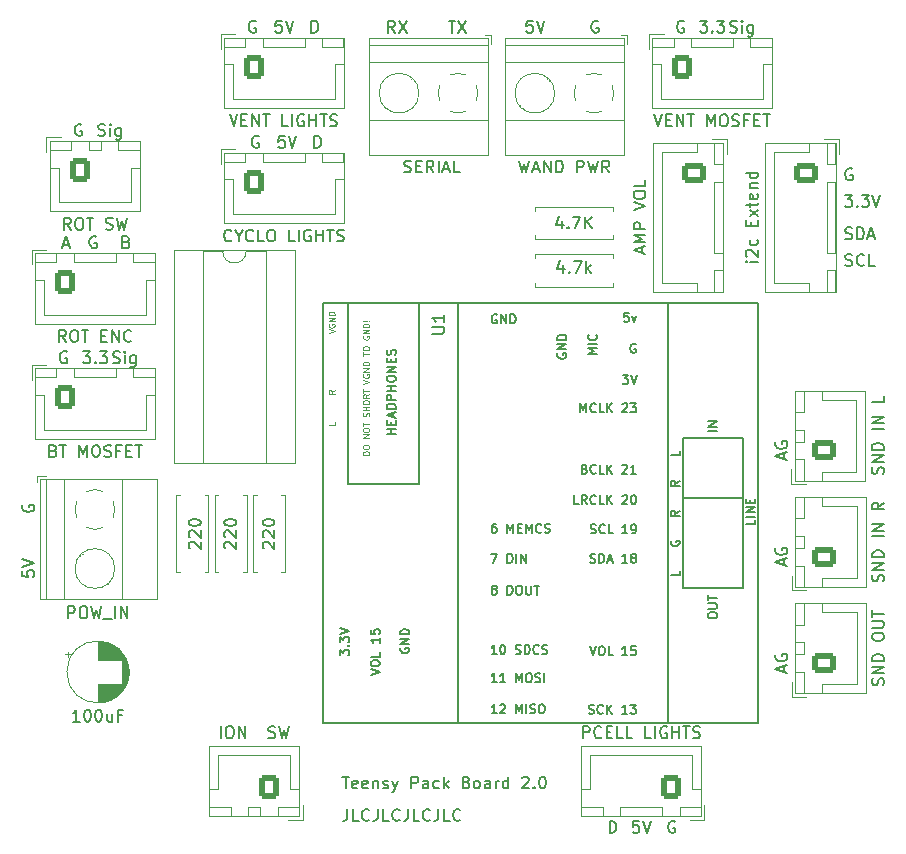
<source format=gto>
%TF.GenerationSoftware,KiCad,Pcbnew,7.0.7*%
%TF.CreationDate,2023-12-09T17:07:56+00:00*%
%TF.ProjectId,Pack Board,5061636b-2042-46f6-9172-642e6b696361,rev?*%
%TF.SameCoordinates,Original*%
%TF.FileFunction,Legend,Top*%
%TF.FilePolarity,Positive*%
%FSLAX46Y46*%
G04 Gerber Fmt 4.6, Leading zero omitted, Abs format (unit mm)*
G04 Created by KiCad (PCBNEW 7.0.7) date 2023-12-09 17:07:56*
%MOMM*%
%LPD*%
G01*
G04 APERTURE LIST*
G04 Aperture macros list*
%AMRoundRect*
0 Rectangle with rounded corners*
0 $1 Rounding radius*
0 $2 $3 $4 $5 $6 $7 $8 $9 X,Y pos of 4 corners*
0 Add a 4 corners polygon primitive as box body*
4,1,4,$2,$3,$4,$5,$6,$7,$8,$9,$2,$3,0*
0 Add four circle primitives for the rounded corners*
1,1,$1+$1,$2,$3*
1,1,$1+$1,$4,$5*
1,1,$1+$1,$6,$7*
1,1,$1+$1,$8,$9*
0 Add four rect primitives between the rounded corners*
20,1,$1+$1,$2,$3,$4,$5,0*
20,1,$1+$1,$4,$5,$6,$7,0*
20,1,$1+$1,$6,$7,$8,$9,0*
20,1,$1+$1,$8,$9,$2,$3,0*%
G04 Aperture macros list end*
%ADD10C,0.150000*%
%ADD11C,0.101600*%
%ADD12C,0.127000*%
%ADD13C,0.120000*%
%ADD14O,1.524000X1.524000*%
%ADD15C,1.524000*%
%ADD16C,5.600000*%
%ADD17RoundRect,0.250000X-0.725000X0.600000X-0.725000X-0.600000X0.725000X-0.600000X0.725000X0.600000X0*%
%ADD18O,1.950000X1.700000*%
%ADD19C,1.600000*%
%ADD20O,1.600000X1.600000*%
%ADD21RoundRect,0.250000X-0.600000X-0.725000X0.600000X-0.725000X0.600000X0.725000X-0.600000X0.725000X0*%
%ADD22O,1.700000X1.950000*%
%ADD23RoundRect,0.250000X-0.600000X-0.750000X0.600000X-0.750000X0.600000X0.750000X-0.600000X0.750000X0*%
%ADD24O,1.700000X2.000000*%
%ADD25RoundRect,0.250000X0.600000X0.750000X-0.600000X0.750000X-0.600000X-0.750000X0.600000X-0.750000X0*%
%ADD26RoundRect,0.250000X0.750000X-0.600000X0.750000X0.600000X-0.750000X0.600000X-0.750000X-0.600000X0*%
%ADD27O,2.000000X1.700000*%
%ADD28R,2.600000X2.600000*%
%ADD29C,2.600000*%
%ADD30R,1.600000X1.600000*%
%ADD31RoundRect,0.250000X0.600000X0.725000X-0.600000X0.725000X-0.600000X-0.725000X0.600000X-0.725000X0*%
G04 APERTURE END LIST*
D10*
X127693922Y-144619819D02*
X128265350Y-144619819D01*
X127979636Y-145619819D02*
X127979636Y-144619819D01*
X128979636Y-145572200D02*
X128884398Y-145619819D01*
X128884398Y-145619819D02*
X128693922Y-145619819D01*
X128693922Y-145619819D02*
X128598684Y-145572200D01*
X128598684Y-145572200D02*
X128551065Y-145476961D01*
X128551065Y-145476961D02*
X128551065Y-145096009D01*
X128551065Y-145096009D02*
X128598684Y-145000771D01*
X128598684Y-145000771D02*
X128693922Y-144953152D01*
X128693922Y-144953152D02*
X128884398Y-144953152D01*
X128884398Y-144953152D02*
X128979636Y-145000771D01*
X128979636Y-145000771D02*
X129027255Y-145096009D01*
X129027255Y-145096009D02*
X129027255Y-145191247D01*
X129027255Y-145191247D02*
X128551065Y-145286485D01*
X129836779Y-145572200D02*
X129741541Y-145619819D01*
X129741541Y-145619819D02*
X129551065Y-145619819D01*
X129551065Y-145619819D02*
X129455827Y-145572200D01*
X129455827Y-145572200D02*
X129408208Y-145476961D01*
X129408208Y-145476961D02*
X129408208Y-145096009D01*
X129408208Y-145096009D02*
X129455827Y-145000771D01*
X129455827Y-145000771D02*
X129551065Y-144953152D01*
X129551065Y-144953152D02*
X129741541Y-144953152D01*
X129741541Y-144953152D02*
X129836779Y-145000771D01*
X129836779Y-145000771D02*
X129884398Y-145096009D01*
X129884398Y-145096009D02*
X129884398Y-145191247D01*
X129884398Y-145191247D02*
X129408208Y-145286485D01*
X130312970Y-144953152D02*
X130312970Y-145619819D01*
X130312970Y-145048390D02*
X130360589Y-145000771D01*
X130360589Y-145000771D02*
X130455827Y-144953152D01*
X130455827Y-144953152D02*
X130598684Y-144953152D01*
X130598684Y-144953152D02*
X130693922Y-145000771D01*
X130693922Y-145000771D02*
X130741541Y-145096009D01*
X130741541Y-145096009D02*
X130741541Y-145619819D01*
X131170113Y-145572200D02*
X131265351Y-145619819D01*
X131265351Y-145619819D02*
X131455827Y-145619819D01*
X131455827Y-145619819D02*
X131551065Y-145572200D01*
X131551065Y-145572200D02*
X131598684Y-145476961D01*
X131598684Y-145476961D02*
X131598684Y-145429342D01*
X131598684Y-145429342D02*
X131551065Y-145334104D01*
X131551065Y-145334104D02*
X131455827Y-145286485D01*
X131455827Y-145286485D02*
X131312970Y-145286485D01*
X131312970Y-145286485D02*
X131217732Y-145238866D01*
X131217732Y-145238866D02*
X131170113Y-145143628D01*
X131170113Y-145143628D02*
X131170113Y-145096009D01*
X131170113Y-145096009D02*
X131217732Y-145000771D01*
X131217732Y-145000771D02*
X131312970Y-144953152D01*
X131312970Y-144953152D02*
X131455827Y-144953152D01*
X131455827Y-144953152D02*
X131551065Y-145000771D01*
X131932018Y-144953152D02*
X132170113Y-145619819D01*
X132408208Y-144953152D02*
X132170113Y-145619819D01*
X132170113Y-145619819D02*
X132074875Y-145857914D01*
X132074875Y-145857914D02*
X132027256Y-145905533D01*
X132027256Y-145905533D02*
X131932018Y-145953152D01*
X133551066Y-145619819D02*
X133551066Y-144619819D01*
X133551066Y-144619819D02*
X133932018Y-144619819D01*
X133932018Y-144619819D02*
X134027256Y-144667438D01*
X134027256Y-144667438D02*
X134074875Y-144715057D01*
X134074875Y-144715057D02*
X134122494Y-144810295D01*
X134122494Y-144810295D02*
X134122494Y-144953152D01*
X134122494Y-144953152D02*
X134074875Y-145048390D01*
X134074875Y-145048390D02*
X134027256Y-145096009D01*
X134027256Y-145096009D02*
X133932018Y-145143628D01*
X133932018Y-145143628D02*
X133551066Y-145143628D01*
X134979637Y-145619819D02*
X134979637Y-145096009D01*
X134979637Y-145096009D02*
X134932018Y-145000771D01*
X134932018Y-145000771D02*
X134836780Y-144953152D01*
X134836780Y-144953152D02*
X134646304Y-144953152D01*
X134646304Y-144953152D02*
X134551066Y-145000771D01*
X134979637Y-145572200D02*
X134884399Y-145619819D01*
X134884399Y-145619819D02*
X134646304Y-145619819D01*
X134646304Y-145619819D02*
X134551066Y-145572200D01*
X134551066Y-145572200D02*
X134503447Y-145476961D01*
X134503447Y-145476961D02*
X134503447Y-145381723D01*
X134503447Y-145381723D02*
X134551066Y-145286485D01*
X134551066Y-145286485D02*
X134646304Y-145238866D01*
X134646304Y-145238866D02*
X134884399Y-145238866D01*
X134884399Y-145238866D02*
X134979637Y-145191247D01*
X135884399Y-145572200D02*
X135789161Y-145619819D01*
X135789161Y-145619819D02*
X135598685Y-145619819D01*
X135598685Y-145619819D02*
X135503447Y-145572200D01*
X135503447Y-145572200D02*
X135455828Y-145524580D01*
X135455828Y-145524580D02*
X135408209Y-145429342D01*
X135408209Y-145429342D02*
X135408209Y-145143628D01*
X135408209Y-145143628D02*
X135455828Y-145048390D01*
X135455828Y-145048390D02*
X135503447Y-145000771D01*
X135503447Y-145000771D02*
X135598685Y-144953152D01*
X135598685Y-144953152D02*
X135789161Y-144953152D01*
X135789161Y-144953152D02*
X135884399Y-145000771D01*
X136312971Y-145619819D02*
X136312971Y-144619819D01*
X136408209Y-145238866D02*
X136693923Y-145619819D01*
X136693923Y-144953152D02*
X136312971Y-145334104D01*
X138217733Y-145096009D02*
X138360590Y-145143628D01*
X138360590Y-145143628D02*
X138408209Y-145191247D01*
X138408209Y-145191247D02*
X138455828Y-145286485D01*
X138455828Y-145286485D02*
X138455828Y-145429342D01*
X138455828Y-145429342D02*
X138408209Y-145524580D01*
X138408209Y-145524580D02*
X138360590Y-145572200D01*
X138360590Y-145572200D02*
X138265352Y-145619819D01*
X138265352Y-145619819D02*
X137884400Y-145619819D01*
X137884400Y-145619819D02*
X137884400Y-144619819D01*
X137884400Y-144619819D02*
X138217733Y-144619819D01*
X138217733Y-144619819D02*
X138312971Y-144667438D01*
X138312971Y-144667438D02*
X138360590Y-144715057D01*
X138360590Y-144715057D02*
X138408209Y-144810295D01*
X138408209Y-144810295D02*
X138408209Y-144905533D01*
X138408209Y-144905533D02*
X138360590Y-145000771D01*
X138360590Y-145000771D02*
X138312971Y-145048390D01*
X138312971Y-145048390D02*
X138217733Y-145096009D01*
X138217733Y-145096009D02*
X137884400Y-145096009D01*
X139027257Y-145619819D02*
X138932019Y-145572200D01*
X138932019Y-145572200D02*
X138884400Y-145524580D01*
X138884400Y-145524580D02*
X138836781Y-145429342D01*
X138836781Y-145429342D02*
X138836781Y-145143628D01*
X138836781Y-145143628D02*
X138884400Y-145048390D01*
X138884400Y-145048390D02*
X138932019Y-145000771D01*
X138932019Y-145000771D02*
X139027257Y-144953152D01*
X139027257Y-144953152D02*
X139170114Y-144953152D01*
X139170114Y-144953152D02*
X139265352Y-145000771D01*
X139265352Y-145000771D02*
X139312971Y-145048390D01*
X139312971Y-145048390D02*
X139360590Y-145143628D01*
X139360590Y-145143628D02*
X139360590Y-145429342D01*
X139360590Y-145429342D02*
X139312971Y-145524580D01*
X139312971Y-145524580D02*
X139265352Y-145572200D01*
X139265352Y-145572200D02*
X139170114Y-145619819D01*
X139170114Y-145619819D02*
X139027257Y-145619819D01*
X140217733Y-145619819D02*
X140217733Y-145096009D01*
X140217733Y-145096009D02*
X140170114Y-145000771D01*
X140170114Y-145000771D02*
X140074876Y-144953152D01*
X140074876Y-144953152D02*
X139884400Y-144953152D01*
X139884400Y-144953152D02*
X139789162Y-145000771D01*
X140217733Y-145572200D02*
X140122495Y-145619819D01*
X140122495Y-145619819D02*
X139884400Y-145619819D01*
X139884400Y-145619819D02*
X139789162Y-145572200D01*
X139789162Y-145572200D02*
X139741543Y-145476961D01*
X139741543Y-145476961D02*
X139741543Y-145381723D01*
X139741543Y-145381723D02*
X139789162Y-145286485D01*
X139789162Y-145286485D02*
X139884400Y-145238866D01*
X139884400Y-145238866D02*
X140122495Y-145238866D01*
X140122495Y-145238866D02*
X140217733Y-145191247D01*
X140693924Y-145619819D02*
X140693924Y-144953152D01*
X140693924Y-145143628D02*
X140741543Y-145048390D01*
X140741543Y-145048390D02*
X140789162Y-145000771D01*
X140789162Y-145000771D02*
X140884400Y-144953152D01*
X140884400Y-144953152D02*
X140979638Y-144953152D01*
X141741543Y-145619819D02*
X141741543Y-144619819D01*
X141741543Y-145572200D02*
X141646305Y-145619819D01*
X141646305Y-145619819D02*
X141455829Y-145619819D01*
X141455829Y-145619819D02*
X141360591Y-145572200D01*
X141360591Y-145572200D02*
X141312972Y-145524580D01*
X141312972Y-145524580D02*
X141265353Y-145429342D01*
X141265353Y-145429342D02*
X141265353Y-145143628D01*
X141265353Y-145143628D02*
X141312972Y-145048390D01*
X141312972Y-145048390D02*
X141360591Y-145000771D01*
X141360591Y-145000771D02*
X141455829Y-144953152D01*
X141455829Y-144953152D02*
X141646305Y-144953152D01*
X141646305Y-144953152D02*
X141741543Y-145000771D01*
X142932020Y-144715057D02*
X142979639Y-144667438D01*
X142979639Y-144667438D02*
X143074877Y-144619819D01*
X143074877Y-144619819D02*
X143312972Y-144619819D01*
X143312972Y-144619819D02*
X143408210Y-144667438D01*
X143408210Y-144667438D02*
X143455829Y-144715057D01*
X143455829Y-144715057D02*
X143503448Y-144810295D01*
X143503448Y-144810295D02*
X143503448Y-144905533D01*
X143503448Y-144905533D02*
X143455829Y-145048390D01*
X143455829Y-145048390D02*
X142884401Y-145619819D01*
X142884401Y-145619819D02*
X143503448Y-145619819D01*
X143932020Y-145524580D02*
X143979639Y-145572200D01*
X143979639Y-145572200D02*
X143932020Y-145619819D01*
X143932020Y-145619819D02*
X143884401Y-145572200D01*
X143884401Y-145572200D02*
X143932020Y-145524580D01*
X143932020Y-145524580D02*
X143932020Y-145619819D01*
X144598686Y-144619819D02*
X144693924Y-144619819D01*
X144693924Y-144619819D02*
X144789162Y-144667438D01*
X144789162Y-144667438D02*
X144836781Y-144715057D01*
X144836781Y-144715057D02*
X144884400Y-144810295D01*
X144884400Y-144810295D02*
X144932019Y-145000771D01*
X144932019Y-145000771D02*
X144932019Y-145238866D01*
X144932019Y-145238866D02*
X144884400Y-145429342D01*
X144884400Y-145429342D02*
X144836781Y-145524580D01*
X144836781Y-145524580D02*
X144789162Y-145572200D01*
X144789162Y-145572200D02*
X144693924Y-145619819D01*
X144693924Y-145619819D02*
X144598686Y-145619819D01*
X144598686Y-145619819D02*
X144503448Y-145572200D01*
X144503448Y-145572200D02*
X144455829Y-145524580D01*
X144455829Y-145524580D02*
X144408210Y-145429342D01*
X144408210Y-145429342D02*
X144360591Y-145238866D01*
X144360591Y-145238866D02*
X144360591Y-145000771D01*
X144360591Y-145000771D02*
X144408210Y-144810295D01*
X144408210Y-144810295D02*
X144455829Y-144715057D01*
X144455829Y-144715057D02*
X144503448Y-144667438D01*
X144503448Y-144667438D02*
X144598686Y-144619819D01*
X170860588Y-93167438D02*
X170765350Y-93119819D01*
X170765350Y-93119819D02*
X170622493Y-93119819D01*
X170622493Y-93119819D02*
X170479636Y-93167438D01*
X170479636Y-93167438D02*
X170384398Y-93262676D01*
X170384398Y-93262676D02*
X170336779Y-93357914D01*
X170336779Y-93357914D02*
X170289160Y-93548390D01*
X170289160Y-93548390D02*
X170289160Y-93691247D01*
X170289160Y-93691247D02*
X170336779Y-93881723D01*
X170336779Y-93881723D02*
X170384398Y-93976961D01*
X170384398Y-93976961D02*
X170479636Y-94072200D01*
X170479636Y-94072200D02*
X170622493Y-94119819D01*
X170622493Y-94119819D02*
X170717731Y-94119819D01*
X170717731Y-94119819D02*
X170860588Y-94072200D01*
X170860588Y-94072200D02*
X170908207Y-94024580D01*
X170908207Y-94024580D02*
X170908207Y-93691247D01*
X170908207Y-93691247D02*
X170717731Y-93691247D01*
X125086779Y-81619819D02*
X125086779Y-80619819D01*
X125086779Y-80619819D02*
X125324874Y-80619819D01*
X125324874Y-80619819D02*
X125467731Y-80667438D01*
X125467731Y-80667438D02*
X125562969Y-80762676D01*
X125562969Y-80762676D02*
X125610588Y-80857914D01*
X125610588Y-80857914D02*
X125658207Y-81048390D01*
X125658207Y-81048390D02*
X125658207Y-81191247D01*
X125658207Y-81191247D02*
X125610588Y-81381723D01*
X125610588Y-81381723D02*
X125562969Y-81476961D01*
X125562969Y-81476961D02*
X125467731Y-81572200D01*
X125467731Y-81572200D02*
X125324874Y-81619819D01*
X125324874Y-81619819D02*
X125086779Y-81619819D01*
X143812969Y-80619819D02*
X143336779Y-80619819D01*
X143336779Y-80619819D02*
X143289160Y-81096009D01*
X143289160Y-81096009D02*
X143336779Y-81048390D01*
X143336779Y-81048390D02*
X143432017Y-81000771D01*
X143432017Y-81000771D02*
X143670112Y-81000771D01*
X143670112Y-81000771D02*
X143765350Y-81048390D01*
X143765350Y-81048390D02*
X143812969Y-81096009D01*
X143812969Y-81096009D02*
X143860588Y-81191247D01*
X143860588Y-81191247D02*
X143860588Y-81429342D01*
X143860588Y-81429342D02*
X143812969Y-81524580D01*
X143812969Y-81524580D02*
X143765350Y-81572200D01*
X143765350Y-81572200D02*
X143670112Y-81619819D01*
X143670112Y-81619819D02*
X143432017Y-81619819D01*
X143432017Y-81619819D02*
X143336779Y-81572200D01*
X143336779Y-81572200D02*
X143289160Y-81524580D01*
X144146303Y-80619819D02*
X144479636Y-81619819D01*
X144479636Y-81619819D02*
X144812969Y-80619819D01*
X160539160Y-81572200D02*
X160682017Y-81619819D01*
X160682017Y-81619819D02*
X160920112Y-81619819D01*
X160920112Y-81619819D02*
X161015350Y-81572200D01*
X161015350Y-81572200D02*
X161062969Y-81524580D01*
X161062969Y-81524580D02*
X161110588Y-81429342D01*
X161110588Y-81429342D02*
X161110588Y-81334104D01*
X161110588Y-81334104D02*
X161062969Y-81238866D01*
X161062969Y-81238866D02*
X161015350Y-81191247D01*
X161015350Y-81191247D02*
X160920112Y-81143628D01*
X160920112Y-81143628D02*
X160729636Y-81096009D01*
X160729636Y-81096009D02*
X160634398Y-81048390D01*
X160634398Y-81048390D02*
X160586779Y-81000771D01*
X160586779Y-81000771D02*
X160539160Y-80905533D01*
X160539160Y-80905533D02*
X160539160Y-80810295D01*
X160539160Y-80810295D02*
X160586779Y-80715057D01*
X160586779Y-80715057D02*
X160634398Y-80667438D01*
X160634398Y-80667438D02*
X160729636Y-80619819D01*
X160729636Y-80619819D02*
X160967731Y-80619819D01*
X160967731Y-80619819D02*
X161110588Y-80667438D01*
X161539160Y-81619819D02*
X161539160Y-80953152D01*
X161539160Y-80619819D02*
X161491541Y-80667438D01*
X161491541Y-80667438D02*
X161539160Y-80715057D01*
X161539160Y-80715057D02*
X161586779Y-80667438D01*
X161586779Y-80667438D02*
X161539160Y-80619819D01*
X161539160Y-80619819D02*
X161539160Y-80715057D01*
X162443921Y-80953152D02*
X162443921Y-81762676D01*
X162443921Y-81762676D02*
X162396302Y-81857914D01*
X162396302Y-81857914D02*
X162348683Y-81905533D01*
X162348683Y-81905533D02*
X162253445Y-81953152D01*
X162253445Y-81953152D02*
X162110588Y-81953152D01*
X162110588Y-81953152D02*
X162015350Y-81905533D01*
X162443921Y-81572200D02*
X162348683Y-81619819D01*
X162348683Y-81619819D02*
X162158207Y-81619819D01*
X162158207Y-81619819D02*
X162062969Y-81572200D01*
X162062969Y-81572200D02*
X162015350Y-81524580D01*
X162015350Y-81524580D02*
X161967731Y-81429342D01*
X161967731Y-81429342D02*
X161967731Y-81143628D01*
X161967731Y-81143628D02*
X162015350Y-81048390D01*
X162015350Y-81048390D02*
X162062969Y-81000771D01*
X162062969Y-81000771D02*
X162158207Y-80953152D01*
X162158207Y-80953152D02*
X162348683Y-80953152D01*
X162348683Y-80953152D02*
X162443921Y-81000771D01*
X108289160Y-109572200D02*
X108432017Y-109619819D01*
X108432017Y-109619819D02*
X108670112Y-109619819D01*
X108670112Y-109619819D02*
X108765350Y-109572200D01*
X108765350Y-109572200D02*
X108812969Y-109524580D01*
X108812969Y-109524580D02*
X108860588Y-109429342D01*
X108860588Y-109429342D02*
X108860588Y-109334104D01*
X108860588Y-109334104D02*
X108812969Y-109238866D01*
X108812969Y-109238866D02*
X108765350Y-109191247D01*
X108765350Y-109191247D02*
X108670112Y-109143628D01*
X108670112Y-109143628D02*
X108479636Y-109096009D01*
X108479636Y-109096009D02*
X108384398Y-109048390D01*
X108384398Y-109048390D02*
X108336779Y-109000771D01*
X108336779Y-109000771D02*
X108289160Y-108905533D01*
X108289160Y-108905533D02*
X108289160Y-108810295D01*
X108289160Y-108810295D02*
X108336779Y-108715057D01*
X108336779Y-108715057D02*
X108384398Y-108667438D01*
X108384398Y-108667438D02*
X108479636Y-108619819D01*
X108479636Y-108619819D02*
X108717731Y-108619819D01*
X108717731Y-108619819D02*
X108860588Y-108667438D01*
X109289160Y-109619819D02*
X109289160Y-108953152D01*
X109289160Y-108619819D02*
X109241541Y-108667438D01*
X109241541Y-108667438D02*
X109289160Y-108715057D01*
X109289160Y-108715057D02*
X109336779Y-108667438D01*
X109336779Y-108667438D02*
X109289160Y-108619819D01*
X109289160Y-108619819D02*
X109289160Y-108715057D01*
X110193921Y-108953152D02*
X110193921Y-109762676D01*
X110193921Y-109762676D02*
X110146302Y-109857914D01*
X110146302Y-109857914D02*
X110098683Y-109905533D01*
X110098683Y-109905533D02*
X110003445Y-109953152D01*
X110003445Y-109953152D02*
X109860588Y-109953152D01*
X109860588Y-109953152D02*
X109765350Y-109905533D01*
X110193921Y-109572200D02*
X110098683Y-109619819D01*
X110098683Y-109619819D02*
X109908207Y-109619819D01*
X109908207Y-109619819D02*
X109812969Y-109572200D01*
X109812969Y-109572200D02*
X109765350Y-109524580D01*
X109765350Y-109524580D02*
X109717731Y-109429342D01*
X109717731Y-109429342D02*
X109717731Y-109143628D01*
X109717731Y-109143628D02*
X109765350Y-109048390D01*
X109765350Y-109048390D02*
X109812969Y-109000771D01*
X109812969Y-109000771D02*
X109908207Y-108953152D01*
X109908207Y-108953152D02*
X110098683Y-108953152D01*
X110098683Y-108953152D02*
X110193921Y-109000771D01*
X149360588Y-80667438D02*
X149265350Y-80619819D01*
X149265350Y-80619819D02*
X149122493Y-80619819D01*
X149122493Y-80619819D02*
X148979636Y-80667438D01*
X148979636Y-80667438D02*
X148884398Y-80762676D01*
X148884398Y-80762676D02*
X148836779Y-80857914D01*
X148836779Y-80857914D02*
X148789160Y-81048390D01*
X148789160Y-81048390D02*
X148789160Y-81191247D01*
X148789160Y-81191247D02*
X148836779Y-81381723D01*
X148836779Y-81381723D02*
X148884398Y-81476961D01*
X148884398Y-81476961D02*
X148979636Y-81572200D01*
X148979636Y-81572200D02*
X149122493Y-81619819D01*
X149122493Y-81619819D02*
X149217731Y-81619819D01*
X149217731Y-81619819D02*
X149360588Y-81572200D01*
X149360588Y-81572200D02*
X149408207Y-81524580D01*
X149408207Y-81524580D02*
X149408207Y-81191247D01*
X149408207Y-81191247D02*
X149217731Y-81191247D01*
X104039160Y-99584104D02*
X104515350Y-99584104D01*
X103943922Y-99869819D02*
X104277255Y-98869819D01*
X104277255Y-98869819D02*
X104610588Y-99869819D01*
X170289160Y-99072200D02*
X170432017Y-99119819D01*
X170432017Y-99119819D02*
X170670112Y-99119819D01*
X170670112Y-99119819D02*
X170765350Y-99072200D01*
X170765350Y-99072200D02*
X170812969Y-99024580D01*
X170812969Y-99024580D02*
X170860588Y-98929342D01*
X170860588Y-98929342D02*
X170860588Y-98834104D01*
X170860588Y-98834104D02*
X170812969Y-98738866D01*
X170812969Y-98738866D02*
X170765350Y-98691247D01*
X170765350Y-98691247D02*
X170670112Y-98643628D01*
X170670112Y-98643628D02*
X170479636Y-98596009D01*
X170479636Y-98596009D02*
X170384398Y-98548390D01*
X170384398Y-98548390D02*
X170336779Y-98500771D01*
X170336779Y-98500771D02*
X170289160Y-98405533D01*
X170289160Y-98405533D02*
X170289160Y-98310295D01*
X170289160Y-98310295D02*
X170336779Y-98215057D01*
X170336779Y-98215057D02*
X170384398Y-98167438D01*
X170384398Y-98167438D02*
X170479636Y-98119819D01*
X170479636Y-98119819D02*
X170717731Y-98119819D01*
X170717731Y-98119819D02*
X170860588Y-98167438D01*
X171289160Y-99119819D02*
X171289160Y-98119819D01*
X171289160Y-98119819D02*
X171527255Y-98119819D01*
X171527255Y-98119819D02*
X171670112Y-98167438D01*
X171670112Y-98167438D02*
X171765350Y-98262676D01*
X171765350Y-98262676D02*
X171812969Y-98357914D01*
X171812969Y-98357914D02*
X171860588Y-98548390D01*
X171860588Y-98548390D02*
X171860588Y-98691247D01*
X171860588Y-98691247D02*
X171812969Y-98881723D01*
X171812969Y-98881723D02*
X171765350Y-98976961D01*
X171765350Y-98976961D02*
X171670112Y-99072200D01*
X171670112Y-99072200D02*
X171527255Y-99119819D01*
X171527255Y-99119819D02*
X171289160Y-99119819D01*
X172241541Y-98834104D02*
X172717731Y-98834104D01*
X172146303Y-99119819D02*
X172479636Y-98119819D01*
X172479636Y-98119819D02*
X172812969Y-99119819D01*
X100667438Y-121639411D02*
X100619819Y-121734649D01*
X100619819Y-121734649D02*
X100619819Y-121877506D01*
X100619819Y-121877506D02*
X100667438Y-122020363D01*
X100667438Y-122020363D02*
X100762676Y-122115601D01*
X100762676Y-122115601D02*
X100857914Y-122163220D01*
X100857914Y-122163220D02*
X101048390Y-122210839D01*
X101048390Y-122210839D02*
X101191247Y-122210839D01*
X101191247Y-122210839D02*
X101381723Y-122163220D01*
X101381723Y-122163220D02*
X101476961Y-122115601D01*
X101476961Y-122115601D02*
X101572200Y-122020363D01*
X101572200Y-122020363D02*
X101619819Y-121877506D01*
X101619819Y-121877506D02*
X101619819Y-121782268D01*
X101619819Y-121782268D02*
X101572200Y-121639411D01*
X101572200Y-121639411D02*
X101524580Y-121591792D01*
X101524580Y-121591792D02*
X101191247Y-121591792D01*
X101191247Y-121591792D02*
X101191247Y-121782268D01*
X120360588Y-80667438D02*
X120265350Y-80619819D01*
X120265350Y-80619819D02*
X120122493Y-80619819D01*
X120122493Y-80619819D02*
X119979636Y-80667438D01*
X119979636Y-80667438D02*
X119884398Y-80762676D01*
X119884398Y-80762676D02*
X119836779Y-80857914D01*
X119836779Y-80857914D02*
X119789160Y-81048390D01*
X119789160Y-81048390D02*
X119789160Y-81191247D01*
X119789160Y-81191247D02*
X119836779Y-81381723D01*
X119836779Y-81381723D02*
X119884398Y-81476961D01*
X119884398Y-81476961D02*
X119979636Y-81572200D01*
X119979636Y-81572200D02*
X120122493Y-81619819D01*
X120122493Y-81619819D02*
X120217731Y-81619819D01*
X120217731Y-81619819D02*
X120360588Y-81572200D01*
X120360588Y-81572200D02*
X120408207Y-81524580D01*
X120408207Y-81524580D02*
X120408207Y-81191247D01*
X120408207Y-81191247D02*
X120217731Y-81191247D01*
X107039160Y-90322200D02*
X107182017Y-90369819D01*
X107182017Y-90369819D02*
X107420112Y-90369819D01*
X107420112Y-90369819D02*
X107515350Y-90322200D01*
X107515350Y-90322200D02*
X107562969Y-90274580D01*
X107562969Y-90274580D02*
X107610588Y-90179342D01*
X107610588Y-90179342D02*
X107610588Y-90084104D01*
X107610588Y-90084104D02*
X107562969Y-89988866D01*
X107562969Y-89988866D02*
X107515350Y-89941247D01*
X107515350Y-89941247D02*
X107420112Y-89893628D01*
X107420112Y-89893628D02*
X107229636Y-89846009D01*
X107229636Y-89846009D02*
X107134398Y-89798390D01*
X107134398Y-89798390D02*
X107086779Y-89750771D01*
X107086779Y-89750771D02*
X107039160Y-89655533D01*
X107039160Y-89655533D02*
X107039160Y-89560295D01*
X107039160Y-89560295D02*
X107086779Y-89465057D01*
X107086779Y-89465057D02*
X107134398Y-89417438D01*
X107134398Y-89417438D02*
X107229636Y-89369819D01*
X107229636Y-89369819D02*
X107467731Y-89369819D01*
X107467731Y-89369819D02*
X107610588Y-89417438D01*
X108039160Y-90369819D02*
X108039160Y-89703152D01*
X108039160Y-89369819D02*
X107991541Y-89417438D01*
X107991541Y-89417438D02*
X108039160Y-89465057D01*
X108039160Y-89465057D02*
X108086779Y-89417438D01*
X108086779Y-89417438D02*
X108039160Y-89369819D01*
X108039160Y-89369819D02*
X108039160Y-89465057D01*
X108943921Y-89703152D02*
X108943921Y-90512676D01*
X108943921Y-90512676D02*
X108896302Y-90607914D01*
X108896302Y-90607914D02*
X108848683Y-90655533D01*
X108848683Y-90655533D02*
X108753445Y-90703152D01*
X108753445Y-90703152D02*
X108610588Y-90703152D01*
X108610588Y-90703152D02*
X108515350Y-90655533D01*
X108943921Y-90322200D02*
X108848683Y-90369819D01*
X108848683Y-90369819D02*
X108658207Y-90369819D01*
X108658207Y-90369819D02*
X108562969Y-90322200D01*
X108562969Y-90322200D02*
X108515350Y-90274580D01*
X108515350Y-90274580D02*
X108467731Y-90179342D01*
X108467731Y-90179342D02*
X108467731Y-89893628D01*
X108467731Y-89893628D02*
X108515350Y-89798390D01*
X108515350Y-89798390D02*
X108562969Y-89750771D01*
X108562969Y-89750771D02*
X108658207Y-89703152D01*
X108658207Y-89703152D02*
X108848683Y-89703152D01*
X108848683Y-89703152D02*
X108943921Y-89750771D01*
X104360588Y-108667438D02*
X104265350Y-108619819D01*
X104265350Y-108619819D02*
X104122493Y-108619819D01*
X104122493Y-108619819D02*
X103979636Y-108667438D01*
X103979636Y-108667438D02*
X103884398Y-108762676D01*
X103884398Y-108762676D02*
X103836779Y-108857914D01*
X103836779Y-108857914D02*
X103789160Y-109048390D01*
X103789160Y-109048390D02*
X103789160Y-109191247D01*
X103789160Y-109191247D02*
X103836779Y-109381723D01*
X103836779Y-109381723D02*
X103884398Y-109476961D01*
X103884398Y-109476961D02*
X103979636Y-109572200D01*
X103979636Y-109572200D02*
X104122493Y-109619819D01*
X104122493Y-109619819D02*
X104217731Y-109619819D01*
X104217731Y-109619819D02*
X104360588Y-109572200D01*
X104360588Y-109572200D02*
X104408207Y-109524580D01*
X104408207Y-109524580D02*
X104408207Y-109191247D01*
X104408207Y-109191247D02*
X104217731Y-109191247D01*
X136693922Y-80619819D02*
X137265350Y-80619819D01*
X136979636Y-81619819D02*
X136979636Y-80619819D01*
X137503446Y-80619819D02*
X138170112Y-81619819D01*
X138170112Y-80619819D02*
X137503446Y-81619819D01*
X109420112Y-99346009D02*
X109562969Y-99393628D01*
X109562969Y-99393628D02*
X109610588Y-99441247D01*
X109610588Y-99441247D02*
X109658207Y-99536485D01*
X109658207Y-99536485D02*
X109658207Y-99679342D01*
X109658207Y-99679342D02*
X109610588Y-99774580D01*
X109610588Y-99774580D02*
X109562969Y-99822200D01*
X109562969Y-99822200D02*
X109467731Y-99869819D01*
X109467731Y-99869819D02*
X109086779Y-99869819D01*
X109086779Y-99869819D02*
X109086779Y-98869819D01*
X109086779Y-98869819D02*
X109420112Y-98869819D01*
X109420112Y-98869819D02*
X109515350Y-98917438D01*
X109515350Y-98917438D02*
X109562969Y-98965057D01*
X109562969Y-98965057D02*
X109610588Y-99060295D01*
X109610588Y-99060295D02*
X109610588Y-99155533D01*
X109610588Y-99155533D02*
X109562969Y-99250771D01*
X109562969Y-99250771D02*
X109515350Y-99298390D01*
X109515350Y-99298390D02*
X109420112Y-99346009D01*
X109420112Y-99346009D02*
X109086779Y-99346009D01*
X122562969Y-80619819D02*
X122086779Y-80619819D01*
X122086779Y-80619819D02*
X122039160Y-81096009D01*
X122039160Y-81096009D02*
X122086779Y-81048390D01*
X122086779Y-81048390D02*
X122182017Y-81000771D01*
X122182017Y-81000771D02*
X122420112Y-81000771D01*
X122420112Y-81000771D02*
X122515350Y-81048390D01*
X122515350Y-81048390D02*
X122562969Y-81096009D01*
X122562969Y-81096009D02*
X122610588Y-81191247D01*
X122610588Y-81191247D02*
X122610588Y-81429342D01*
X122610588Y-81429342D02*
X122562969Y-81524580D01*
X122562969Y-81524580D02*
X122515350Y-81572200D01*
X122515350Y-81572200D02*
X122420112Y-81619819D01*
X122420112Y-81619819D02*
X122182017Y-81619819D01*
X122182017Y-81619819D02*
X122086779Y-81572200D01*
X122086779Y-81572200D02*
X122039160Y-81524580D01*
X122896303Y-80619819D02*
X123229636Y-81619819D01*
X123229636Y-81619819D02*
X123562969Y-80619819D01*
X128122493Y-147369819D02*
X128122493Y-148084104D01*
X128122493Y-148084104D02*
X128074874Y-148226961D01*
X128074874Y-148226961D02*
X127979636Y-148322200D01*
X127979636Y-148322200D02*
X127836779Y-148369819D01*
X127836779Y-148369819D02*
X127741541Y-148369819D01*
X129074874Y-148369819D02*
X128598684Y-148369819D01*
X128598684Y-148369819D02*
X128598684Y-147369819D01*
X129979636Y-148274580D02*
X129932017Y-148322200D01*
X129932017Y-148322200D02*
X129789160Y-148369819D01*
X129789160Y-148369819D02*
X129693922Y-148369819D01*
X129693922Y-148369819D02*
X129551065Y-148322200D01*
X129551065Y-148322200D02*
X129455827Y-148226961D01*
X129455827Y-148226961D02*
X129408208Y-148131723D01*
X129408208Y-148131723D02*
X129360589Y-147941247D01*
X129360589Y-147941247D02*
X129360589Y-147798390D01*
X129360589Y-147798390D02*
X129408208Y-147607914D01*
X129408208Y-147607914D02*
X129455827Y-147512676D01*
X129455827Y-147512676D02*
X129551065Y-147417438D01*
X129551065Y-147417438D02*
X129693922Y-147369819D01*
X129693922Y-147369819D02*
X129789160Y-147369819D01*
X129789160Y-147369819D02*
X129932017Y-147417438D01*
X129932017Y-147417438D02*
X129979636Y-147465057D01*
X130693922Y-147369819D02*
X130693922Y-148084104D01*
X130693922Y-148084104D02*
X130646303Y-148226961D01*
X130646303Y-148226961D02*
X130551065Y-148322200D01*
X130551065Y-148322200D02*
X130408208Y-148369819D01*
X130408208Y-148369819D02*
X130312970Y-148369819D01*
X131646303Y-148369819D02*
X131170113Y-148369819D01*
X131170113Y-148369819D02*
X131170113Y-147369819D01*
X132551065Y-148274580D02*
X132503446Y-148322200D01*
X132503446Y-148322200D02*
X132360589Y-148369819D01*
X132360589Y-148369819D02*
X132265351Y-148369819D01*
X132265351Y-148369819D02*
X132122494Y-148322200D01*
X132122494Y-148322200D02*
X132027256Y-148226961D01*
X132027256Y-148226961D02*
X131979637Y-148131723D01*
X131979637Y-148131723D02*
X131932018Y-147941247D01*
X131932018Y-147941247D02*
X131932018Y-147798390D01*
X131932018Y-147798390D02*
X131979637Y-147607914D01*
X131979637Y-147607914D02*
X132027256Y-147512676D01*
X132027256Y-147512676D02*
X132122494Y-147417438D01*
X132122494Y-147417438D02*
X132265351Y-147369819D01*
X132265351Y-147369819D02*
X132360589Y-147369819D01*
X132360589Y-147369819D02*
X132503446Y-147417438D01*
X132503446Y-147417438D02*
X132551065Y-147465057D01*
X133265351Y-147369819D02*
X133265351Y-148084104D01*
X133265351Y-148084104D02*
X133217732Y-148226961D01*
X133217732Y-148226961D02*
X133122494Y-148322200D01*
X133122494Y-148322200D02*
X132979637Y-148369819D01*
X132979637Y-148369819D02*
X132884399Y-148369819D01*
X134217732Y-148369819D02*
X133741542Y-148369819D01*
X133741542Y-148369819D02*
X133741542Y-147369819D01*
X135122494Y-148274580D02*
X135074875Y-148322200D01*
X135074875Y-148322200D02*
X134932018Y-148369819D01*
X134932018Y-148369819D02*
X134836780Y-148369819D01*
X134836780Y-148369819D02*
X134693923Y-148322200D01*
X134693923Y-148322200D02*
X134598685Y-148226961D01*
X134598685Y-148226961D02*
X134551066Y-148131723D01*
X134551066Y-148131723D02*
X134503447Y-147941247D01*
X134503447Y-147941247D02*
X134503447Y-147798390D01*
X134503447Y-147798390D02*
X134551066Y-147607914D01*
X134551066Y-147607914D02*
X134598685Y-147512676D01*
X134598685Y-147512676D02*
X134693923Y-147417438D01*
X134693923Y-147417438D02*
X134836780Y-147369819D01*
X134836780Y-147369819D02*
X134932018Y-147369819D01*
X134932018Y-147369819D02*
X135074875Y-147417438D01*
X135074875Y-147417438D02*
X135122494Y-147465057D01*
X135836780Y-147369819D02*
X135836780Y-148084104D01*
X135836780Y-148084104D02*
X135789161Y-148226961D01*
X135789161Y-148226961D02*
X135693923Y-148322200D01*
X135693923Y-148322200D02*
X135551066Y-148369819D01*
X135551066Y-148369819D02*
X135455828Y-148369819D01*
X136789161Y-148369819D02*
X136312971Y-148369819D01*
X136312971Y-148369819D02*
X136312971Y-147369819D01*
X137693923Y-148274580D02*
X137646304Y-148322200D01*
X137646304Y-148322200D02*
X137503447Y-148369819D01*
X137503447Y-148369819D02*
X137408209Y-148369819D01*
X137408209Y-148369819D02*
X137265352Y-148322200D01*
X137265352Y-148322200D02*
X137170114Y-148226961D01*
X137170114Y-148226961D02*
X137122495Y-148131723D01*
X137122495Y-148131723D02*
X137074876Y-147941247D01*
X137074876Y-147941247D02*
X137074876Y-147798390D01*
X137074876Y-147798390D02*
X137122495Y-147607914D01*
X137122495Y-147607914D02*
X137170114Y-147512676D01*
X137170114Y-147512676D02*
X137265352Y-147417438D01*
X137265352Y-147417438D02*
X137408209Y-147369819D01*
X137408209Y-147369819D02*
X137503447Y-147369819D01*
X137503447Y-147369819D02*
X137646304Y-147417438D01*
X137646304Y-147417438D02*
X137693923Y-147465057D01*
X155860588Y-148417438D02*
X155765350Y-148369819D01*
X155765350Y-148369819D02*
X155622493Y-148369819D01*
X155622493Y-148369819D02*
X155479636Y-148417438D01*
X155479636Y-148417438D02*
X155384398Y-148512676D01*
X155384398Y-148512676D02*
X155336779Y-148607914D01*
X155336779Y-148607914D02*
X155289160Y-148798390D01*
X155289160Y-148798390D02*
X155289160Y-148941247D01*
X155289160Y-148941247D02*
X155336779Y-149131723D01*
X155336779Y-149131723D02*
X155384398Y-149226961D01*
X155384398Y-149226961D02*
X155479636Y-149322200D01*
X155479636Y-149322200D02*
X155622493Y-149369819D01*
X155622493Y-149369819D02*
X155717731Y-149369819D01*
X155717731Y-149369819D02*
X155860588Y-149322200D01*
X155860588Y-149322200D02*
X155908207Y-149274580D01*
X155908207Y-149274580D02*
X155908207Y-148941247D01*
X155908207Y-148941247D02*
X155717731Y-148941247D01*
X152812969Y-148369819D02*
X152336779Y-148369819D01*
X152336779Y-148369819D02*
X152289160Y-148846009D01*
X152289160Y-148846009D02*
X152336779Y-148798390D01*
X152336779Y-148798390D02*
X152432017Y-148750771D01*
X152432017Y-148750771D02*
X152670112Y-148750771D01*
X152670112Y-148750771D02*
X152765350Y-148798390D01*
X152765350Y-148798390D02*
X152812969Y-148846009D01*
X152812969Y-148846009D02*
X152860588Y-148941247D01*
X152860588Y-148941247D02*
X152860588Y-149179342D01*
X152860588Y-149179342D02*
X152812969Y-149274580D01*
X152812969Y-149274580D02*
X152765350Y-149322200D01*
X152765350Y-149322200D02*
X152670112Y-149369819D01*
X152670112Y-149369819D02*
X152432017Y-149369819D01*
X152432017Y-149369819D02*
X152336779Y-149322200D01*
X152336779Y-149322200D02*
X152289160Y-149274580D01*
X153146303Y-148369819D02*
X153479636Y-149369819D01*
X153479636Y-149369819D02*
X153812969Y-148369819D01*
X170241541Y-95369819D02*
X170860588Y-95369819D01*
X170860588Y-95369819D02*
X170527255Y-95750771D01*
X170527255Y-95750771D02*
X170670112Y-95750771D01*
X170670112Y-95750771D02*
X170765350Y-95798390D01*
X170765350Y-95798390D02*
X170812969Y-95846009D01*
X170812969Y-95846009D02*
X170860588Y-95941247D01*
X170860588Y-95941247D02*
X170860588Y-96179342D01*
X170860588Y-96179342D02*
X170812969Y-96274580D01*
X170812969Y-96274580D02*
X170765350Y-96322200D01*
X170765350Y-96322200D02*
X170670112Y-96369819D01*
X170670112Y-96369819D02*
X170384398Y-96369819D01*
X170384398Y-96369819D02*
X170289160Y-96322200D01*
X170289160Y-96322200D02*
X170241541Y-96274580D01*
X171289160Y-96274580D02*
X171336779Y-96322200D01*
X171336779Y-96322200D02*
X171289160Y-96369819D01*
X171289160Y-96369819D02*
X171241541Y-96322200D01*
X171241541Y-96322200D02*
X171289160Y-96274580D01*
X171289160Y-96274580D02*
X171289160Y-96369819D01*
X171670112Y-95369819D02*
X172289159Y-95369819D01*
X172289159Y-95369819D02*
X171955826Y-95750771D01*
X171955826Y-95750771D02*
X172098683Y-95750771D01*
X172098683Y-95750771D02*
X172193921Y-95798390D01*
X172193921Y-95798390D02*
X172241540Y-95846009D01*
X172241540Y-95846009D02*
X172289159Y-95941247D01*
X172289159Y-95941247D02*
X172289159Y-96179342D01*
X172289159Y-96179342D02*
X172241540Y-96274580D01*
X172241540Y-96274580D02*
X172193921Y-96322200D01*
X172193921Y-96322200D02*
X172098683Y-96369819D01*
X172098683Y-96369819D02*
X171812969Y-96369819D01*
X171812969Y-96369819D02*
X171717731Y-96322200D01*
X171717731Y-96322200D02*
X171670112Y-96274580D01*
X172574874Y-95369819D02*
X172908207Y-96369819D01*
X172908207Y-96369819D02*
X173241540Y-95369819D01*
X106860588Y-98917438D02*
X106765350Y-98869819D01*
X106765350Y-98869819D02*
X106622493Y-98869819D01*
X106622493Y-98869819D02*
X106479636Y-98917438D01*
X106479636Y-98917438D02*
X106384398Y-99012676D01*
X106384398Y-99012676D02*
X106336779Y-99107914D01*
X106336779Y-99107914D02*
X106289160Y-99298390D01*
X106289160Y-99298390D02*
X106289160Y-99441247D01*
X106289160Y-99441247D02*
X106336779Y-99631723D01*
X106336779Y-99631723D02*
X106384398Y-99726961D01*
X106384398Y-99726961D02*
X106479636Y-99822200D01*
X106479636Y-99822200D02*
X106622493Y-99869819D01*
X106622493Y-99869819D02*
X106717731Y-99869819D01*
X106717731Y-99869819D02*
X106860588Y-99822200D01*
X106860588Y-99822200D02*
X106908207Y-99774580D01*
X106908207Y-99774580D02*
X106908207Y-99441247D01*
X106908207Y-99441247D02*
X106717731Y-99441247D01*
X105610588Y-89417438D02*
X105515350Y-89369819D01*
X105515350Y-89369819D02*
X105372493Y-89369819D01*
X105372493Y-89369819D02*
X105229636Y-89417438D01*
X105229636Y-89417438D02*
X105134398Y-89512676D01*
X105134398Y-89512676D02*
X105086779Y-89607914D01*
X105086779Y-89607914D02*
X105039160Y-89798390D01*
X105039160Y-89798390D02*
X105039160Y-89941247D01*
X105039160Y-89941247D02*
X105086779Y-90131723D01*
X105086779Y-90131723D02*
X105134398Y-90226961D01*
X105134398Y-90226961D02*
X105229636Y-90322200D01*
X105229636Y-90322200D02*
X105372493Y-90369819D01*
X105372493Y-90369819D02*
X105467731Y-90369819D01*
X105467731Y-90369819D02*
X105610588Y-90322200D01*
X105610588Y-90322200D02*
X105658207Y-90274580D01*
X105658207Y-90274580D02*
X105658207Y-89941247D01*
X105658207Y-89941247D02*
X105467731Y-89941247D01*
X120610588Y-90417438D02*
X120515350Y-90369819D01*
X120515350Y-90369819D02*
X120372493Y-90369819D01*
X120372493Y-90369819D02*
X120229636Y-90417438D01*
X120229636Y-90417438D02*
X120134398Y-90512676D01*
X120134398Y-90512676D02*
X120086779Y-90607914D01*
X120086779Y-90607914D02*
X120039160Y-90798390D01*
X120039160Y-90798390D02*
X120039160Y-90941247D01*
X120039160Y-90941247D02*
X120086779Y-91131723D01*
X120086779Y-91131723D02*
X120134398Y-91226961D01*
X120134398Y-91226961D02*
X120229636Y-91322200D01*
X120229636Y-91322200D02*
X120372493Y-91369819D01*
X120372493Y-91369819D02*
X120467731Y-91369819D01*
X120467731Y-91369819D02*
X120610588Y-91322200D01*
X120610588Y-91322200D02*
X120658207Y-91274580D01*
X120658207Y-91274580D02*
X120658207Y-90941247D01*
X120658207Y-90941247D02*
X120467731Y-90941247D01*
X105741541Y-108619819D02*
X106360588Y-108619819D01*
X106360588Y-108619819D02*
X106027255Y-109000771D01*
X106027255Y-109000771D02*
X106170112Y-109000771D01*
X106170112Y-109000771D02*
X106265350Y-109048390D01*
X106265350Y-109048390D02*
X106312969Y-109096009D01*
X106312969Y-109096009D02*
X106360588Y-109191247D01*
X106360588Y-109191247D02*
X106360588Y-109429342D01*
X106360588Y-109429342D02*
X106312969Y-109524580D01*
X106312969Y-109524580D02*
X106265350Y-109572200D01*
X106265350Y-109572200D02*
X106170112Y-109619819D01*
X106170112Y-109619819D02*
X105884398Y-109619819D01*
X105884398Y-109619819D02*
X105789160Y-109572200D01*
X105789160Y-109572200D02*
X105741541Y-109524580D01*
X106789160Y-109524580D02*
X106836779Y-109572200D01*
X106836779Y-109572200D02*
X106789160Y-109619819D01*
X106789160Y-109619819D02*
X106741541Y-109572200D01*
X106741541Y-109572200D02*
X106789160Y-109524580D01*
X106789160Y-109524580D02*
X106789160Y-109619819D01*
X107170112Y-108619819D02*
X107789159Y-108619819D01*
X107789159Y-108619819D02*
X107455826Y-109000771D01*
X107455826Y-109000771D02*
X107598683Y-109000771D01*
X107598683Y-109000771D02*
X107693921Y-109048390D01*
X107693921Y-109048390D02*
X107741540Y-109096009D01*
X107741540Y-109096009D02*
X107789159Y-109191247D01*
X107789159Y-109191247D02*
X107789159Y-109429342D01*
X107789159Y-109429342D02*
X107741540Y-109524580D01*
X107741540Y-109524580D02*
X107693921Y-109572200D01*
X107693921Y-109572200D02*
X107598683Y-109619819D01*
X107598683Y-109619819D02*
X107312969Y-109619819D01*
X107312969Y-109619819D02*
X107217731Y-109572200D01*
X107217731Y-109572200D02*
X107170112Y-109524580D01*
X122812969Y-90369819D02*
X122336779Y-90369819D01*
X122336779Y-90369819D02*
X122289160Y-90846009D01*
X122289160Y-90846009D02*
X122336779Y-90798390D01*
X122336779Y-90798390D02*
X122432017Y-90750771D01*
X122432017Y-90750771D02*
X122670112Y-90750771D01*
X122670112Y-90750771D02*
X122765350Y-90798390D01*
X122765350Y-90798390D02*
X122812969Y-90846009D01*
X122812969Y-90846009D02*
X122860588Y-90941247D01*
X122860588Y-90941247D02*
X122860588Y-91179342D01*
X122860588Y-91179342D02*
X122812969Y-91274580D01*
X122812969Y-91274580D02*
X122765350Y-91322200D01*
X122765350Y-91322200D02*
X122670112Y-91369819D01*
X122670112Y-91369819D02*
X122432017Y-91369819D01*
X122432017Y-91369819D02*
X122336779Y-91322200D01*
X122336779Y-91322200D02*
X122289160Y-91274580D01*
X123146303Y-90369819D02*
X123479636Y-91369819D01*
X123479636Y-91369819D02*
X123812969Y-90369819D01*
X100619819Y-127187030D02*
X100619819Y-127663220D01*
X100619819Y-127663220D02*
X101096009Y-127710839D01*
X101096009Y-127710839D02*
X101048390Y-127663220D01*
X101048390Y-127663220D02*
X101000771Y-127567982D01*
X101000771Y-127567982D02*
X101000771Y-127329887D01*
X101000771Y-127329887D02*
X101048390Y-127234649D01*
X101048390Y-127234649D02*
X101096009Y-127187030D01*
X101096009Y-127187030D02*
X101191247Y-127139411D01*
X101191247Y-127139411D02*
X101429342Y-127139411D01*
X101429342Y-127139411D02*
X101524580Y-127187030D01*
X101524580Y-127187030D02*
X101572200Y-127234649D01*
X101572200Y-127234649D02*
X101619819Y-127329887D01*
X101619819Y-127329887D02*
X101619819Y-127567982D01*
X101619819Y-127567982D02*
X101572200Y-127663220D01*
X101572200Y-127663220D02*
X101524580Y-127710839D01*
X100619819Y-126853696D02*
X101619819Y-126520363D01*
X101619819Y-126520363D02*
X100619819Y-126187030D01*
X165084104Y-126710839D02*
X165084104Y-126234649D01*
X165369819Y-126806077D02*
X164369819Y-126472744D01*
X164369819Y-126472744D02*
X165369819Y-126139411D01*
X164417438Y-125282268D02*
X164369819Y-125377506D01*
X164369819Y-125377506D02*
X164369819Y-125520363D01*
X164369819Y-125520363D02*
X164417438Y-125663220D01*
X164417438Y-125663220D02*
X164512676Y-125758458D01*
X164512676Y-125758458D02*
X164607914Y-125806077D01*
X164607914Y-125806077D02*
X164798390Y-125853696D01*
X164798390Y-125853696D02*
X164941247Y-125853696D01*
X164941247Y-125853696D02*
X165131723Y-125806077D01*
X165131723Y-125806077D02*
X165226961Y-125758458D01*
X165226961Y-125758458D02*
X165322200Y-125663220D01*
X165322200Y-125663220D02*
X165369819Y-125520363D01*
X165369819Y-125520363D02*
X165369819Y-125425125D01*
X165369819Y-125425125D02*
X165322200Y-125282268D01*
X165322200Y-125282268D02*
X165274580Y-125234649D01*
X165274580Y-125234649D02*
X164941247Y-125234649D01*
X164941247Y-125234649D02*
X164941247Y-125425125D01*
X165084104Y-135710839D02*
X165084104Y-135234649D01*
X165369819Y-135806077D02*
X164369819Y-135472744D01*
X164369819Y-135472744D02*
X165369819Y-135139411D01*
X164417438Y-134282268D02*
X164369819Y-134377506D01*
X164369819Y-134377506D02*
X164369819Y-134520363D01*
X164369819Y-134520363D02*
X164417438Y-134663220D01*
X164417438Y-134663220D02*
X164512676Y-134758458D01*
X164512676Y-134758458D02*
X164607914Y-134806077D01*
X164607914Y-134806077D02*
X164798390Y-134853696D01*
X164798390Y-134853696D02*
X164941247Y-134853696D01*
X164941247Y-134853696D02*
X165131723Y-134806077D01*
X165131723Y-134806077D02*
X165226961Y-134758458D01*
X165226961Y-134758458D02*
X165322200Y-134663220D01*
X165322200Y-134663220D02*
X165369819Y-134520363D01*
X165369819Y-134520363D02*
X165369819Y-134425125D01*
X165369819Y-134425125D02*
X165322200Y-134282268D01*
X165322200Y-134282268D02*
X165274580Y-134234649D01*
X165274580Y-134234649D02*
X164941247Y-134234649D01*
X164941247Y-134234649D02*
X164941247Y-134425125D01*
X165084104Y-117710839D02*
X165084104Y-117234649D01*
X165369819Y-117806077D02*
X164369819Y-117472744D01*
X164369819Y-117472744D02*
X165369819Y-117139411D01*
X164417438Y-116282268D02*
X164369819Y-116377506D01*
X164369819Y-116377506D02*
X164369819Y-116520363D01*
X164369819Y-116520363D02*
X164417438Y-116663220D01*
X164417438Y-116663220D02*
X164512676Y-116758458D01*
X164512676Y-116758458D02*
X164607914Y-116806077D01*
X164607914Y-116806077D02*
X164798390Y-116853696D01*
X164798390Y-116853696D02*
X164941247Y-116853696D01*
X164941247Y-116853696D02*
X165131723Y-116806077D01*
X165131723Y-116806077D02*
X165226961Y-116758458D01*
X165226961Y-116758458D02*
X165322200Y-116663220D01*
X165322200Y-116663220D02*
X165369819Y-116520363D01*
X165369819Y-116520363D02*
X165369819Y-116425125D01*
X165369819Y-116425125D02*
X165322200Y-116282268D01*
X165322200Y-116282268D02*
X165274580Y-116234649D01*
X165274580Y-116234649D02*
X164941247Y-116234649D01*
X164941247Y-116234649D02*
X164941247Y-116425125D01*
X125336779Y-91369819D02*
X125336779Y-90369819D01*
X125336779Y-90369819D02*
X125574874Y-90369819D01*
X125574874Y-90369819D02*
X125717731Y-90417438D01*
X125717731Y-90417438D02*
X125812969Y-90512676D01*
X125812969Y-90512676D02*
X125860588Y-90607914D01*
X125860588Y-90607914D02*
X125908207Y-90798390D01*
X125908207Y-90798390D02*
X125908207Y-90941247D01*
X125908207Y-90941247D02*
X125860588Y-91131723D01*
X125860588Y-91131723D02*
X125812969Y-91226961D01*
X125812969Y-91226961D02*
X125717731Y-91322200D01*
X125717731Y-91322200D02*
X125574874Y-91369819D01*
X125574874Y-91369819D02*
X125336779Y-91369819D01*
X157991541Y-80619819D02*
X158610588Y-80619819D01*
X158610588Y-80619819D02*
X158277255Y-81000771D01*
X158277255Y-81000771D02*
X158420112Y-81000771D01*
X158420112Y-81000771D02*
X158515350Y-81048390D01*
X158515350Y-81048390D02*
X158562969Y-81096009D01*
X158562969Y-81096009D02*
X158610588Y-81191247D01*
X158610588Y-81191247D02*
X158610588Y-81429342D01*
X158610588Y-81429342D02*
X158562969Y-81524580D01*
X158562969Y-81524580D02*
X158515350Y-81572200D01*
X158515350Y-81572200D02*
X158420112Y-81619819D01*
X158420112Y-81619819D02*
X158134398Y-81619819D01*
X158134398Y-81619819D02*
X158039160Y-81572200D01*
X158039160Y-81572200D02*
X157991541Y-81524580D01*
X159039160Y-81524580D02*
X159086779Y-81572200D01*
X159086779Y-81572200D02*
X159039160Y-81619819D01*
X159039160Y-81619819D02*
X158991541Y-81572200D01*
X158991541Y-81572200D02*
X159039160Y-81524580D01*
X159039160Y-81524580D02*
X159039160Y-81619819D01*
X159420112Y-80619819D02*
X160039159Y-80619819D01*
X160039159Y-80619819D02*
X159705826Y-81000771D01*
X159705826Y-81000771D02*
X159848683Y-81000771D01*
X159848683Y-81000771D02*
X159943921Y-81048390D01*
X159943921Y-81048390D02*
X159991540Y-81096009D01*
X159991540Y-81096009D02*
X160039159Y-81191247D01*
X160039159Y-81191247D02*
X160039159Y-81429342D01*
X160039159Y-81429342D02*
X159991540Y-81524580D01*
X159991540Y-81524580D02*
X159943921Y-81572200D01*
X159943921Y-81572200D02*
X159848683Y-81619819D01*
X159848683Y-81619819D02*
X159562969Y-81619819D01*
X159562969Y-81619819D02*
X159467731Y-81572200D01*
X159467731Y-81572200D02*
X159420112Y-81524580D01*
X170289160Y-101322200D02*
X170432017Y-101369819D01*
X170432017Y-101369819D02*
X170670112Y-101369819D01*
X170670112Y-101369819D02*
X170765350Y-101322200D01*
X170765350Y-101322200D02*
X170812969Y-101274580D01*
X170812969Y-101274580D02*
X170860588Y-101179342D01*
X170860588Y-101179342D02*
X170860588Y-101084104D01*
X170860588Y-101084104D02*
X170812969Y-100988866D01*
X170812969Y-100988866D02*
X170765350Y-100941247D01*
X170765350Y-100941247D02*
X170670112Y-100893628D01*
X170670112Y-100893628D02*
X170479636Y-100846009D01*
X170479636Y-100846009D02*
X170384398Y-100798390D01*
X170384398Y-100798390D02*
X170336779Y-100750771D01*
X170336779Y-100750771D02*
X170289160Y-100655533D01*
X170289160Y-100655533D02*
X170289160Y-100560295D01*
X170289160Y-100560295D02*
X170336779Y-100465057D01*
X170336779Y-100465057D02*
X170384398Y-100417438D01*
X170384398Y-100417438D02*
X170479636Y-100369819D01*
X170479636Y-100369819D02*
X170717731Y-100369819D01*
X170717731Y-100369819D02*
X170860588Y-100417438D01*
X171860588Y-101274580D02*
X171812969Y-101322200D01*
X171812969Y-101322200D02*
X171670112Y-101369819D01*
X171670112Y-101369819D02*
X171574874Y-101369819D01*
X171574874Y-101369819D02*
X171432017Y-101322200D01*
X171432017Y-101322200D02*
X171336779Y-101226961D01*
X171336779Y-101226961D02*
X171289160Y-101131723D01*
X171289160Y-101131723D02*
X171241541Y-100941247D01*
X171241541Y-100941247D02*
X171241541Y-100798390D01*
X171241541Y-100798390D02*
X171289160Y-100607914D01*
X171289160Y-100607914D02*
X171336779Y-100512676D01*
X171336779Y-100512676D02*
X171432017Y-100417438D01*
X171432017Y-100417438D02*
X171574874Y-100369819D01*
X171574874Y-100369819D02*
X171670112Y-100369819D01*
X171670112Y-100369819D02*
X171812969Y-100417438D01*
X171812969Y-100417438D02*
X171860588Y-100465057D01*
X172765350Y-101369819D02*
X172289160Y-101369819D01*
X172289160Y-101369819D02*
X172289160Y-100369819D01*
X156610588Y-80667438D02*
X156515350Y-80619819D01*
X156515350Y-80619819D02*
X156372493Y-80619819D01*
X156372493Y-80619819D02*
X156229636Y-80667438D01*
X156229636Y-80667438D02*
X156134398Y-80762676D01*
X156134398Y-80762676D02*
X156086779Y-80857914D01*
X156086779Y-80857914D02*
X156039160Y-81048390D01*
X156039160Y-81048390D02*
X156039160Y-81191247D01*
X156039160Y-81191247D02*
X156086779Y-81381723D01*
X156086779Y-81381723D02*
X156134398Y-81476961D01*
X156134398Y-81476961D02*
X156229636Y-81572200D01*
X156229636Y-81572200D02*
X156372493Y-81619819D01*
X156372493Y-81619819D02*
X156467731Y-81619819D01*
X156467731Y-81619819D02*
X156610588Y-81572200D01*
X156610588Y-81572200D02*
X156658207Y-81524580D01*
X156658207Y-81524580D02*
X156658207Y-81191247D01*
X156658207Y-81191247D02*
X156467731Y-81191247D01*
X132158207Y-81619819D02*
X131824874Y-81143628D01*
X131586779Y-81619819D02*
X131586779Y-80619819D01*
X131586779Y-80619819D02*
X131967731Y-80619819D01*
X131967731Y-80619819D02*
X132062969Y-80667438D01*
X132062969Y-80667438D02*
X132110588Y-80715057D01*
X132110588Y-80715057D02*
X132158207Y-80810295D01*
X132158207Y-80810295D02*
X132158207Y-80953152D01*
X132158207Y-80953152D02*
X132110588Y-81048390D01*
X132110588Y-81048390D02*
X132062969Y-81096009D01*
X132062969Y-81096009D02*
X131967731Y-81143628D01*
X131967731Y-81143628D02*
X131586779Y-81143628D01*
X132491541Y-80619819D02*
X133158207Y-81619819D01*
X133158207Y-80619819D02*
X132491541Y-81619819D01*
X150336779Y-149369819D02*
X150336779Y-148369819D01*
X150336779Y-148369819D02*
X150574874Y-148369819D01*
X150574874Y-148369819D02*
X150717731Y-148417438D01*
X150717731Y-148417438D02*
X150812969Y-148512676D01*
X150812969Y-148512676D02*
X150860588Y-148607914D01*
X150860588Y-148607914D02*
X150908207Y-148798390D01*
X150908207Y-148798390D02*
X150908207Y-148941247D01*
X150908207Y-148941247D02*
X150860588Y-149131723D01*
X150860588Y-149131723D02*
X150812969Y-149226961D01*
X150812969Y-149226961D02*
X150717731Y-149322200D01*
X150717731Y-149322200D02*
X150574874Y-149369819D01*
X150574874Y-149369819D02*
X150336779Y-149369819D01*
X135316679Y-107102604D02*
X136126202Y-107102604D01*
X136126202Y-107102604D02*
X136221440Y-107054985D01*
X136221440Y-107054985D02*
X136269060Y-107007366D01*
X136269060Y-107007366D02*
X136316679Y-106912128D01*
X136316679Y-106912128D02*
X136316679Y-106721652D01*
X136316679Y-106721652D02*
X136269060Y-106626414D01*
X136269060Y-106626414D02*
X136221440Y-106578795D01*
X136221440Y-106578795D02*
X136126202Y-106531176D01*
X136126202Y-106531176D02*
X135316679Y-106531176D01*
X136316679Y-105531176D02*
X136316679Y-106102604D01*
X136316679Y-105816890D02*
X135316679Y-105816890D01*
X135316679Y-105816890D02*
X135459536Y-105912128D01*
X135459536Y-105912128D02*
X135554774Y-106007366D01*
X135554774Y-106007366D02*
X135602393Y-106102604D01*
D11*
X129967646Y-117358131D02*
X129459646Y-117358131D01*
X129459646Y-117358131D02*
X129459646Y-117237179D01*
X129459646Y-117237179D02*
X129483836Y-117164607D01*
X129483836Y-117164607D02*
X129532217Y-117116226D01*
X129532217Y-117116226D02*
X129580598Y-117092036D01*
X129580598Y-117092036D02*
X129677360Y-117067845D01*
X129677360Y-117067845D02*
X129749932Y-117067845D01*
X129749932Y-117067845D02*
X129846694Y-117092036D01*
X129846694Y-117092036D02*
X129895075Y-117116226D01*
X129895075Y-117116226D02*
X129943456Y-117164607D01*
X129943456Y-117164607D02*
X129967646Y-117237179D01*
X129967646Y-117237179D02*
X129967646Y-117358131D01*
X129459646Y-116753369D02*
X129459646Y-116656607D01*
X129459646Y-116656607D02*
X129483836Y-116608226D01*
X129483836Y-116608226D02*
X129532217Y-116559845D01*
X129532217Y-116559845D02*
X129628979Y-116535655D01*
X129628979Y-116535655D02*
X129798313Y-116535655D01*
X129798313Y-116535655D02*
X129895075Y-116559845D01*
X129895075Y-116559845D02*
X129943456Y-116608226D01*
X129943456Y-116608226D02*
X129967646Y-116656607D01*
X129967646Y-116656607D02*
X129967646Y-116753369D01*
X129967646Y-116753369D02*
X129943456Y-116801750D01*
X129943456Y-116801750D02*
X129895075Y-116850131D01*
X129895075Y-116850131D02*
X129798313Y-116874322D01*
X129798313Y-116874322D02*
X129628979Y-116874322D01*
X129628979Y-116874322D02*
X129532217Y-116850131D01*
X129532217Y-116850131D02*
X129483836Y-116801750D01*
X129483836Y-116801750D02*
X129459646Y-116753369D01*
X129967646Y-115930893D02*
X129459646Y-115930893D01*
X129459646Y-115930893D02*
X129967646Y-115640607D01*
X129967646Y-115640607D02*
X129459646Y-115640607D01*
X129459646Y-115301941D02*
X129459646Y-115205179D01*
X129459646Y-115205179D02*
X129483836Y-115156798D01*
X129483836Y-115156798D02*
X129532217Y-115108417D01*
X129532217Y-115108417D02*
X129628979Y-115084227D01*
X129628979Y-115084227D02*
X129798313Y-115084227D01*
X129798313Y-115084227D02*
X129895075Y-115108417D01*
X129895075Y-115108417D02*
X129943456Y-115156798D01*
X129943456Y-115156798D02*
X129967646Y-115205179D01*
X129967646Y-115205179D02*
X129967646Y-115301941D01*
X129967646Y-115301941D02*
X129943456Y-115350322D01*
X129943456Y-115350322D02*
X129895075Y-115398703D01*
X129895075Y-115398703D02*
X129798313Y-115422894D01*
X129798313Y-115422894D02*
X129628979Y-115422894D01*
X129628979Y-115422894D02*
X129532217Y-115398703D01*
X129532217Y-115398703D02*
X129483836Y-115350322D01*
X129483836Y-115350322D02*
X129459646Y-115301941D01*
X129459646Y-114939085D02*
X129459646Y-114648799D01*
X129967646Y-114793942D02*
X129459646Y-114793942D01*
X129943456Y-114116608D02*
X129967646Y-114044036D01*
X129967646Y-114044036D02*
X129967646Y-113923084D01*
X129967646Y-113923084D02*
X129943456Y-113874703D01*
X129943456Y-113874703D02*
X129919265Y-113850512D01*
X129919265Y-113850512D02*
X129870884Y-113826322D01*
X129870884Y-113826322D02*
X129822503Y-113826322D01*
X129822503Y-113826322D02*
X129774122Y-113850512D01*
X129774122Y-113850512D02*
X129749932Y-113874703D01*
X129749932Y-113874703D02*
X129725741Y-113923084D01*
X129725741Y-113923084D02*
X129701551Y-114019846D01*
X129701551Y-114019846D02*
X129677360Y-114068227D01*
X129677360Y-114068227D02*
X129653170Y-114092417D01*
X129653170Y-114092417D02*
X129604789Y-114116608D01*
X129604789Y-114116608D02*
X129556408Y-114116608D01*
X129556408Y-114116608D02*
X129508027Y-114092417D01*
X129508027Y-114092417D02*
X129483836Y-114068227D01*
X129483836Y-114068227D02*
X129459646Y-114019846D01*
X129459646Y-114019846D02*
X129459646Y-113898893D01*
X129459646Y-113898893D02*
X129483836Y-113826322D01*
X129967646Y-113608607D02*
X129459646Y-113608607D01*
X129701551Y-113608607D02*
X129701551Y-113318321D01*
X129967646Y-113318321D02*
X129459646Y-113318321D01*
X129459646Y-112979655D02*
X129459646Y-112882893D01*
X129459646Y-112882893D02*
X129483836Y-112834512D01*
X129483836Y-112834512D02*
X129532217Y-112786131D01*
X129532217Y-112786131D02*
X129628979Y-112761941D01*
X129628979Y-112761941D02*
X129798313Y-112761941D01*
X129798313Y-112761941D02*
X129895075Y-112786131D01*
X129895075Y-112786131D02*
X129943456Y-112834512D01*
X129943456Y-112834512D02*
X129967646Y-112882893D01*
X129967646Y-112882893D02*
X129967646Y-112979655D01*
X129967646Y-112979655D02*
X129943456Y-113028036D01*
X129943456Y-113028036D02*
X129895075Y-113076417D01*
X129895075Y-113076417D02*
X129798313Y-113100608D01*
X129798313Y-113100608D02*
X129628979Y-113100608D01*
X129628979Y-113100608D02*
X129532217Y-113076417D01*
X129532217Y-113076417D02*
X129483836Y-113028036D01*
X129483836Y-113028036D02*
X129459646Y-112979655D01*
X129967646Y-112253941D02*
X129725741Y-112423275D01*
X129967646Y-112544227D02*
X129459646Y-112544227D01*
X129459646Y-112544227D02*
X129459646Y-112350703D01*
X129459646Y-112350703D02*
X129483836Y-112302322D01*
X129483836Y-112302322D02*
X129508027Y-112278132D01*
X129508027Y-112278132D02*
X129556408Y-112253941D01*
X129556408Y-112253941D02*
X129628979Y-112253941D01*
X129628979Y-112253941D02*
X129677360Y-112278132D01*
X129677360Y-112278132D02*
X129701551Y-112302322D01*
X129701551Y-112302322D02*
X129725741Y-112350703D01*
X129725741Y-112350703D02*
X129725741Y-112544227D01*
X129459646Y-112108799D02*
X129459646Y-111818513D01*
X129967646Y-111963656D02*
X129459646Y-111963656D01*
X129459646Y-111334703D02*
X129967646Y-111165369D01*
X129967646Y-111165369D02*
X129459646Y-110996036D01*
X129483836Y-110560607D02*
X129459646Y-110608988D01*
X129459646Y-110608988D02*
X129459646Y-110681559D01*
X129459646Y-110681559D02*
X129483836Y-110754131D01*
X129483836Y-110754131D02*
X129532217Y-110802512D01*
X129532217Y-110802512D02*
X129580598Y-110826702D01*
X129580598Y-110826702D02*
X129677360Y-110850893D01*
X129677360Y-110850893D02*
X129749932Y-110850893D01*
X129749932Y-110850893D02*
X129846694Y-110826702D01*
X129846694Y-110826702D02*
X129895075Y-110802512D01*
X129895075Y-110802512D02*
X129943456Y-110754131D01*
X129943456Y-110754131D02*
X129967646Y-110681559D01*
X129967646Y-110681559D02*
X129967646Y-110633178D01*
X129967646Y-110633178D02*
X129943456Y-110560607D01*
X129943456Y-110560607D02*
X129919265Y-110536416D01*
X129919265Y-110536416D02*
X129749932Y-110536416D01*
X129749932Y-110536416D02*
X129749932Y-110633178D01*
X129967646Y-110318702D02*
X129459646Y-110318702D01*
X129459646Y-110318702D02*
X129967646Y-110028416D01*
X129967646Y-110028416D02*
X129459646Y-110028416D01*
X129967646Y-109786512D02*
X129459646Y-109786512D01*
X129459646Y-109786512D02*
X129459646Y-109665560D01*
X129459646Y-109665560D02*
X129483836Y-109592988D01*
X129483836Y-109592988D02*
X129532217Y-109544607D01*
X129532217Y-109544607D02*
X129580598Y-109520417D01*
X129580598Y-109520417D02*
X129677360Y-109496226D01*
X129677360Y-109496226D02*
X129749932Y-109496226D01*
X129749932Y-109496226D02*
X129846694Y-109520417D01*
X129846694Y-109520417D02*
X129895075Y-109544607D01*
X129895075Y-109544607D02*
X129943456Y-109592988D01*
X129943456Y-109592988D02*
X129967646Y-109665560D01*
X129967646Y-109665560D02*
X129967646Y-109786512D01*
X129459646Y-108964036D02*
X129459646Y-108673750D01*
X129967646Y-108818893D02*
X129459646Y-108818893D01*
X129459646Y-108407654D02*
X129459646Y-108310892D01*
X129459646Y-108310892D02*
X129483836Y-108262511D01*
X129483836Y-108262511D02*
X129532217Y-108214130D01*
X129532217Y-108214130D02*
X129628979Y-108189940D01*
X129628979Y-108189940D02*
X129798313Y-108189940D01*
X129798313Y-108189940D02*
X129895075Y-108214130D01*
X129895075Y-108214130D02*
X129943456Y-108262511D01*
X129943456Y-108262511D02*
X129967646Y-108310892D01*
X129967646Y-108310892D02*
X129967646Y-108407654D01*
X129967646Y-108407654D02*
X129943456Y-108456035D01*
X129943456Y-108456035D02*
X129895075Y-108504416D01*
X129895075Y-108504416D02*
X129798313Y-108528607D01*
X129798313Y-108528607D02*
X129628979Y-108528607D01*
X129628979Y-108528607D02*
X129532217Y-108504416D01*
X129532217Y-108504416D02*
X129483836Y-108456035D01*
X129483836Y-108456035D02*
X129459646Y-108407654D01*
X129483836Y-107319083D02*
X129459646Y-107367464D01*
X129459646Y-107367464D02*
X129459646Y-107440035D01*
X129459646Y-107440035D02*
X129483836Y-107512607D01*
X129483836Y-107512607D02*
X129532217Y-107560988D01*
X129532217Y-107560988D02*
X129580598Y-107585178D01*
X129580598Y-107585178D02*
X129677360Y-107609369D01*
X129677360Y-107609369D02*
X129749932Y-107609369D01*
X129749932Y-107609369D02*
X129846694Y-107585178D01*
X129846694Y-107585178D02*
X129895075Y-107560988D01*
X129895075Y-107560988D02*
X129943456Y-107512607D01*
X129943456Y-107512607D02*
X129967646Y-107440035D01*
X129967646Y-107440035D02*
X129967646Y-107391654D01*
X129967646Y-107391654D02*
X129943456Y-107319083D01*
X129943456Y-107319083D02*
X129919265Y-107294892D01*
X129919265Y-107294892D02*
X129749932Y-107294892D01*
X129749932Y-107294892D02*
X129749932Y-107391654D01*
X129967646Y-107077178D02*
X129459646Y-107077178D01*
X129459646Y-107077178D02*
X129967646Y-106786892D01*
X129967646Y-106786892D02*
X129459646Y-106786892D01*
X129967646Y-106544988D02*
X129459646Y-106544988D01*
X129459646Y-106544988D02*
X129459646Y-106424036D01*
X129459646Y-106424036D02*
X129483836Y-106351464D01*
X129483836Y-106351464D02*
X129532217Y-106303083D01*
X129532217Y-106303083D02*
X129580598Y-106278893D01*
X129580598Y-106278893D02*
X129677360Y-106254702D01*
X129677360Y-106254702D02*
X129749932Y-106254702D01*
X129749932Y-106254702D02*
X129846694Y-106278893D01*
X129846694Y-106278893D02*
X129895075Y-106303083D01*
X129895075Y-106303083D02*
X129943456Y-106351464D01*
X129943456Y-106351464D02*
X129967646Y-106424036D01*
X129967646Y-106424036D02*
X129967646Y-106544988D01*
X129919265Y-106036988D02*
X129943456Y-106012798D01*
X129943456Y-106012798D02*
X129967646Y-106036988D01*
X129967646Y-106036988D02*
X129943456Y-106061179D01*
X129943456Y-106061179D02*
X129919265Y-106036988D01*
X129919265Y-106036988D02*
X129967646Y-106036988D01*
X129774122Y-106036988D02*
X129483836Y-106061179D01*
X129483836Y-106061179D02*
X129459646Y-106036988D01*
X129459646Y-106036988D02*
X129483836Y-106012798D01*
X129483836Y-106012798D02*
X129774122Y-106036988D01*
X129774122Y-106036988D02*
X129459646Y-106036988D01*
D12*
X127498111Y-134348916D02*
X127498111Y-133877202D01*
X127498111Y-133877202D02*
X127788397Y-134131202D01*
X127788397Y-134131202D02*
X127788397Y-134022345D01*
X127788397Y-134022345D02*
X127824683Y-133949774D01*
X127824683Y-133949774D02*
X127860968Y-133913488D01*
X127860968Y-133913488D02*
X127933540Y-133877202D01*
X127933540Y-133877202D02*
X128114968Y-133877202D01*
X128114968Y-133877202D02*
X128187540Y-133913488D01*
X128187540Y-133913488D02*
X128223826Y-133949774D01*
X128223826Y-133949774D02*
X128260111Y-134022345D01*
X128260111Y-134022345D02*
X128260111Y-134240059D01*
X128260111Y-134240059D02*
X128223826Y-134312631D01*
X128223826Y-134312631D02*
X128187540Y-134348916D01*
X128187540Y-133550631D02*
X128223826Y-133514345D01*
X128223826Y-133514345D02*
X128260111Y-133550631D01*
X128260111Y-133550631D02*
X128223826Y-133586917D01*
X128223826Y-133586917D02*
X128187540Y-133550631D01*
X128187540Y-133550631D02*
X128260111Y-133550631D01*
X127498111Y-133260345D02*
X127498111Y-132788631D01*
X127498111Y-132788631D02*
X127788397Y-133042631D01*
X127788397Y-133042631D02*
X127788397Y-132933774D01*
X127788397Y-132933774D02*
X127824683Y-132861203D01*
X127824683Y-132861203D02*
X127860968Y-132824917D01*
X127860968Y-132824917D02*
X127933540Y-132788631D01*
X127933540Y-132788631D02*
X128114968Y-132788631D01*
X128114968Y-132788631D02*
X128187540Y-132824917D01*
X128187540Y-132824917D02*
X128223826Y-132861203D01*
X128223826Y-132861203D02*
X128260111Y-132933774D01*
X128260111Y-132933774D02*
X128260111Y-133151488D01*
X128260111Y-133151488D02*
X128223826Y-133224060D01*
X128223826Y-133224060D02*
X128187540Y-133260345D01*
X127498111Y-132570917D02*
X128260111Y-132316917D01*
X128260111Y-132316917D02*
X127498111Y-132062917D01*
X148204808Y-118558208D02*
X148313665Y-118594494D01*
X148313665Y-118594494D02*
X148349951Y-118630780D01*
X148349951Y-118630780D02*
X148386237Y-118703351D01*
X148386237Y-118703351D02*
X148386237Y-118812208D01*
X148386237Y-118812208D02*
X148349951Y-118884780D01*
X148349951Y-118884780D02*
X148313665Y-118921066D01*
X148313665Y-118921066D02*
X148241094Y-118957351D01*
X148241094Y-118957351D02*
X147950808Y-118957351D01*
X147950808Y-118957351D02*
X147950808Y-118195351D01*
X147950808Y-118195351D02*
X148204808Y-118195351D01*
X148204808Y-118195351D02*
X148277380Y-118231637D01*
X148277380Y-118231637D02*
X148313665Y-118267923D01*
X148313665Y-118267923D02*
X148349951Y-118340494D01*
X148349951Y-118340494D02*
X148349951Y-118413066D01*
X148349951Y-118413066D02*
X148313665Y-118485637D01*
X148313665Y-118485637D02*
X148277380Y-118521923D01*
X148277380Y-118521923D02*
X148204808Y-118558208D01*
X148204808Y-118558208D02*
X147950808Y-118558208D01*
X149148237Y-118884780D02*
X149111951Y-118921066D01*
X149111951Y-118921066D02*
X149003094Y-118957351D01*
X149003094Y-118957351D02*
X148930522Y-118957351D01*
X148930522Y-118957351D02*
X148821665Y-118921066D01*
X148821665Y-118921066D02*
X148749094Y-118848494D01*
X148749094Y-118848494D02*
X148712808Y-118775923D01*
X148712808Y-118775923D02*
X148676522Y-118630780D01*
X148676522Y-118630780D02*
X148676522Y-118521923D01*
X148676522Y-118521923D02*
X148712808Y-118376780D01*
X148712808Y-118376780D02*
X148749094Y-118304208D01*
X148749094Y-118304208D02*
X148821665Y-118231637D01*
X148821665Y-118231637D02*
X148930522Y-118195351D01*
X148930522Y-118195351D02*
X149003094Y-118195351D01*
X149003094Y-118195351D02*
X149111951Y-118231637D01*
X149111951Y-118231637D02*
X149148237Y-118267923D01*
X149837665Y-118957351D02*
X149474808Y-118957351D01*
X149474808Y-118957351D02*
X149474808Y-118195351D01*
X150091665Y-118957351D02*
X150091665Y-118195351D01*
X150527094Y-118957351D02*
X150200522Y-118521923D01*
X150527094Y-118195351D02*
X150091665Y-118630780D01*
X151397950Y-118267923D02*
X151434236Y-118231637D01*
X151434236Y-118231637D02*
X151506808Y-118195351D01*
X151506808Y-118195351D02*
X151688236Y-118195351D01*
X151688236Y-118195351D02*
X151760808Y-118231637D01*
X151760808Y-118231637D02*
X151797093Y-118267923D01*
X151797093Y-118267923D02*
X151833379Y-118340494D01*
X151833379Y-118340494D02*
X151833379Y-118413066D01*
X151833379Y-118413066D02*
X151797093Y-118521923D01*
X151797093Y-118521923D02*
X151361665Y-118957351D01*
X151361665Y-118957351D02*
X151833379Y-118957351D01*
X152559093Y-118957351D02*
X152123664Y-118957351D01*
X152341379Y-118957351D02*
X152341379Y-118195351D01*
X152341379Y-118195351D02*
X152268807Y-118304208D01*
X152268807Y-118304208D02*
X152196236Y-118376780D01*
X152196236Y-118376780D02*
X152123664Y-118413066D01*
X158656291Y-131042199D02*
X158656291Y-130897056D01*
X158656291Y-130897056D02*
X158692577Y-130824485D01*
X158692577Y-130824485D02*
X158765148Y-130751913D01*
X158765148Y-130751913D02*
X158910291Y-130715628D01*
X158910291Y-130715628D02*
X159164291Y-130715628D01*
X159164291Y-130715628D02*
X159309434Y-130751913D01*
X159309434Y-130751913D02*
X159382006Y-130824485D01*
X159382006Y-130824485D02*
X159418291Y-130897056D01*
X159418291Y-130897056D02*
X159418291Y-131042199D01*
X159418291Y-131042199D02*
X159382006Y-131114771D01*
X159382006Y-131114771D02*
X159309434Y-131187342D01*
X159309434Y-131187342D02*
X159164291Y-131223628D01*
X159164291Y-131223628D02*
X158910291Y-131223628D01*
X158910291Y-131223628D02*
X158765148Y-131187342D01*
X158765148Y-131187342D02*
X158692577Y-131114771D01*
X158692577Y-131114771D02*
X158656291Y-131042199D01*
X158656291Y-130389056D02*
X159273148Y-130389056D01*
X159273148Y-130389056D02*
X159345720Y-130352770D01*
X159345720Y-130352770D02*
X159382006Y-130316485D01*
X159382006Y-130316485D02*
X159418291Y-130243913D01*
X159418291Y-130243913D02*
X159418291Y-130098770D01*
X159418291Y-130098770D02*
X159382006Y-130026199D01*
X159382006Y-130026199D02*
X159345720Y-129989913D01*
X159345720Y-129989913D02*
X159273148Y-129953627D01*
X159273148Y-129953627D02*
X158656291Y-129953627D01*
X158656291Y-129699627D02*
X158656291Y-129264199D01*
X159418291Y-129481913D02*
X158656291Y-129481913D01*
X140302566Y-125756931D02*
X140810566Y-125756931D01*
X140810566Y-125756931D02*
X140483994Y-126518931D01*
X141681422Y-126518931D02*
X141681422Y-125756931D01*
X141681422Y-125756931D02*
X141862851Y-125756931D01*
X141862851Y-125756931D02*
X141971708Y-125793217D01*
X141971708Y-125793217D02*
X142044279Y-125865788D01*
X142044279Y-125865788D02*
X142080565Y-125938360D01*
X142080565Y-125938360D02*
X142116851Y-126083503D01*
X142116851Y-126083503D02*
X142116851Y-126192360D01*
X142116851Y-126192360D02*
X142080565Y-126337503D01*
X142080565Y-126337503D02*
X142044279Y-126410074D01*
X142044279Y-126410074D02*
X141971708Y-126482646D01*
X141971708Y-126482646D02*
X141862851Y-126518931D01*
X141862851Y-126518931D02*
X141681422Y-126518931D01*
X142443422Y-126518931D02*
X142443422Y-125756931D01*
X142806279Y-126518931D02*
X142806279Y-125756931D01*
X142806279Y-125756931D02*
X143241708Y-126518931D01*
X143241708Y-126518931D02*
X143241708Y-125756931D01*
X151434237Y-110613451D02*
X151905951Y-110613451D01*
X151905951Y-110613451D02*
X151651951Y-110903737D01*
X151651951Y-110903737D02*
X151760808Y-110903737D01*
X151760808Y-110903737D02*
X151833380Y-110940023D01*
X151833380Y-110940023D02*
X151869665Y-110976308D01*
X151869665Y-110976308D02*
X151905951Y-111048880D01*
X151905951Y-111048880D02*
X151905951Y-111230308D01*
X151905951Y-111230308D02*
X151869665Y-111302880D01*
X151869665Y-111302880D02*
X151833380Y-111339166D01*
X151833380Y-111339166D02*
X151760808Y-111375451D01*
X151760808Y-111375451D02*
X151543094Y-111375451D01*
X151543094Y-111375451D02*
X151470522Y-111339166D01*
X151470522Y-111339166D02*
X151434237Y-111302880D01*
X152123665Y-110613451D02*
X152377665Y-111375451D01*
X152377665Y-111375451D02*
X152631665Y-110613451D01*
X149258291Y-108860742D02*
X148496291Y-108860742D01*
X148496291Y-108860742D02*
X149040577Y-108606742D01*
X149040577Y-108606742D02*
X148496291Y-108352742D01*
X148496291Y-108352742D02*
X149258291Y-108352742D01*
X149258291Y-107989885D02*
X148496291Y-107989885D01*
X149185720Y-107191599D02*
X149222006Y-107227885D01*
X149222006Y-107227885D02*
X149258291Y-107336742D01*
X149258291Y-107336742D02*
X149258291Y-107409314D01*
X149258291Y-107409314D02*
X149222006Y-107518171D01*
X149222006Y-107518171D02*
X149149434Y-107590742D01*
X149149434Y-107590742D02*
X149076863Y-107627028D01*
X149076863Y-107627028D02*
X148931720Y-107663314D01*
X148931720Y-107663314D02*
X148822863Y-107663314D01*
X148822863Y-107663314D02*
X148677720Y-107627028D01*
X148677720Y-107627028D02*
X148605148Y-107590742D01*
X148605148Y-107590742D02*
X148532577Y-107518171D01*
X148532577Y-107518171D02*
X148496291Y-107409314D01*
X148496291Y-107409314D02*
X148496291Y-107336742D01*
X148496291Y-107336742D02*
X148532577Y-107227885D01*
X148532577Y-107227885D02*
X148568863Y-107191599D01*
X148567666Y-139271546D02*
X148676524Y-139307831D01*
X148676524Y-139307831D02*
X148857952Y-139307831D01*
X148857952Y-139307831D02*
X148930524Y-139271546D01*
X148930524Y-139271546D02*
X148966809Y-139235260D01*
X148966809Y-139235260D02*
X149003095Y-139162688D01*
X149003095Y-139162688D02*
X149003095Y-139090117D01*
X149003095Y-139090117D02*
X148966809Y-139017546D01*
X148966809Y-139017546D02*
X148930524Y-138981260D01*
X148930524Y-138981260D02*
X148857952Y-138944974D01*
X148857952Y-138944974D02*
X148712809Y-138908688D01*
X148712809Y-138908688D02*
X148640238Y-138872403D01*
X148640238Y-138872403D02*
X148603952Y-138836117D01*
X148603952Y-138836117D02*
X148567666Y-138763546D01*
X148567666Y-138763546D02*
X148567666Y-138690974D01*
X148567666Y-138690974D02*
X148603952Y-138618403D01*
X148603952Y-138618403D02*
X148640238Y-138582117D01*
X148640238Y-138582117D02*
X148712809Y-138545831D01*
X148712809Y-138545831D02*
X148894238Y-138545831D01*
X148894238Y-138545831D02*
X149003095Y-138582117D01*
X149765095Y-139235260D02*
X149728809Y-139271546D01*
X149728809Y-139271546D02*
X149619952Y-139307831D01*
X149619952Y-139307831D02*
X149547380Y-139307831D01*
X149547380Y-139307831D02*
X149438523Y-139271546D01*
X149438523Y-139271546D02*
X149365952Y-139198974D01*
X149365952Y-139198974D02*
X149329666Y-139126403D01*
X149329666Y-139126403D02*
X149293380Y-138981260D01*
X149293380Y-138981260D02*
X149293380Y-138872403D01*
X149293380Y-138872403D02*
X149329666Y-138727260D01*
X149329666Y-138727260D02*
X149365952Y-138654688D01*
X149365952Y-138654688D02*
X149438523Y-138582117D01*
X149438523Y-138582117D02*
X149547380Y-138545831D01*
X149547380Y-138545831D02*
X149619952Y-138545831D01*
X149619952Y-138545831D02*
X149728809Y-138582117D01*
X149728809Y-138582117D02*
X149765095Y-138618403D01*
X150091666Y-139307831D02*
X150091666Y-138545831D01*
X150527095Y-139307831D02*
X150200523Y-138872403D01*
X150527095Y-138545831D02*
X150091666Y-138981260D01*
X151833380Y-139307831D02*
X151397951Y-139307831D01*
X151615666Y-139307831D02*
X151615666Y-138545831D01*
X151615666Y-138545831D02*
X151543094Y-138654688D01*
X151543094Y-138654688D02*
X151470523Y-138727260D01*
X151470523Y-138727260D02*
X151397951Y-138763546D01*
X152087380Y-138545831D02*
X152559094Y-138545831D01*
X152559094Y-138545831D02*
X152305094Y-138836117D01*
X152305094Y-138836117D02*
X152413951Y-138836117D01*
X152413951Y-138836117D02*
X152486523Y-138872403D01*
X152486523Y-138872403D02*
X152522808Y-138908688D01*
X152522808Y-138908688D02*
X152559094Y-138981260D01*
X152559094Y-138981260D02*
X152559094Y-139162688D01*
X152559094Y-139162688D02*
X152522808Y-139235260D01*
X152522808Y-139235260D02*
X152486523Y-139271546D01*
X152486523Y-139271546D02*
X152413951Y-139307831D01*
X152413951Y-139307831D02*
X152196237Y-139307831D01*
X152196237Y-139307831D02*
X152123665Y-139271546D01*
X152123665Y-139271546D02*
X152087380Y-139235260D01*
X148676523Y-133572511D02*
X148930523Y-134334511D01*
X148930523Y-134334511D02*
X149184523Y-133572511D01*
X149583666Y-133572511D02*
X149728809Y-133572511D01*
X149728809Y-133572511D02*
X149801380Y-133608797D01*
X149801380Y-133608797D02*
X149873952Y-133681368D01*
X149873952Y-133681368D02*
X149910237Y-133826511D01*
X149910237Y-133826511D02*
X149910237Y-134080511D01*
X149910237Y-134080511D02*
X149873952Y-134225654D01*
X149873952Y-134225654D02*
X149801380Y-134298226D01*
X149801380Y-134298226D02*
X149728809Y-134334511D01*
X149728809Y-134334511D02*
X149583666Y-134334511D01*
X149583666Y-134334511D02*
X149511095Y-134298226D01*
X149511095Y-134298226D02*
X149438523Y-134225654D01*
X149438523Y-134225654D02*
X149402237Y-134080511D01*
X149402237Y-134080511D02*
X149402237Y-133826511D01*
X149402237Y-133826511D02*
X149438523Y-133681368D01*
X149438523Y-133681368D02*
X149511095Y-133608797D01*
X149511095Y-133608797D02*
X149583666Y-133572511D01*
X150599666Y-134334511D02*
X150236809Y-134334511D01*
X150236809Y-134334511D02*
X150236809Y-133572511D01*
X151833380Y-134334511D02*
X151397951Y-134334511D01*
X151615666Y-134334511D02*
X151615666Y-133572511D01*
X151615666Y-133572511D02*
X151543094Y-133681368D01*
X151543094Y-133681368D02*
X151470523Y-133753940D01*
X151470523Y-133753940D02*
X151397951Y-133790226D01*
X152522808Y-133572511D02*
X152159951Y-133572511D01*
X152159951Y-133572511D02*
X152123665Y-133935368D01*
X152123665Y-133935368D02*
X152159951Y-133899083D01*
X152159951Y-133899083D02*
X152232523Y-133862797D01*
X152232523Y-133862797D02*
X152413951Y-133862797D01*
X152413951Y-133862797D02*
X152486523Y-133899083D01*
X152486523Y-133899083D02*
X152522808Y-133935368D01*
X152522808Y-133935368D02*
X152559094Y-134007940D01*
X152559094Y-134007940D02*
X152559094Y-134189368D01*
X152559094Y-134189368D02*
X152522808Y-134261940D01*
X152522808Y-134261940D02*
X152486523Y-134298226D01*
X152486523Y-134298226D02*
X152413951Y-134334511D01*
X152413951Y-134334511D02*
X152232523Y-134334511D01*
X152232523Y-134334511D02*
X152159951Y-134298226D01*
X152159951Y-134298226D02*
X152123665Y-134261940D01*
X140701709Y-123219471D02*
X140556566Y-123219471D01*
X140556566Y-123219471D02*
X140483994Y-123255757D01*
X140483994Y-123255757D02*
X140447709Y-123292043D01*
X140447709Y-123292043D02*
X140375137Y-123400900D01*
X140375137Y-123400900D02*
X140338851Y-123546043D01*
X140338851Y-123546043D02*
X140338851Y-123836328D01*
X140338851Y-123836328D02*
X140375137Y-123908900D01*
X140375137Y-123908900D02*
X140411423Y-123945186D01*
X140411423Y-123945186D02*
X140483994Y-123981471D01*
X140483994Y-123981471D02*
X140629137Y-123981471D01*
X140629137Y-123981471D02*
X140701709Y-123945186D01*
X140701709Y-123945186D02*
X140737994Y-123908900D01*
X140737994Y-123908900D02*
X140774280Y-123836328D01*
X140774280Y-123836328D02*
X140774280Y-123654900D01*
X140774280Y-123654900D02*
X140737994Y-123582328D01*
X140737994Y-123582328D02*
X140701709Y-123546043D01*
X140701709Y-123546043D02*
X140629137Y-123509757D01*
X140629137Y-123509757D02*
X140483994Y-123509757D01*
X140483994Y-123509757D02*
X140411423Y-123546043D01*
X140411423Y-123546043D02*
X140375137Y-123582328D01*
X140375137Y-123582328D02*
X140338851Y-123654900D01*
X141681422Y-123981471D02*
X141681422Y-123219471D01*
X141681422Y-123219471D02*
X141935422Y-123763757D01*
X141935422Y-123763757D02*
X142189422Y-123219471D01*
X142189422Y-123219471D02*
X142189422Y-123981471D01*
X142552279Y-123582328D02*
X142806279Y-123582328D01*
X142915136Y-123981471D02*
X142552279Y-123981471D01*
X142552279Y-123981471D02*
X142552279Y-123219471D01*
X142552279Y-123219471D02*
X142915136Y-123219471D01*
X143241708Y-123981471D02*
X143241708Y-123219471D01*
X143241708Y-123219471D02*
X143495708Y-123763757D01*
X143495708Y-123763757D02*
X143749708Y-123219471D01*
X143749708Y-123219471D02*
X143749708Y-123981471D01*
X144547994Y-123908900D02*
X144511708Y-123945186D01*
X144511708Y-123945186D02*
X144402851Y-123981471D01*
X144402851Y-123981471D02*
X144330279Y-123981471D01*
X144330279Y-123981471D02*
X144221422Y-123945186D01*
X144221422Y-123945186D02*
X144148851Y-123872614D01*
X144148851Y-123872614D02*
X144112565Y-123800043D01*
X144112565Y-123800043D02*
X144076279Y-123654900D01*
X144076279Y-123654900D02*
X144076279Y-123546043D01*
X144076279Y-123546043D02*
X144112565Y-123400900D01*
X144112565Y-123400900D02*
X144148851Y-123328328D01*
X144148851Y-123328328D02*
X144221422Y-123255757D01*
X144221422Y-123255757D02*
X144330279Y-123219471D01*
X144330279Y-123219471D02*
X144402851Y-123219471D01*
X144402851Y-123219471D02*
X144511708Y-123255757D01*
X144511708Y-123255757D02*
X144547994Y-123292043D01*
X144838279Y-123945186D02*
X144947137Y-123981471D01*
X144947137Y-123981471D02*
X145128565Y-123981471D01*
X145128565Y-123981471D02*
X145201137Y-123945186D01*
X145201137Y-123945186D02*
X145237422Y-123908900D01*
X145237422Y-123908900D02*
X145273708Y-123836328D01*
X145273708Y-123836328D02*
X145273708Y-123763757D01*
X145273708Y-123763757D02*
X145237422Y-123691186D01*
X145237422Y-123691186D02*
X145201137Y-123654900D01*
X145201137Y-123654900D02*
X145128565Y-123618614D01*
X145128565Y-123618614D02*
X144983422Y-123582328D01*
X144983422Y-123582328D02*
X144910851Y-123546043D01*
X144910851Y-123546043D02*
X144874565Y-123509757D01*
X144874565Y-123509757D02*
X144838279Y-123437186D01*
X144838279Y-123437186D02*
X144838279Y-123364614D01*
X144838279Y-123364614D02*
X144874565Y-123292043D01*
X144874565Y-123292043D02*
X144910851Y-123255757D01*
X144910851Y-123255757D02*
X144983422Y-123219471D01*
X144983422Y-123219471D02*
X145164851Y-123219471D01*
X145164851Y-123219471D02*
X145273708Y-123255757D01*
X156250911Y-117014142D02*
X156250911Y-117376999D01*
X156250911Y-117376999D02*
X155488911Y-117376999D01*
X140774281Y-136617971D02*
X140338852Y-136617971D01*
X140556567Y-136617971D02*
X140556567Y-135855971D01*
X140556567Y-135855971D02*
X140483995Y-135964828D01*
X140483995Y-135964828D02*
X140411424Y-136037400D01*
X140411424Y-136037400D02*
X140338852Y-136073686D01*
X141499995Y-136617971D02*
X141064566Y-136617971D01*
X141282281Y-136617971D02*
X141282281Y-135855971D01*
X141282281Y-135855971D02*
X141209709Y-135964828D01*
X141209709Y-135964828D02*
X141137138Y-136037400D01*
X141137138Y-136037400D02*
X141064566Y-136073686D01*
X142407137Y-136617971D02*
X142407137Y-135855971D01*
X142407137Y-135855971D02*
X142661137Y-136400257D01*
X142661137Y-136400257D02*
X142915137Y-135855971D01*
X142915137Y-135855971D02*
X142915137Y-136617971D01*
X143423137Y-135855971D02*
X143568280Y-135855971D01*
X143568280Y-135855971D02*
X143640851Y-135892257D01*
X143640851Y-135892257D02*
X143713423Y-135964828D01*
X143713423Y-135964828D02*
X143749708Y-136109971D01*
X143749708Y-136109971D02*
X143749708Y-136363971D01*
X143749708Y-136363971D02*
X143713423Y-136509114D01*
X143713423Y-136509114D02*
X143640851Y-136581686D01*
X143640851Y-136581686D02*
X143568280Y-136617971D01*
X143568280Y-136617971D02*
X143423137Y-136617971D01*
X143423137Y-136617971D02*
X143350566Y-136581686D01*
X143350566Y-136581686D02*
X143277994Y-136509114D01*
X143277994Y-136509114D02*
X143241708Y-136363971D01*
X143241708Y-136363971D02*
X143241708Y-136109971D01*
X143241708Y-136109971D02*
X143277994Y-135964828D01*
X143277994Y-135964828D02*
X143350566Y-135892257D01*
X143350566Y-135892257D02*
X143423137Y-135855971D01*
X144039994Y-136581686D02*
X144148852Y-136617971D01*
X144148852Y-136617971D02*
X144330280Y-136617971D01*
X144330280Y-136617971D02*
X144402852Y-136581686D01*
X144402852Y-136581686D02*
X144439137Y-136545400D01*
X144439137Y-136545400D02*
X144475423Y-136472828D01*
X144475423Y-136472828D02*
X144475423Y-136400257D01*
X144475423Y-136400257D02*
X144439137Y-136327686D01*
X144439137Y-136327686D02*
X144402852Y-136291400D01*
X144402852Y-136291400D02*
X144330280Y-136255114D01*
X144330280Y-136255114D02*
X144185137Y-136218828D01*
X144185137Y-136218828D02*
X144112566Y-136182543D01*
X144112566Y-136182543D02*
X144076280Y-136146257D01*
X144076280Y-136146257D02*
X144039994Y-136073686D01*
X144039994Y-136073686D02*
X144039994Y-136001114D01*
X144039994Y-136001114D02*
X144076280Y-135928543D01*
X144076280Y-135928543D02*
X144112566Y-135892257D01*
X144112566Y-135892257D02*
X144185137Y-135855971D01*
X144185137Y-135855971D02*
X144366566Y-135855971D01*
X144366566Y-135855971D02*
X144475423Y-135892257D01*
X144801994Y-136617971D02*
X144801994Y-135855971D01*
X132219971Y-115609160D02*
X131457971Y-115609160D01*
X131820828Y-115609160D02*
X131820828Y-115173731D01*
X132219971Y-115173731D02*
X131457971Y-115173731D01*
X131820828Y-114810874D02*
X131820828Y-114556874D01*
X132219971Y-114448017D02*
X132219971Y-114810874D01*
X132219971Y-114810874D02*
X131457971Y-114810874D01*
X131457971Y-114810874D02*
X131457971Y-114448017D01*
X132002257Y-114157731D02*
X132002257Y-113794874D01*
X132219971Y-114230302D02*
X131457971Y-113976302D01*
X131457971Y-113976302D02*
X132219971Y-113722302D01*
X132219971Y-113468302D02*
X131457971Y-113468302D01*
X131457971Y-113468302D02*
X131457971Y-113286873D01*
X131457971Y-113286873D02*
X131494257Y-113178016D01*
X131494257Y-113178016D02*
X131566828Y-113105445D01*
X131566828Y-113105445D02*
X131639400Y-113069159D01*
X131639400Y-113069159D02*
X131784543Y-113032873D01*
X131784543Y-113032873D02*
X131893400Y-113032873D01*
X131893400Y-113032873D02*
X132038543Y-113069159D01*
X132038543Y-113069159D02*
X132111114Y-113105445D01*
X132111114Y-113105445D02*
X132183686Y-113178016D01*
X132183686Y-113178016D02*
X132219971Y-113286873D01*
X132219971Y-113286873D02*
X132219971Y-113468302D01*
X132219971Y-112706302D02*
X131457971Y-112706302D01*
X131457971Y-112706302D02*
X131457971Y-112416016D01*
X131457971Y-112416016D02*
X131494257Y-112343445D01*
X131494257Y-112343445D02*
X131530543Y-112307159D01*
X131530543Y-112307159D02*
X131603114Y-112270873D01*
X131603114Y-112270873D02*
X131711971Y-112270873D01*
X131711971Y-112270873D02*
X131784543Y-112307159D01*
X131784543Y-112307159D02*
X131820828Y-112343445D01*
X131820828Y-112343445D02*
X131857114Y-112416016D01*
X131857114Y-112416016D02*
X131857114Y-112706302D01*
X132219971Y-111944302D02*
X131457971Y-111944302D01*
X131820828Y-111944302D02*
X131820828Y-111508873D01*
X132219971Y-111508873D02*
X131457971Y-111508873D01*
X131457971Y-111000873D02*
X131457971Y-110855730D01*
X131457971Y-110855730D02*
X131494257Y-110783159D01*
X131494257Y-110783159D02*
X131566828Y-110710587D01*
X131566828Y-110710587D02*
X131711971Y-110674302D01*
X131711971Y-110674302D02*
X131965971Y-110674302D01*
X131965971Y-110674302D02*
X132111114Y-110710587D01*
X132111114Y-110710587D02*
X132183686Y-110783159D01*
X132183686Y-110783159D02*
X132219971Y-110855730D01*
X132219971Y-110855730D02*
X132219971Y-111000873D01*
X132219971Y-111000873D02*
X132183686Y-111073445D01*
X132183686Y-111073445D02*
X132111114Y-111146016D01*
X132111114Y-111146016D02*
X131965971Y-111182302D01*
X131965971Y-111182302D02*
X131711971Y-111182302D01*
X131711971Y-111182302D02*
X131566828Y-111146016D01*
X131566828Y-111146016D02*
X131494257Y-111073445D01*
X131494257Y-111073445D02*
X131457971Y-111000873D01*
X132219971Y-110347730D02*
X131457971Y-110347730D01*
X131457971Y-110347730D02*
X132219971Y-109912301D01*
X132219971Y-109912301D02*
X131457971Y-109912301D01*
X131820828Y-109549444D02*
X131820828Y-109295444D01*
X132219971Y-109186587D02*
X132219971Y-109549444D01*
X132219971Y-109549444D02*
X131457971Y-109549444D01*
X131457971Y-109549444D02*
X131457971Y-109186587D01*
X132183686Y-108896301D02*
X132219971Y-108787444D01*
X132219971Y-108787444D02*
X132219971Y-108606015D01*
X132219971Y-108606015D02*
X132183686Y-108533444D01*
X132183686Y-108533444D02*
X132147400Y-108497158D01*
X132147400Y-108497158D02*
X132074828Y-108460872D01*
X132074828Y-108460872D02*
X132002257Y-108460872D01*
X132002257Y-108460872D02*
X131929686Y-108497158D01*
X131929686Y-108497158D02*
X131893400Y-108533444D01*
X131893400Y-108533444D02*
X131857114Y-108606015D01*
X131857114Y-108606015D02*
X131820828Y-108751158D01*
X131820828Y-108751158D02*
X131784543Y-108823729D01*
X131784543Y-108823729D02*
X131748257Y-108860015D01*
X131748257Y-108860015D02*
X131675686Y-108896301D01*
X131675686Y-108896301D02*
X131603114Y-108896301D01*
X131603114Y-108896301D02*
X131530543Y-108860015D01*
X131530543Y-108860015D02*
X131494257Y-108823729D01*
X131494257Y-108823729D02*
X131457971Y-108751158D01*
X131457971Y-108751158D02*
X131457971Y-108569729D01*
X131457971Y-108569729D02*
X131494257Y-108460872D01*
X147696809Y-121545611D02*
X147333952Y-121545611D01*
X147333952Y-121545611D02*
X147333952Y-120783611D01*
X148386238Y-121545611D02*
X148132238Y-121182754D01*
X147950809Y-121545611D02*
X147950809Y-120783611D01*
X147950809Y-120783611D02*
X148241095Y-120783611D01*
X148241095Y-120783611D02*
X148313666Y-120819897D01*
X148313666Y-120819897D02*
X148349952Y-120856183D01*
X148349952Y-120856183D02*
X148386238Y-120928754D01*
X148386238Y-120928754D02*
X148386238Y-121037611D01*
X148386238Y-121037611D02*
X148349952Y-121110183D01*
X148349952Y-121110183D02*
X148313666Y-121146468D01*
X148313666Y-121146468D02*
X148241095Y-121182754D01*
X148241095Y-121182754D02*
X147950809Y-121182754D01*
X149148238Y-121473040D02*
X149111952Y-121509326D01*
X149111952Y-121509326D02*
X149003095Y-121545611D01*
X149003095Y-121545611D02*
X148930523Y-121545611D01*
X148930523Y-121545611D02*
X148821666Y-121509326D01*
X148821666Y-121509326D02*
X148749095Y-121436754D01*
X148749095Y-121436754D02*
X148712809Y-121364183D01*
X148712809Y-121364183D02*
X148676523Y-121219040D01*
X148676523Y-121219040D02*
X148676523Y-121110183D01*
X148676523Y-121110183D02*
X148712809Y-120965040D01*
X148712809Y-120965040D02*
X148749095Y-120892468D01*
X148749095Y-120892468D02*
X148821666Y-120819897D01*
X148821666Y-120819897D02*
X148930523Y-120783611D01*
X148930523Y-120783611D02*
X149003095Y-120783611D01*
X149003095Y-120783611D02*
X149111952Y-120819897D01*
X149111952Y-120819897D02*
X149148238Y-120856183D01*
X149837666Y-121545611D02*
X149474809Y-121545611D01*
X149474809Y-121545611D02*
X149474809Y-120783611D01*
X150091666Y-121545611D02*
X150091666Y-120783611D01*
X150527095Y-121545611D02*
X150200523Y-121110183D01*
X150527095Y-120783611D02*
X150091666Y-121219040D01*
X151397951Y-120856183D02*
X151434237Y-120819897D01*
X151434237Y-120819897D02*
X151506809Y-120783611D01*
X151506809Y-120783611D02*
X151688237Y-120783611D01*
X151688237Y-120783611D02*
X151760809Y-120819897D01*
X151760809Y-120819897D02*
X151797094Y-120856183D01*
X151797094Y-120856183D02*
X151833380Y-120928754D01*
X151833380Y-120928754D02*
X151833380Y-121001326D01*
X151833380Y-121001326D02*
X151797094Y-121110183D01*
X151797094Y-121110183D02*
X151361666Y-121545611D01*
X151361666Y-121545611D02*
X151833380Y-121545611D01*
X152305094Y-120783611D02*
X152377665Y-120783611D01*
X152377665Y-120783611D02*
X152450237Y-120819897D01*
X152450237Y-120819897D02*
X152486523Y-120856183D01*
X152486523Y-120856183D02*
X152522808Y-120928754D01*
X152522808Y-120928754D02*
X152559094Y-121073897D01*
X152559094Y-121073897D02*
X152559094Y-121255326D01*
X152559094Y-121255326D02*
X152522808Y-121400468D01*
X152522808Y-121400468D02*
X152486523Y-121473040D01*
X152486523Y-121473040D02*
X152450237Y-121509326D01*
X152450237Y-121509326D02*
X152377665Y-121545611D01*
X152377665Y-121545611D02*
X152305094Y-121545611D01*
X152305094Y-121545611D02*
X152232523Y-121509326D01*
X152232523Y-121509326D02*
X152196237Y-121473040D01*
X152196237Y-121473040D02*
X152159951Y-121400468D01*
X152159951Y-121400468D02*
X152123665Y-121255326D01*
X152123665Y-121255326D02*
X152123665Y-121073897D01*
X152123665Y-121073897D02*
X152159951Y-120928754D01*
X152159951Y-120928754D02*
X152196237Y-120856183D01*
X152196237Y-120856183D02*
X152232523Y-120819897D01*
X152232523Y-120819897D02*
X152305094Y-120783611D01*
X140774281Y-134232911D02*
X140338852Y-134232911D01*
X140556567Y-134232911D02*
X140556567Y-133470911D01*
X140556567Y-133470911D02*
X140483995Y-133579768D01*
X140483995Y-133579768D02*
X140411424Y-133652340D01*
X140411424Y-133652340D02*
X140338852Y-133688626D01*
X141245995Y-133470911D02*
X141318566Y-133470911D01*
X141318566Y-133470911D02*
X141391138Y-133507197D01*
X141391138Y-133507197D02*
X141427424Y-133543483D01*
X141427424Y-133543483D02*
X141463709Y-133616054D01*
X141463709Y-133616054D02*
X141499995Y-133761197D01*
X141499995Y-133761197D02*
X141499995Y-133942626D01*
X141499995Y-133942626D02*
X141463709Y-134087768D01*
X141463709Y-134087768D02*
X141427424Y-134160340D01*
X141427424Y-134160340D02*
X141391138Y-134196626D01*
X141391138Y-134196626D02*
X141318566Y-134232911D01*
X141318566Y-134232911D02*
X141245995Y-134232911D01*
X141245995Y-134232911D02*
X141173424Y-134196626D01*
X141173424Y-134196626D02*
X141137138Y-134160340D01*
X141137138Y-134160340D02*
X141100852Y-134087768D01*
X141100852Y-134087768D02*
X141064566Y-133942626D01*
X141064566Y-133942626D02*
X141064566Y-133761197D01*
X141064566Y-133761197D02*
X141100852Y-133616054D01*
X141100852Y-133616054D02*
X141137138Y-133543483D01*
X141137138Y-133543483D02*
X141173424Y-133507197D01*
X141173424Y-133507197D02*
X141245995Y-133470911D01*
X142370851Y-134196626D02*
X142479709Y-134232911D01*
X142479709Y-134232911D02*
X142661137Y-134232911D01*
X142661137Y-134232911D02*
X142733709Y-134196626D01*
X142733709Y-134196626D02*
X142769994Y-134160340D01*
X142769994Y-134160340D02*
X142806280Y-134087768D01*
X142806280Y-134087768D02*
X142806280Y-134015197D01*
X142806280Y-134015197D02*
X142769994Y-133942626D01*
X142769994Y-133942626D02*
X142733709Y-133906340D01*
X142733709Y-133906340D02*
X142661137Y-133870054D01*
X142661137Y-133870054D02*
X142515994Y-133833768D01*
X142515994Y-133833768D02*
X142443423Y-133797483D01*
X142443423Y-133797483D02*
X142407137Y-133761197D01*
X142407137Y-133761197D02*
X142370851Y-133688626D01*
X142370851Y-133688626D02*
X142370851Y-133616054D01*
X142370851Y-133616054D02*
X142407137Y-133543483D01*
X142407137Y-133543483D02*
X142443423Y-133507197D01*
X142443423Y-133507197D02*
X142515994Y-133470911D01*
X142515994Y-133470911D02*
X142697423Y-133470911D01*
X142697423Y-133470911D02*
X142806280Y-133507197D01*
X143132851Y-134232911D02*
X143132851Y-133470911D01*
X143132851Y-133470911D02*
X143314280Y-133470911D01*
X143314280Y-133470911D02*
X143423137Y-133507197D01*
X143423137Y-133507197D02*
X143495708Y-133579768D01*
X143495708Y-133579768D02*
X143531994Y-133652340D01*
X143531994Y-133652340D02*
X143568280Y-133797483D01*
X143568280Y-133797483D02*
X143568280Y-133906340D01*
X143568280Y-133906340D02*
X143531994Y-134051483D01*
X143531994Y-134051483D02*
X143495708Y-134124054D01*
X143495708Y-134124054D02*
X143423137Y-134196626D01*
X143423137Y-134196626D02*
X143314280Y-134232911D01*
X143314280Y-134232911D02*
X143132851Y-134232911D01*
X144330280Y-134160340D02*
X144293994Y-134196626D01*
X144293994Y-134196626D02*
X144185137Y-134232911D01*
X144185137Y-134232911D02*
X144112565Y-134232911D01*
X144112565Y-134232911D02*
X144003708Y-134196626D01*
X144003708Y-134196626D02*
X143931137Y-134124054D01*
X143931137Y-134124054D02*
X143894851Y-134051483D01*
X143894851Y-134051483D02*
X143858565Y-133906340D01*
X143858565Y-133906340D02*
X143858565Y-133797483D01*
X143858565Y-133797483D02*
X143894851Y-133652340D01*
X143894851Y-133652340D02*
X143931137Y-133579768D01*
X143931137Y-133579768D02*
X144003708Y-133507197D01*
X144003708Y-133507197D02*
X144112565Y-133470911D01*
X144112565Y-133470911D02*
X144185137Y-133470911D01*
X144185137Y-133470911D02*
X144293994Y-133507197D01*
X144293994Y-133507197D02*
X144330280Y-133543483D01*
X144620565Y-134196626D02*
X144729423Y-134232911D01*
X144729423Y-134232911D02*
X144910851Y-134232911D01*
X144910851Y-134232911D02*
X144983423Y-134196626D01*
X144983423Y-134196626D02*
X145019708Y-134160340D01*
X145019708Y-134160340D02*
X145055994Y-134087768D01*
X145055994Y-134087768D02*
X145055994Y-134015197D01*
X145055994Y-134015197D02*
X145019708Y-133942626D01*
X145019708Y-133942626D02*
X144983423Y-133906340D01*
X144983423Y-133906340D02*
X144910851Y-133870054D01*
X144910851Y-133870054D02*
X144765708Y-133833768D01*
X144765708Y-133833768D02*
X144693137Y-133797483D01*
X144693137Y-133797483D02*
X144656851Y-133761197D01*
X144656851Y-133761197D02*
X144620565Y-133688626D01*
X144620565Y-133688626D02*
X144620565Y-133616054D01*
X144620565Y-133616054D02*
X144656851Y-133543483D01*
X144656851Y-133543483D02*
X144693137Y-133507197D01*
X144693137Y-133507197D02*
X144765708Y-133470911D01*
X144765708Y-133470911D02*
X144947137Y-133470911D01*
X144947137Y-133470911D02*
X145055994Y-133507197D01*
X162616151Y-122851788D02*
X162616151Y-123214645D01*
X162616151Y-123214645D02*
X161854151Y-123214645D01*
X162616151Y-122597788D02*
X161854151Y-122597788D01*
X162616151Y-122234931D02*
X161854151Y-122234931D01*
X161854151Y-122234931D02*
X162616151Y-121799502D01*
X162616151Y-121799502D02*
X161854151Y-121799502D01*
X162217008Y-121436645D02*
X162217008Y-121182645D01*
X162616151Y-121073788D02*
X162616151Y-121436645D01*
X162616151Y-121436645D02*
X161854151Y-121436645D01*
X161854151Y-121436645D02*
X161854151Y-121073788D01*
X148712808Y-123995986D02*
X148821666Y-124032271D01*
X148821666Y-124032271D02*
X149003094Y-124032271D01*
X149003094Y-124032271D02*
X149075666Y-123995986D01*
X149075666Y-123995986D02*
X149111951Y-123959700D01*
X149111951Y-123959700D02*
X149148237Y-123887128D01*
X149148237Y-123887128D02*
X149148237Y-123814557D01*
X149148237Y-123814557D02*
X149111951Y-123741986D01*
X149111951Y-123741986D02*
X149075666Y-123705700D01*
X149075666Y-123705700D02*
X149003094Y-123669414D01*
X149003094Y-123669414D02*
X148857951Y-123633128D01*
X148857951Y-123633128D02*
X148785380Y-123596843D01*
X148785380Y-123596843D02*
X148749094Y-123560557D01*
X148749094Y-123560557D02*
X148712808Y-123487986D01*
X148712808Y-123487986D02*
X148712808Y-123415414D01*
X148712808Y-123415414D02*
X148749094Y-123342843D01*
X148749094Y-123342843D02*
X148785380Y-123306557D01*
X148785380Y-123306557D02*
X148857951Y-123270271D01*
X148857951Y-123270271D02*
X149039380Y-123270271D01*
X149039380Y-123270271D02*
X149148237Y-123306557D01*
X149910237Y-123959700D02*
X149873951Y-123995986D01*
X149873951Y-123995986D02*
X149765094Y-124032271D01*
X149765094Y-124032271D02*
X149692522Y-124032271D01*
X149692522Y-124032271D02*
X149583665Y-123995986D01*
X149583665Y-123995986D02*
X149511094Y-123923414D01*
X149511094Y-123923414D02*
X149474808Y-123850843D01*
X149474808Y-123850843D02*
X149438522Y-123705700D01*
X149438522Y-123705700D02*
X149438522Y-123596843D01*
X149438522Y-123596843D02*
X149474808Y-123451700D01*
X149474808Y-123451700D02*
X149511094Y-123379128D01*
X149511094Y-123379128D02*
X149583665Y-123306557D01*
X149583665Y-123306557D02*
X149692522Y-123270271D01*
X149692522Y-123270271D02*
X149765094Y-123270271D01*
X149765094Y-123270271D02*
X149873951Y-123306557D01*
X149873951Y-123306557D02*
X149910237Y-123342843D01*
X150599665Y-124032271D02*
X150236808Y-124032271D01*
X150236808Y-124032271D02*
X150236808Y-123270271D01*
X151833379Y-124032271D02*
X151397950Y-124032271D01*
X151615665Y-124032271D02*
X151615665Y-123270271D01*
X151615665Y-123270271D02*
X151543093Y-123379128D01*
X151543093Y-123379128D02*
X151470522Y-123451700D01*
X151470522Y-123451700D02*
X151397950Y-123487986D01*
X152196236Y-124032271D02*
X152341379Y-124032271D01*
X152341379Y-124032271D02*
X152413950Y-123995986D01*
X152413950Y-123995986D02*
X152450236Y-123959700D01*
X152450236Y-123959700D02*
X152522807Y-123850843D01*
X152522807Y-123850843D02*
X152559093Y-123705700D01*
X152559093Y-123705700D02*
X152559093Y-123415414D01*
X152559093Y-123415414D02*
X152522807Y-123342843D01*
X152522807Y-123342843D02*
X152486522Y-123306557D01*
X152486522Y-123306557D02*
X152413950Y-123270271D01*
X152413950Y-123270271D02*
X152268807Y-123270271D01*
X152268807Y-123270271D02*
X152196236Y-123306557D01*
X152196236Y-123306557D02*
X152159950Y-123342843D01*
X152159950Y-123342843D02*
X152123664Y-123415414D01*
X152123664Y-123415414D02*
X152123664Y-123596843D01*
X152123664Y-123596843D02*
X152159950Y-123669414D01*
X152159950Y-123669414D02*
X152196236Y-123705700D01*
X152196236Y-123705700D02*
X152268807Y-123741986D01*
X152268807Y-123741986D02*
X152413950Y-123741986D01*
X152413950Y-123741986D02*
X152486522Y-123705700D01*
X152486522Y-123705700D02*
X152522807Y-123669414D01*
X152522807Y-123669414D02*
X152559093Y-123596843D01*
D11*
X126541186Y-107086008D02*
X127049186Y-106916674D01*
X127049186Y-106916674D02*
X126541186Y-106747341D01*
X126565376Y-106311912D02*
X126541186Y-106360293D01*
X126541186Y-106360293D02*
X126541186Y-106432864D01*
X126541186Y-106432864D02*
X126565376Y-106505436D01*
X126565376Y-106505436D02*
X126613757Y-106553817D01*
X126613757Y-106553817D02*
X126662138Y-106578007D01*
X126662138Y-106578007D02*
X126758900Y-106602198D01*
X126758900Y-106602198D02*
X126831472Y-106602198D01*
X126831472Y-106602198D02*
X126928234Y-106578007D01*
X126928234Y-106578007D02*
X126976615Y-106553817D01*
X126976615Y-106553817D02*
X127024996Y-106505436D01*
X127024996Y-106505436D02*
X127049186Y-106432864D01*
X127049186Y-106432864D02*
X127049186Y-106384483D01*
X127049186Y-106384483D02*
X127024996Y-106311912D01*
X127024996Y-106311912D02*
X127000805Y-106287721D01*
X127000805Y-106287721D02*
X126831472Y-106287721D01*
X126831472Y-106287721D02*
X126831472Y-106384483D01*
X127049186Y-106070007D02*
X126541186Y-106070007D01*
X126541186Y-106070007D02*
X127049186Y-105779721D01*
X127049186Y-105779721D02*
X126541186Y-105779721D01*
X127049186Y-105537817D02*
X126541186Y-105537817D01*
X126541186Y-105537817D02*
X126541186Y-105416865D01*
X126541186Y-105416865D02*
X126565376Y-105344293D01*
X126565376Y-105344293D02*
X126613757Y-105295912D01*
X126613757Y-105295912D02*
X126662138Y-105271722D01*
X126662138Y-105271722D02*
X126758900Y-105247531D01*
X126758900Y-105247531D02*
X126831472Y-105247531D01*
X126831472Y-105247531D02*
X126928234Y-105271722D01*
X126928234Y-105271722D02*
X126976615Y-105295912D01*
X126976615Y-105295912D02*
X127024996Y-105344293D01*
X127024996Y-105344293D02*
X127049186Y-105416865D01*
X127049186Y-105416865D02*
X127049186Y-105537817D01*
D12*
X156250911Y-119554142D02*
X155888054Y-119808142D01*
X156250911Y-119989571D02*
X155488911Y-119989571D01*
X155488911Y-119989571D02*
X155488911Y-119699285D01*
X155488911Y-119699285D02*
X155525197Y-119626714D01*
X155525197Y-119626714D02*
X155561483Y-119590428D01*
X155561483Y-119590428D02*
X155634054Y-119554142D01*
X155634054Y-119554142D02*
X155742911Y-119554142D01*
X155742911Y-119554142D02*
X155815483Y-119590428D01*
X155815483Y-119590428D02*
X155851768Y-119626714D01*
X155851768Y-119626714D02*
X155888054Y-119699285D01*
X155888054Y-119699285D02*
X155888054Y-119989571D01*
X145944317Y-108788171D02*
X145908031Y-108860743D01*
X145908031Y-108860743D02*
X145908031Y-108969600D01*
X145908031Y-108969600D02*
X145944317Y-109078457D01*
X145944317Y-109078457D02*
X146016888Y-109151028D01*
X146016888Y-109151028D02*
X146089460Y-109187314D01*
X146089460Y-109187314D02*
X146234603Y-109223600D01*
X146234603Y-109223600D02*
X146343460Y-109223600D01*
X146343460Y-109223600D02*
X146488603Y-109187314D01*
X146488603Y-109187314D02*
X146561174Y-109151028D01*
X146561174Y-109151028D02*
X146633746Y-109078457D01*
X146633746Y-109078457D02*
X146670031Y-108969600D01*
X146670031Y-108969600D02*
X146670031Y-108897028D01*
X146670031Y-108897028D02*
X146633746Y-108788171D01*
X146633746Y-108788171D02*
X146597460Y-108751885D01*
X146597460Y-108751885D02*
X146343460Y-108751885D01*
X146343460Y-108751885D02*
X146343460Y-108897028D01*
X146670031Y-108425314D02*
X145908031Y-108425314D01*
X145908031Y-108425314D02*
X146670031Y-107989885D01*
X146670031Y-107989885D02*
X145908031Y-107989885D01*
X146670031Y-107627028D02*
X145908031Y-107627028D01*
X145908031Y-107627028D02*
X145908031Y-107445599D01*
X145908031Y-107445599D02*
X145944317Y-107336742D01*
X145944317Y-107336742D02*
X146016888Y-107264171D01*
X146016888Y-107264171D02*
X146089460Y-107227885D01*
X146089460Y-107227885D02*
X146234603Y-107191599D01*
X146234603Y-107191599D02*
X146343460Y-107191599D01*
X146343460Y-107191599D02*
X146488603Y-107227885D01*
X146488603Y-107227885D02*
X146561174Y-107264171D01*
X146561174Y-107264171D02*
X146633746Y-107336742D01*
X146633746Y-107336742D02*
X146670031Y-107445599D01*
X146670031Y-107445599D02*
X146670031Y-107627028D01*
D11*
X127049186Y-111895921D02*
X126807281Y-112065255D01*
X127049186Y-112186207D02*
X126541186Y-112186207D01*
X126541186Y-112186207D02*
X126541186Y-111992683D01*
X126541186Y-111992683D02*
X126565376Y-111944302D01*
X126565376Y-111944302D02*
X126589567Y-111920112D01*
X126589567Y-111920112D02*
X126637948Y-111895921D01*
X126637948Y-111895921D02*
X126710519Y-111895921D01*
X126710519Y-111895921D02*
X126758900Y-111920112D01*
X126758900Y-111920112D02*
X126783091Y-111944302D01*
X126783091Y-111944302D02*
X126807281Y-111992683D01*
X126807281Y-111992683D02*
X126807281Y-112186207D01*
D12*
X151942237Y-105348031D02*
X151579380Y-105348031D01*
X151579380Y-105348031D02*
X151543094Y-105710888D01*
X151543094Y-105710888D02*
X151579380Y-105674603D01*
X151579380Y-105674603D02*
X151651952Y-105638317D01*
X151651952Y-105638317D02*
X151833380Y-105638317D01*
X151833380Y-105638317D02*
X151905952Y-105674603D01*
X151905952Y-105674603D02*
X151942237Y-105710888D01*
X151942237Y-105710888D02*
X151978523Y-105783460D01*
X151978523Y-105783460D02*
X151978523Y-105964888D01*
X151978523Y-105964888D02*
X151942237Y-106037460D01*
X151942237Y-106037460D02*
X151905952Y-106073746D01*
X151905952Y-106073746D02*
X151833380Y-106110031D01*
X151833380Y-106110031D02*
X151651952Y-106110031D01*
X151651952Y-106110031D02*
X151579380Y-106073746D01*
X151579380Y-106073746D02*
X151543094Y-106037460D01*
X152232523Y-105602031D02*
X152413951Y-106110031D01*
X152413951Y-106110031D02*
X152595380Y-105602031D01*
X130104151Y-136018059D02*
X130866151Y-135764059D01*
X130866151Y-135764059D02*
X130104151Y-135510059D01*
X130104151Y-135110916D02*
X130104151Y-134965773D01*
X130104151Y-134965773D02*
X130140437Y-134893202D01*
X130140437Y-134893202D02*
X130213008Y-134820630D01*
X130213008Y-134820630D02*
X130358151Y-134784345D01*
X130358151Y-134784345D02*
X130612151Y-134784345D01*
X130612151Y-134784345D02*
X130757294Y-134820630D01*
X130757294Y-134820630D02*
X130829866Y-134893202D01*
X130829866Y-134893202D02*
X130866151Y-134965773D01*
X130866151Y-134965773D02*
X130866151Y-135110916D01*
X130866151Y-135110916D02*
X130829866Y-135183488D01*
X130829866Y-135183488D02*
X130757294Y-135256059D01*
X130757294Y-135256059D02*
X130612151Y-135292345D01*
X130612151Y-135292345D02*
X130358151Y-135292345D01*
X130358151Y-135292345D02*
X130213008Y-135256059D01*
X130213008Y-135256059D02*
X130140437Y-135183488D01*
X130140437Y-135183488D02*
X130104151Y-135110916D01*
X130866151Y-134094916D02*
X130866151Y-134457773D01*
X130866151Y-134457773D02*
X130104151Y-134457773D01*
X130866151Y-132861202D02*
X130866151Y-133296631D01*
X130866151Y-133078916D02*
X130104151Y-133078916D01*
X130104151Y-133078916D02*
X130213008Y-133151488D01*
X130213008Y-133151488D02*
X130285580Y-133224059D01*
X130285580Y-133224059D02*
X130321866Y-133296631D01*
X130104151Y-132171774D02*
X130104151Y-132534631D01*
X130104151Y-132534631D02*
X130467008Y-132570917D01*
X130467008Y-132570917D02*
X130430723Y-132534631D01*
X130430723Y-132534631D02*
X130394437Y-132462060D01*
X130394437Y-132462060D02*
X130394437Y-132280631D01*
X130394437Y-132280631D02*
X130430723Y-132208060D01*
X130430723Y-132208060D02*
X130467008Y-132171774D01*
X130467008Y-132171774D02*
X130539580Y-132135488D01*
X130539580Y-132135488D02*
X130721008Y-132135488D01*
X130721008Y-132135488D02*
X130793580Y-132171774D01*
X130793580Y-132171774D02*
X130829866Y-132208060D01*
X130829866Y-132208060D02*
X130866151Y-132280631D01*
X130866151Y-132280631D02*
X130866151Y-132462060D01*
X130866151Y-132462060D02*
X130829866Y-132534631D01*
X130829866Y-132534631D02*
X130793580Y-132570917D01*
X156250911Y-122094142D02*
X155888054Y-122348142D01*
X156250911Y-122529571D02*
X155488911Y-122529571D01*
X155488911Y-122529571D02*
X155488911Y-122239285D01*
X155488911Y-122239285D02*
X155525197Y-122166714D01*
X155525197Y-122166714D02*
X155561483Y-122130428D01*
X155561483Y-122130428D02*
X155634054Y-122094142D01*
X155634054Y-122094142D02*
X155742911Y-122094142D01*
X155742911Y-122094142D02*
X155815483Y-122130428D01*
X155815483Y-122130428D02*
X155851768Y-122166714D01*
X155851768Y-122166714D02*
X155888054Y-122239285D01*
X155888054Y-122239285D02*
X155888054Y-122529571D01*
X132647417Y-133732060D02*
X132611131Y-133804632D01*
X132611131Y-133804632D02*
X132611131Y-133913489D01*
X132611131Y-133913489D02*
X132647417Y-134022346D01*
X132647417Y-134022346D02*
X132719988Y-134094917D01*
X132719988Y-134094917D02*
X132792560Y-134131203D01*
X132792560Y-134131203D02*
X132937703Y-134167489D01*
X132937703Y-134167489D02*
X133046560Y-134167489D01*
X133046560Y-134167489D02*
X133191703Y-134131203D01*
X133191703Y-134131203D02*
X133264274Y-134094917D01*
X133264274Y-134094917D02*
X133336846Y-134022346D01*
X133336846Y-134022346D02*
X133373131Y-133913489D01*
X133373131Y-133913489D02*
X133373131Y-133840917D01*
X133373131Y-133840917D02*
X133336846Y-133732060D01*
X133336846Y-133732060D02*
X133300560Y-133695774D01*
X133300560Y-133695774D02*
X133046560Y-133695774D01*
X133046560Y-133695774D02*
X133046560Y-133840917D01*
X133373131Y-133369203D02*
X132611131Y-133369203D01*
X132611131Y-133369203D02*
X133373131Y-132933774D01*
X133373131Y-132933774D02*
X132611131Y-132933774D01*
X133373131Y-132570917D02*
X132611131Y-132570917D01*
X132611131Y-132570917D02*
X132611131Y-132389488D01*
X132611131Y-132389488D02*
X132647417Y-132280631D01*
X132647417Y-132280631D02*
X132719988Y-132208060D01*
X132719988Y-132208060D02*
X132792560Y-132171774D01*
X132792560Y-132171774D02*
X132937703Y-132135488D01*
X132937703Y-132135488D02*
X133046560Y-132135488D01*
X133046560Y-132135488D02*
X133191703Y-132171774D01*
X133191703Y-132171774D02*
X133264274Y-132208060D01*
X133264274Y-132208060D02*
X133336846Y-132280631D01*
X133336846Y-132280631D02*
X133373131Y-132389488D01*
X133373131Y-132389488D02*
X133373131Y-132570917D01*
X148676522Y-126482646D02*
X148785380Y-126518931D01*
X148785380Y-126518931D02*
X148966808Y-126518931D01*
X148966808Y-126518931D02*
X149039380Y-126482646D01*
X149039380Y-126482646D02*
X149075665Y-126446360D01*
X149075665Y-126446360D02*
X149111951Y-126373788D01*
X149111951Y-126373788D02*
X149111951Y-126301217D01*
X149111951Y-126301217D02*
X149075665Y-126228646D01*
X149075665Y-126228646D02*
X149039380Y-126192360D01*
X149039380Y-126192360D02*
X148966808Y-126156074D01*
X148966808Y-126156074D02*
X148821665Y-126119788D01*
X148821665Y-126119788D02*
X148749094Y-126083503D01*
X148749094Y-126083503D02*
X148712808Y-126047217D01*
X148712808Y-126047217D02*
X148676522Y-125974646D01*
X148676522Y-125974646D02*
X148676522Y-125902074D01*
X148676522Y-125902074D02*
X148712808Y-125829503D01*
X148712808Y-125829503D02*
X148749094Y-125793217D01*
X148749094Y-125793217D02*
X148821665Y-125756931D01*
X148821665Y-125756931D02*
X149003094Y-125756931D01*
X149003094Y-125756931D02*
X149111951Y-125793217D01*
X149438522Y-126518931D02*
X149438522Y-125756931D01*
X149438522Y-125756931D02*
X149619951Y-125756931D01*
X149619951Y-125756931D02*
X149728808Y-125793217D01*
X149728808Y-125793217D02*
X149801379Y-125865788D01*
X149801379Y-125865788D02*
X149837665Y-125938360D01*
X149837665Y-125938360D02*
X149873951Y-126083503D01*
X149873951Y-126083503D02*
X149873951Y-126192360D01*
X149873951Y-126192360D02*
X149837665Y-126337503D01*
X149837665Y-126337503D02*
X149801379Y-126410074D01*
X149801379Y-126410074D02*
X149728808Y-126482646D01*
X149728808Y-126482646D02*
X149619951Y-126518931D01*
X149619951Y-126518931D02*
X149438522Y-126518931D01*
X150164236Y-126301217D02*
X150527094Y-126301217D01*
X150091665Y-126518931D02*
X150345665Y-125756931D01*
X150345665Y-125756931D02*
X150599665Y-126518931D01*
X151833379Y-126518931D02*
X151397950Y-126518931D01*
X151615665Y-126518931D02*
X151615665Y-125756931D01*
X151615665Y-125756931D02*
X151543093Y-125865788D01*
X151543093Y-125865788D02*
X151470522Y-125938360D01*
X151470522Y-125938360D02*
X151397950Y-125974646D01*
X152268807Y-126083503D02*
X152196236Y-126047217D01*
X152196236Y-126047217D02*
X152159950Y-126010931D01*
X152159950Y-126010931D02*
X152123664Y-125938360D01*
X152123664Y-125938360D02*
X152123664Y-125902074D01*
X152123664Y-125902074D02*
X152159950Y-125829503D01*
X152159950Y-125829503D02*
X152196236Y-125793217D01*
X152196236Y-125793217D02*
X152268807Y-125756931D01*
X152268807Y-125756931D02*
X152413950Y-125756931D01*
X152413950Y-125756931D02*
X152486522Y-125793217D01*
X152486522Y-125793217D02*
X152522807Y-125829503D01*
X152522807Y-125829503D02*
X152559093Y-125902074D01*
X152559093Y-125902074D02*
X152559093Y-125938360D01*
X152559093Y-125938360D02*
X152522807Y-126010931D01*
X152522807Y-126010931D02*
X152486522Y-126047217D01*
X152486522Y-126047217D02*
X152413950Y-126083503D01*
X152413950Y-126083503D02*
X152268807Y-126083503D01*
X152268807Y-126083503D02*
X152196236Y-126119788D01*
X152196236Y-126119788D02*
X152159950Y-126156074D01*
X152159950Y-126156074D02*
X152123664Y-126228646D01*
X152123664Y-126228646D02*
X152123664Y-126373788D01*
X152123664Y-126373788D02*
X152159950Y-126446360D01*
X152159950Y-126446360D02*
X152196236Y-126482646D01*
X152196236Y-126482646D02*
X152268807Y-126518931D01*
X152268807Y-126518931D02*
X152413950Y-126518931D01*
X152413950Y-126518931D02*
X152486522Y-126482646D01*
X152486522Y-126482646D02*
X152522807Y-126446360D01*
X152522807Y-126446360D02*
X152559093Y-126373788D01*
X152559093Y-126373788D02*
X152559093Y-126228646D01*
X152559093Y-126228646D02*
X152522807Y-126156074D01*
X152522807Y-126156074D02*
X152486522Y-126119788D01*
X152486522Y-126119788D02*
X152413950Y-126083503D01*
X156250911Y-127174142D02*
X156250911Y-127536999D01*
X156250911Y-127536999D02*
X155488911Y-127536999D01*
D11*
X127049186Y-114568001D02*
X127049186Y-114809906D01*
X127049186Y-114809906D02*
X126541186Y-114809906D01*
D12*
X147841952Y-113780831D02*
X147841952Y-113018831D01*
X147841952Y-113018831D02*
X148095952Y-113563117D01*
X148095952Y-113563117D02*
X148349952Y-113018831D01*
X148349952Y-113018831D02*
X148349952Y-113780831D01*
X149148238Y-113708260D02*
X149111952Y-113744546D01*
X149111952Y-113744546D02*
X149003095Y-113780831D01*
X149003095Y-113780831D02*
X148930523Y-113780831D01*
X148930523Y-113780831D02*
X148821666Y-113744546D01*
X148821666Y-113744546D02*
X148749095Y-113671974D01*
X148749095Y-113671974D02*
X148712809Y-113599403D01*
X148712809Y-113599403D02*
X148676523Y-113454260D01*
X148676523Y-113454260D02*
X148676523Y-113345403D01*
X148676523Y-113345403D02*
X148712809Y-113200260D01*
X148712809Y-113200260D02*
X148749095Y-113127688D01*
X148749095Y-113127688D02*
X148821666Y-113055117D01*
X148821666Y-113055117D02*
X148930523Y-113018831D01*
X148930523Y-113018831D02*
X149003095Y-113018831D01*
X149003095Y-113018831D02*
X149111952Y-113055117D01*
X149111952Y-113055117D02*
X149148238Y-113091403D01*
X149837666Y-113780831D02*
X149474809Y-113780831D01*
X149474809Y-113780831D02*
X149474809Y-113018831D01*
X150091666Y-113780831D02*
X150091666Y-113018831D01*
X150527095Y-113780831D02*
X150200523Y-113345403D01*
X150527095Y-113018831D02*
X150091666Y-113454260D01*
X151397951Y-113091403D02*
X151434237Y-113055117D01*
X151434237Y-113055117D02*
X151506809Y-113018831D01*
X151506809Y-113018831D02*
X151688237Y-113018831D01*
X151688237Y-113018831D02*
X151760809Y-113055117D01*
X151760809Y-113055117D02*
X151797094Y-113091403D01*
X151797094Y-113091403D02*
X151833380Y-113163974D01*
X151833380Y-113163974D02*
X151833380Y-113236546D01*
X151833380Y-113236546D02*
X151797094Y-113345403D01*
X151797094Y-113345403D02*
X151361666Y-113780831D01*
X151361666Y-113780831D02*
X151833380Y-113780831D01*
X152087380Y-113018831D02*
X152559094Y-113018831D01*
X152559094Y-113018831D02*
X152305094Y-113309117D01*
X152305094Y-113309117D02*
X152413951Y-113309117D01*
X152413951Y-113309117D02*
X152486523Y-113345403D01*
X152486523Y-113345403D02*
X152522808Y-113381688D01*
X152522808Y-113381688D02*
X152559094Y-113454260D01*
X152559094Y-113454260D02*
X152559094Y-113635688D01*
X152559094Y-113635688D02*
X152522808Y-113708260D01*
X152522808Y-113708260D02*
X152486523Y-113744546D01*
X152486523Y-113744546D02*
X152413951Y-113780831D01*
X152413951Y-113780831D02*
X152196237Y-113780831D01*
X152196237Y-113780831D02*
X152123665Y-113744546D01*
X152123665Y-113744546D02*
X152087380Y-113708260D01*
X140483994Y-128773363D02*
X140411423Y-128737077D01*
X140411423Y-128737077D02*
X140375137Y-128700791D01*
X140375137Y-128700791D02*
X140338851Y-128628220D01*
X140338851Y-128628220D02*
X140338851Y-128591934D01*
X140338851Y-128591934D02*
X140375137Y-128519363D01*
X140375137Y-128519363D02*
X140411423Y-128483077D01*
X140411423Y-128483077D02*
X140483994Y-128446791D01*
X140483994Y-128446791D02*
X140629137Y-128446791D01*
X140629137Y-128446791D02*
X140701709Y-128483077D01*
X140701709Y-128483077D02*
X140737994Y-128519363D01*
X140737994Y-128519363D02*
X140774280Y-128591934D01*
X140774280Y-128591934D02*
X140774280Y-128628220D01*
X140774280Y-128628220D02*
X140737994Y-128700791D01*
X140737994Y-128700791D02*
X140701709Y-128737077D01*
X140701709Y-128737077D02*
X140629137Y-128773363D01*
X140629137Y-128773363D02*
X140483994Y-128773363D01*
X140483994Y-128773363D02*
X140411423Y-128809648D01*
X140411423Y-128809648D02*
X140375137Y-128845934D01*
X140375137Y-128845934D02*
X140338851Y-128918506D01*
X140338851Y-128918506D02*
X140338851Y-129063648D01*
X140338851Y-129063648D02*
X140375137Y-129136220D01*
X140375137Y-129136220D02*
X140411423Y-129172506D01*
X140411423Y-129172506D02*
X140483994Y-129208791D01*
X140483994Y-129208791D02*
X140629137Y-129208791D01*
X140629137Y-129208791D02*
X140701709Y-129172506D01*
X140701709Y-129172506D02*
X140737994Y-129136220D01*
X140737994Y-129136220D02*
X140774280Y-129063648D01*
X140774280Y-129063648D02*
X140774280Y-128918506D01*
X140774280Y-128918506D02*
X140737994Y-128845934D01*
X140737994Y-128845934D02*
X140701709Y-128809648D01*
X140701709Y-128809648D02*
X140629137Y-128773363D01*
X141681422Y-129208791D02*
X141681422Y-128446791D01*
X141681422Y-128446791D02*
X141862851Y-128446791D01*
X141862851Y-128446791D02*
X141971708Y-128483077D01*
X141971708Y-128483077D02*
X142044279Y-128555648D01*
X142044279Y-128555648D02*
X142080565Y-128628220D01*
X142080565Y-128628220D02*
X142116851Y-128773363D01*
X142116851Y-128773363D02*
X142116851Y-128882220D01*
X142116851Y-128882220D02*
X142080565Y-129027363D01*
X142080565Y-129027363D02*
X142044279Y-129099934D01*
X142044279Y-129099934D02*
X141971708Y-129172506D01*
X141971708Y-129172506D02*
X141862851Y-129208791D01*
X141862851Y-129208791D02*
X141681422Y-129208791D01*
X142588565Y-128446791D02*
X142733708Y-128446791D01*
X142733708Y-128446791D02*
X142806279Y-128483077D01*
X142806279Y-128483077D02*
X142878851Y-128555648D01*
X142878851Y-128555648D02*
X142915136Y-128700791D01*
X142915136Y-128700791D02*
X142915136Y-128954791D01*
X142915136Y-128954791D02*
X142878851Y-129099934D01*
X142878851Y-129099934D02*
X142806279Y-129172506D01*
X142806279Y-129172506D02*
X142733708Y-129208791D01*
X142733708Y-129208791D02*
X142588565Y-129208791D01*
X142588565Y-129208791D02*
X142515994Y-129172506D01*
X142515994Y-129172506D02*
X142443422Y-129099934D01*
X142443422Y-129099934D02*
X142407136Y-128954791D01*
X142407136Y-128954791D02*
X142407136Y-128700791D01*
X142407136Y-128700791D02*
X142443422Y-128555648D01*
X142443422Y-128555648D02*
X142515994Y-128483077D01*
X142515994Y-128483077D02*
X142588565Y-128446791D01*
X143241708Y-128446791D02*
X143241708Y-129063648D01*
X143241708Y-129063648D02*
X143277994Y-129136220D01*
X143277994Y-129136220D02*
X143314280Y-129172506D01*
X143314280Y-129172506D02*
X143386851Y-129208791D01*
X143386851Y-129208791D02*
X143531994Y-129208791D01*
X143531994Y-129208791D02*
X143604565Y-129172506D01*
X143604565Y-129172506D02*
X143640851Y-129136220D01*
X143640851Y-129136220D02*
X143677137Y-129063648D01*
X143677137Y-129063648D02*
X143677137Y-128446791D01*
X143931137Y-128446791D02*
X144366566Y-128446791D01*
X144148851Y-129208791D02*
X144148851Y-128446791D01*
X140774280Y-105526557D02*
X140701709Y-105490271D01*
X140701709Y-105490271D02*
X140592851Y-105490271D01*
X140592851Y-105490271D02*
X140483994Y-105526557D01*
X140483994Y-105526557D02*
X140411423Y-105599128D01*
X140411423Y-105599128D02*
X140375137Y-105671700D01*
X140375137Y-105671700D02*
X140338851Y-105816843D01*
X140338851Y-105816843D02*
X140338851Y-105925700D01*
X140338851Y-105925700D02*
X140375137Y-106070843D01*
X140375137Y-106070843D02*
X140411423Y-106143414D01*
X140411423Y-106143414D02*
X140483994Y-106215986D01*
X140483994Y-106215986D02*
X140592851Y-106252271D01*
X140592851Y-106252271D02*
X140665423Y-106252271D01*
X140665423Y-106252271D02*
X140774280Y-106215986D01*
X140774280Y-106215986D02*
X140810566Y-106179700D01*
X140810566Y-106179700D02*
X140810566Y-105925700D01*
X140810566Y-105925700D02*
X140665423Y-105925700D01*
X141137137Y-106252271D02*
X141137137Y-105490271D01*
X141137137Y-105490271D02*
X141572566Y-106252271D01*
X141572566Y-106252271D02*
X141572566Y-105490271D01*
X141935423Y-106252271D02*
X141935423Y-105490271D01*
X141935423Y-105490271D02*
X142116852Y-105490271D01*
X142116852Y-105490271D02*
X142225709Y-105526557D01*
X142225709Y-105526557D02*
X142298280Y-105599128D01*
X142298280Y-105599128D02*
X142334566Y-105671700D01*
X142334566Y-105671700D02*
X142370852Y-105816843D01*
X142370852Y-105816843D02*
X142370852Y-105925700D01*
X142370852Y-105925700D02*
X142334566Y-106070843D01*
X142334566Y-106070843D02*
X142298280Y-106143414D01*
X142298280Y-106143414D02*
X142225709Y-106215986D01*
X142225709Y-106215986D02*
X142116852Y-106252271D01*
X142116852Y-106252271D02*
X141935423Y-106252271D01*
X152522808Y-108010677D02*
X152450237Y-107974391D01*
X152450237Y-107974391D02*
X152341379Y-107974391D01*
X152341379Y-107974391D02*
X152232522Y-108010677D01*
X152232522Y-108010677D02*
X152159951Y-108083248D01*
X152159951Y-108083248D02*
X152123665Y-108155820D01*
X152123665Y-108155820D02*
X152087379Y-108300963D01*
X152087379Y-108300963D02*
X152087379Y-108409820D01*
X152087379Y-108409820D02*
X152123665Y-108554963D01*
X152123665Y-108554963D02*
X152159951Y-108627534D01*
X152159951Y-108627534D02*
X152232522Y-108700106D01*
X152232522Y-108700106D02*
X152341379Y-108736391D01*
X152341379Y-108736391D02*
X152413951Y-108736391D01*
X152413951Y-108736391D02*
X152522808Y-108700106D01*
X152522808Y-108700106D02*
X152559094Y-108663820D01*
X152559094Y-108663820D02*
X152559094Y-108409820D01*
X152559094Y-108409820D02*
X152413951Y-108409820D01*
X155525197Y-124670428D02*
X155488911Y-124743000D01*
X155488911Y-124743000D02*
X155488911Y-124851857D01*
X155488911Y-124851857D02*
X155525197Y-124960714D01*
X155525197Y-124960714D02*
X155597768Y-125033285D01*
X155597768Y-125033285D02*
X155670340Y-125069571D01*
X155670340Y-125069571D02*
X155815483Y-125105857D01*
X155815483Y-125105857D02*
X155924340Y-125105857D01*
X155924340Y-125105857D02*
X156069483Y-125069571D01*
X156069483Y-125069571D02*
X156142054Y-125033285D01*
X156142054Y-125033285D02*
X156214626Y-124960714D01*
X156214626Y-124960714D02*
X156250911Y-124851857D01*
X156250911Y-124851857D02*
X156250911Y-124779285D01*
X156250911Y-124779285D02*
X156214626Y-124670428D01*
X156214626Y-124670428D02*
X156178340Y-124634142D01*
X156178340Y-124634142D02*
X155924340Y-124634142D01*
X155924340Y-124634142D02*
X155924340Y-124779285D01*
X140774281Y-139257031D02*
X140338852Y-139257031D01*
X140556567Y-139257031D02*
X140556567Y-138495031D01*
X140556567Y-138495031D02*
X140483995Y-138603888D01*
X140483995Y-138603888D02*
X140411424Y-138676460D01*
X140411424Y-138676460D02*
X140338852Y-138712746D01*
X141064566Y-138567603D02*
X141100852Y-138531317D01*
X141100852Y-138531317D02*
X141173424Y-138495031D01*
X141173424Y-138495031D02*
X141354852Y-138495031D01*
X141354852Y-138495031D02*
X141427424Y-138531317D01*
X141427424Y-138531317D02*
X141463709Y-138567603D01*
X141463709Y-138567603D02*
X141499995Y-138640174D01*
X141499995Y-138640174D02*
X141499995Y-138712746D01*
X141499995Y-138712746D02*
X141463709Y-138821603D01*
X141463709Y-138821603D02*
X141028281Y-139257031D01*
X141028281Y-139257031D02*
X141499995Y-139257031D01*
X142407137Y-139257031D02*
X142407137Y-138495031D01*
X142407137Y-138495031D02*
X142661137Y-139039317D01*
X142661137Y-139039317D02*
X142915137Y-138495031D01*
X142915137Y-138495031D02*
X142915137Y-139257031D01*
X143277994Y-139257031D02*
X143277994Y-138495031D01*
X143604565Y-139220746D02*
X143713423Y-139257031D01*
X143713423Y-139257031D02*
X143894851Y-139257031D01*
X143894851Y-139257031D02*
X143967423Y-139220746D01*
X143967423Y-139220746D02*
X144003708Y-139184460D01*
X144003708Y-139184460D02*
X144039994Y-139111888D01*
X144039994Y-139111888D02*
X144039994Y-139039317D01*
X144039994Y-139039317D02*
X144003708Y-138966746D01*
X144003708Y-138966746D02*
X143967423Y-138930460D01*
X143967423Y-138930460D02*
X143894851Y-138894174D01*
X143894851Y-138894174D02*
X143749708Y-138857888D01*
X143749708Y-138857888D02*
X143677137Y-138821603D01*
X143677137Y-138821603D02*
X143640851Y-138785317D01*
X143640851Y-138785317D02*
X143604565Y-138712746D01*
X143604565Y-138712746D02*
X143604565Y-138640174D01*
X143604565Y-138640174D02*
X143640851Y-138567603D01*
X143640851Y-138567603D02*
X143677137Y-138531317D01*
X143677137Y-138531317D02*
X143749708Y-138495031D01*
X143749708Y-138495031D02*
X143931137Y-138495031D01*
X143931137Y-138495031D02*
X144039994Y-138531317D01*
X144511708Y-138495031D02*
X144656851Y-138495031D01*
X144656851Y-138495031D02*
X144729422Y-138531317D01*
X144729422Y-138531317D02*
X144801994Y-138603888D01*
X144801994Y-138603888D02*
X144838279Y-138749031D01*
X144838279Y-138749031D02*
X144838279Y-139003031D01*
X144838279Y-139003031D02*
X144801994Y-139148174D01*
X144801994Y-139148174D02*
X144729422Y-139220746D01*
X144729422Y-139220746D02*
X144656851Y-139257031D01*
X144656851Y-139257031D02*
X144511708Y-139257031D01*
X144511708Y-139257031D02*
X144439137Y-139220746D01*
X144439137Y-139220746D02*
X144366565Y-139148174D01*
X144366565Y-139148174D02*
X144330279Y-139003031D01*
X144330279Y-139003031D02*
X144330279Y-138749031D01*
X144330279Y-138749031D02*
X144366565Y-138603888D01*
X144366565Y-138603888D02*
X144439137Y-138531317D01*
X144439137Y-138531317D02*
X144511708Y-138495031D01*
X159415751Y-115337742D02*
X158653751Y-115337742D01*
X159415751Y-114974885D02*
X158653751Y-114974885D01*
X158653751Y-114974885D02*
X159415751Y-114539456D01*
X159415751Y-114539456D02*
X158653751Y-114539456D01*
D10*
X162854819Y-101011904D02*
X162188152Y-101011904D01*
X161854819Y-101011904D02*
X161902438Y-101059523D01*
X161902438Y-101059523D02*
X161950057Y-101011904D01*
X161950057Y-101011904D02*
X161902438Y-100964285D01*
X161902438Y-100964285D02*
X161854819Y-101011904D01*
X161854819Y-101011904D02*
X161950057Y-101011904D01*
X161950057Y-100583333D02*
X161902438Y-100535714D01*
X161902438Y-100535714D02*
X161854819Y-100440476D01*
X161854819Y-100440476D02*
X161854819Y-100202381D01*
X161854819Y-100202381D02*
X161902438Y-100107143D01*
X161902438Y-100107143D02*
X161950057Y-100059524D01*
X161950057Y-100059524D02*
X162045295Y-100011905D01*
X162045295Y-100011905D02*
X162140533Y-100011905D01*
X162140533Y-100011905D02*
X162283390Y-100059524D01*
X162283390Y-100059524D02*
X162854819Y-100630952D01*
X162854819Y-100630952D02*
X162854819Y-100011905D01*
X162807200Y-99154762D02*
X162854819Y-99250000D01*
X162854819Y-99250000D02*
X162854819Y-99440476D01*
X162854819Y-99440476D02*
X162807200Y-99535714D01*
X162807200Y-99535714D02*
X162759580Y-99583333D01*
X162759580Y-99583333D02*
X162664342Y-99630952D01*
X162664342Y-99630952D02*
X162378628Y-99630952D01*
X162378628Y-99630952D02*
X162283390Y-99583333D01*
X162283390Y-99583333D02*
X162235771Y-99535714D01*
X162235771Y-99535714D02*
X162188152Y-99440476D01*
X162188152Y-99440476D02*
X162188152Y-99250000D01*
X162188152Y-99250000D02*
X162235771Y-99154762D01*
X162331009Y-97964285D02*
X162331009Y-97630952D01*
X162854819Y-97488095D02*
X162854819Y-97964285D01*
X162854819Y-97964285D02*
X161854819Y-97964285D01*
X161854819Y-97964285D02*
X161854819Y-97488095D01*
X162854819Y-97154761D02*
X162188152Y-96630952D01*
X162188152Y-97154761D02*
X162854819Y-96630952D01*
X162188152Y-96392856D02*
X162188152Y-96011904D01*
X161854819Y-96249999D02*
X162711961Y-96249999D01*
X162711961Y-96249999D02*
X162807200Y-96202380D01*
X162807200Y-96202380D02*
X162854819Y-96107142D01*
X162854819Y-96107142D02*
X162854819Y-96011904D01*
X162807200Y-95297618D02*
X162854819Y-95392856D01*
X162854819Y-95392856D02*
X162854819Y-95583332D01*
X162854819Y-95583332D02*
X162807200Y-95678570D01*
X162807200Y-95678570D02*
X162711961Y-95726189D01*
X162711961Y-95726189D02*
X162331009Y-95726189D01*
X162331009Y-95726189D02*
X162235771Y-95678570D01*
X162235771Y-95678570D02*
X162188152Y-95583332D01*
X162188152Y-95583332D02*
X162188152Y-95392856D01*
X162188152Y-95392856D02*
X162235771Y-95297618D01*
X162235771Y-95297618D02*
X162331009Y-95249999D01*
X162331009Y-95249999D02*
X162426247Y-95249999D01*
X162426247Y-95249999D02*
X162521485Y-95726189D01*
X162188152Y-94821427D02*
X162854819Y-94821427D01*
X162283390Y-94821427D02*
X162235771Y-94773808D01*
X162235771Y-94773808D02*
X162188152Y-94678570D01*
X162188152Y-94678570D02*
X162188152Y-94535713D01*
X162188152Y-94535713D02*
X162235771Y-94440475D01*
X162235771Y-94440475D02*
X162331009Y-94392856D01*
X162331009Y-94392856D02*
X162854819Y-94392856D01*
X162854819Y-93488094D02*
X161854819Y-93488094D01*
X162807200Y-93488094D02*
X162854819Y-93583332D01*
X162854819Y-93583332D02*
X162854819Y-93773808D01*
X162854819Y-93773808D02*
X162807200Y-93869046D01*
X162807200Y-93869046D02*
X162759580Y-93916665D01*
X162759580Y-93916665D02*
X162664342Y-93964284D01*
X162664342Y-93964284D02*
X162378628Y-93964284D01*
X162378628Y-93964284D02*
X162283390Y-93916665D01*
X162283390Y-93916665D02*
X162235771Y-93869046D01*
X162235771Y-93869046D02*
X162188152Y-93773808D01*
X162188152Y-93773808D02*
X162188152Y-93583332D01*
X162188152Y-93583332D02*
X162235771Y-93488094D01*
X146381428Y-101288152D02*
X146381428Y-101954819D01*
X146143333Y-100907200D02*
X145905238Y-101621485D01*
X145905238Y-101621485D02*
X146524285Y-101621485D01*
X146905238Y-101859580D02*
X146952857Y-101907200D01*
X146952857Y-101907200D02*
X146905238Y-101954819D01*
X146905238Y-101954819D02*
X146857619Y-101907200D01*
X146857619Y-101907200D02*
X146905238Y-101859580D01*
X146905238Y-101859580D02*
X146905238Y-101954819D01*
X147286190Y-100954819D02*
X147952856Y-100954819D01*
X147952856Y-100954819D02*
X147524285Y-101954819D01*
X148333809Y-101954819D02*
X148333809Y-100954819D01*
X148429047Y-101573866D02*
X148714761Y-101954819D01*
X148714761Y-101288152D02*
X148333809Y-101669104D01*
X118154762Y-88554819D02*
X118488095Y-89554819D01*
X118488095Y-89554819D02*
X118821428Y-88554819D01*
X119154762Y-89031009D02*
X119488095Y-89031009D01*
X119630952Y-89554819D02*
X119154762Y-89554819D01*
X119154762Y-89554819D02*
X119154762Y-88554819D01*
X119154762Y-88554819D02*
X119630952Y-88554819D01*
X120059524Y-89554819D02*
X120059524Y-88554819D01*
X120059524Y-88554819D02*
X120630952Y-89554819D01*
X120630952Y-89554819D02*
X120630952Y-88554819D01*
X120964286Y-88554819D02*
X121535714Y-88554819D01*
X121250000Y-89554819D02*
X121250000Y-88554819D01*
X123107143Y-89554819D02*
X122630953Y-89554819D01*
X122630953Y-89554819D02*
X122630953Y-88554819D01*
X123440477Y-89554819D02*
X123440477Y-88554819D01*
X124440476Y-88602438D02*
X124345238Y-88554819D01*
X124345238Y-88554819D02*
X124202381Y-88554819D01*
X124202381Y-88554819D02*
X124059524Y-88602438D01*
X124059524Y-88602438D02*
X123964286Y-88697676D01*
X123964286Y-88697676D02*
X123916667Y-88792914D01*
X123916667Y-88792914D02*
X123869048Y-88983390D01*
X123869048Y-88983390D02*
X123869048Y-89126247D01*
X123869048Y-89126247D02*
X123916667Y-89316723D01*
X123916667Y-89316723D02*
X123964286Y-89411961D01*
X123964286Y-89411961D02*
X124059524Y-89507200D01*
X124059524Y-89507200D02*
X124202381Y-89554819D01*
X124202381Y-89554819D02*
X124297619Y-89554819D01*
X124297619Y-89554819D02*
X124440476Y-89507200D01*
X124440476Y-89507200D02*
X124488095Y-89459580D01*
X124488095Y-89459580D02*
X124488095Y-89126247D01*
X124488095Y-89126247D02*
X124297619Y-89126247D01*
X124916667Y-89554819D02*
X124916667Y-88554819D01*
X124916667Y-89031009D02*
X125488095Y-89031009D01*
X125488095Y-89554819D02*
X125488095Y-88554819D01*
X125821429Y-88554819D02*
X126392857Y-88554819D01*
X126107143Y-89554819D02*
X126107143Y-88554819D01*
X126678572Y-89507200D02*
X126821429Y-89554819D01*
X126821429Y-89554819D02*
X127059524Y-89554819D01*
X127059524Y-89554819D02*
X127154762Y-89507200D01*
X127154762Y-89507200D02*
X127202381Y-89459580D01*
X127202381Y-89459580D02*
X127250000Y-89364342D01*
X127250000Y-89364342D02*
X127250000Y-89269104D01*
X127250000Y-89269104D02*
X127202381Y-89173866D01*
X127202381Y-89173866D02*
X127154762Y-89126247D01*
X127154762Y-89126247D02*
X127059524Y-89078628D01*
X127059524Y-89078628D02*
X126869048Y-89031009D01*
X126869048Y-89031009D02*
X126773810Y-88983390D01*
X126773810Y-88983390D02*
X126726191Y-88935771D01*
X126726191Y-88935771D02*
X126678572Y-88840533D01*
X126678572Y-88840533D02*
X126678572Y-88745295D01*
X126678572Y-88745295D02*
X126726191Y-88650057D01*
X126726191Y-88650057D02*
X126773810Y-88602438D01*
X126773810Y-88602438D02*
X126869048Y-88554819D01*
X126869048Y-88554819D02*
X127107143Y-88554819D01*
X127107143Y-88554819D02*
X127250000Y-88602438D01*
X118297618Y-99209580D02*
X118249999Y-99257200D01*
X118249999Y-99257200D02*
X118107142Y-99304819D01*
X118107142Y-99304819D02*
X118011904Y-99304819D01*
X118011904Y-99304819D02*
X117869047Y-99257200D01*
X117869047Y-99257200D02*
X117773809Y-99161961D01*
X117773809Y-99161961D02*
X117726190Y-99066723D01*
X117726190Y-99066723D02*
X117678571Y-98876247D01*
X117678571Y-98876247D02*
X117678571Y-98733390D01*
X117678571Y-98733390D02*
X117726190Y-98542914D01*
X117726190Y-98542914D02*
X117773809Y-98447676D01*
X117773809Y-98447676D02*
X117869047Y-98352438D01*
X117869047Y-98352438D02*
X118011904Y-98304819D01*
X118011904Y-98304819D02*
X118107142Y-98304819D01*
X118107142Y-98304819D02*
X118249999Y-98352438D01*
X118249999Y-98352438D02*
X118297618Y-98400057D01*
X118916666Y-98828628D02*
X118916666Y-99304819D01*
X118583333Y-98304819D02*
X118916666Y-98828628D01*
X118916666Y-98828628D02*
X119249999Y-98304819D01*
X120154761Y-99209580D02*
X120107142Y-99257200D01*
X120107142Y-99257200D02*
X119964285Y-99304819D01*
X119964285Y-99304819D02*
X119869047Y-99304819D01*
X119869047Y-99304819D02*
X119726190Y-99257200D01*
X119726190Y-99257200D02*
X119630952Y-99161961D01*
X119630952Y-99161961D02*
X119583333Y-99066723D01*
X119583333Y-99066723D02*
X119535714Y-98876247D01*
X119535714Y-98876247D02*
X119535714Y-98733390D01*
X119535714Y-98733390D02*
X119583333Y-98542914D01*
X119583333Y-98542914D02*
X119630952Y-98447676D01*
X119630952Y-98447676D02*
X119726190Y-98352438D01*
X119726190Y-98352438D02*
X119869047Y-98304819D01*
X119869047Y-98304819D02*
X119964285Y-98304819D01*
X119964285Y-98304819D02*
X120107142Y-98352438D01*
X120107142Y-98352438D02*
X120154761Y-98400057D01*
X121059523Y-99304819D02*
X120583333Y-99304819D01*
X120583333Y-99304819D02*
X120583333Y-98304819D01*
X121583333Y-98304819D02*
X121773809Y-98304819D01*
X121773809Y-98304819D02*
X121869047Y-98352438D01*
X121869047Y-98352438D02*
X121964285Y-98447676D01*
X121964285Y-98447676D02*
X122011904Y-98638152D01*
X122011904Y-98638152D02*
X122011904Y-98971485D01*
X122011904Y-98971485D02*
X121964285Y-99161961D01*
X121964285Y-99161961D02*
X121869047Y-99257200D01*
X121869047Y-99257200D02*
X121773809Y-99304819D01*
X121773809Y-99304819D02*
X121583333Y-99304819D01*
X121583333Y-99304819D02*
X121488095Y-99257200D01*
X121488095Y-99257200D02*
X121392857Y-99161961D01*
X121392857Y-99161961D02*
X121345238Y-98971485D01*
X121345238Y-98971485D02*
X121345238Y-98638152D01*
X121345238Y-98638152D02*
X121392857Y-98447676D01*
X121392857Y-98447676D02*
X121488095Y-98352438D01*
X121488095Y-98352438D02*
X121583333Y-98304819D01*
X123678571Y-99304819D02*
X123202381Y-99304819D01*
X123202381Y-99304819D02*
X123202381Y-98304819D01*
X124011905Y-99304819D02*
X124011905Y-98304819D01*
X125011904Y-98352438D02*
X124916666Y-98304819D01*
X124916666Y-98304819D02*
X124773809Y-98304819D01*
X124773809Y-98304819D02*
X124630952Y-98352438D01*
X124630952Y-98352438D02*
X124535714Y-98447676D01*
X124535714Y-98447676D02*
X124488095Y-98542914D01*
X124488095Y-98542914D02*
X124440476Y-98733390D01*
X124440476Y-98733390D02*
X124440476Y-98876247D01*
X124440476Y-98876247D02*
X124488095Y-99066723D01*
X124488095Y-99066723D02*
X124535714Y-99161961D01*
X124535714Y-99161961D02*
X124630952Y-99257200D01*
X124630952Y-99257200D02*
X124773809Y-99304819D01*
X124773809Y-99304819D02*
X124869047Y-99304819D01*
X124869047Y-99304819D02*
X125011904Y-99257200D01*
X125011904Y-99257200D02*
X125059523Y-99209580D01*
X125059523Y-99209580D02*
X125059523Y-98876247D01*
X125059523Y-98876247D02*
X124869047Y-98876247D01*
X125488095Y-99304819D02*
X125488095Y-98304819D01*
X125488095Y-98781009D02*
X126059523Y-98781009D01*
X126059523Y-99304819D02*
X126059523Y-98304819D01*
X126392857Y-98304819D02*
X126964285Y-98304819D01*
X126678571Y-99304819D02*
X126678571Y-98304819D01*
X127250000Y-99257200D02*
X127392857Y-99304819D01*
X127392857Y-99304819D02*
X127630952Y-99304819D01*
X127630952Y-99304819D02*
X127726190Y-99257200D01*
X127726190Y-99257200D02*
X127773809Y-99209580D01*
X127773809Y-99209580D02*
X127821428Y-99114342D01*
X127821428Y-99114342D02*
X127821428Y-99019104D01*
X127821428Y-99019104D02*
X127773809Y-98923866D01*
X127773809Y-98923866D02*
X127726190Y-98876247D01*
X127726190Y-98876247D02*
X127630952Y-98828628D01*
X127630952Y-98828628D02*
X127440476Y-98781009D01*
X127440476Y-98781009D02*
X127345238Y-98733390D01*
X127345238Y-98733390D02*
X127297619Y-98685771D01*
X127297619Y-98685771D02*
X127250000Y-98590533D01*
X127250000Y-98590533D02*
X127250000Y-98495295D01*
X127250000Y-98495295D02*
X127297619Y-98400057D01*
X127297619Y-98400057D02*
X127345238Y-98352438D01*
X127345238Y-98352438D02*
X127440476Y-98304819D01*
X127440476Y-98304819D02*
X127678571Y-98304819D01*
X127678571Y-98304819D02*
X127821428Y-98352438D01*
X104726190Y-98304819D02*
X104392857Y-97828628D01*
X104154762Y-98304819D02*
X104154762Y-97304819D01*
X104154762Y-97304819D02*
X104535714Y-97304819D01*
X104535714Y-97304819D02*
X104630952Y-97352438D01*
X104630952Y-97352438D02*
X104678571Y-97400057D01*
X104678571Y-97400057D02*
X104726190Y-97495295D01*
X104726190Y-97495295D02*
X104726190Y-97638152D01*
X104726190Y-97638152D02*
X104678571Y-97733390D01*
X104678571Y-97733390D02*
X104630952Y-97781009D01*
X104630952Y-97781009D02*
X104535714Y-97828628D01*
X104535714Y-97828628D02*
X104154762Y-97828628D01*
X105345238Y-97304819D02*
X105535714Y-97304819D01*
X105535714Y-97304819D02*
X105630952Y-97352438D01*
X105630952Y-97352438D02*
X105726190Y-97447676D01*
X105726190Y-97447676D02*
X105773809Y-97638152D01*
X105773809Y-97638152D02*
X105773809Y-97971485D01*
X105773809Y-97971485D02*
X105726190Y-98161961D01*
X105726190Y-98161961D02*
X105630952Y-98257200D01*
X105630952Y-98257200D02*
X105535714Y-98304819D01*
X105535714Y-98304819D02*
X105345238Y-98304819D01*
X105345238Y-98304819D02*
X105250000Y-98257200D01*
X105250000Y-98257200D02*
X105154762Y-98161961D01*
X105154762Y-98161961D02*
X105107143Y-97971485D01*
X105107143Y-97971485D02*
X105107143Y-97638152D01*
X105107143Y-97638152D02*
X105154762Y-97447676D01*
X105154762Y-97447676D02*
X105250000Y-97352438D01*
X105250000Y-97352438D02*
X105345238Y-97304819D01*
X106059524Y-97304819D02*
X106630952Y-97304819D01*
X106345238Y-98304819D02*
X106345238Y-97304819D01*
X107678572Y-98257200D02*
X107821429Y-98304819D01*
X107821429Y-98304819D02*
X108059524Y-98304819D01*
X108059524Y-98304819D02*
X108154762Y-98257200D01*
X108154762Y-98257200D02*
X108202381Y-98209580D01*
X108202381Y-98209580D02*
X108250000Y-98114342D01*
X108250000Y-98114342D02*
X108250000Y-98019104D01*
X108250000Y-98019104D02*
X108202381Y-97923866D01*
X108202381Y-97923866D02*
X108154762Y-97876247D01*
X108154762Y-97876247D02*
X108059524Y-97828628D01*
X108059524Y-97828628D02*
X107869048Y-97781009D01*
X107869048Y-97781009D02*
X107773810Y-97733390D01*
X107773810Y-97733390D02*
X107726191Y-97685771D01*
X107726191Y-97685771D02*
X107678572Y-97590533D01*
X107678572Y-97590533D02*
X107678572Y-97495295D01*
X107678572Y-97495295D02*
X107726191Y-97400057D01*
X107726191Y-97400057D02*
X107773810Y-97352438D01*
X107773810Y-97352438D02*
X107869048Y-97304819D01*
X107869048Y-97304819D02*
X108107143Y-97304819D01*
X108107143Y-97304819D02*
X108250000Y-97352438D01*
X108583334Y-97304819D02*
X108821429Y-98304819D01*
X108821429Y-98304819D02*
X109011905Y-97590533D01*
X109011905Y-97590533D02*
X109202381Y-98304819D01*
X109202381Y-98304819D02*
X109440477Y-97304819D01*
X121050057Y-125298094D02*
X121002438Y-125250475D01*
X121002438Y-125250475D02*
X120954819Y-125155237D01*
X120954819Y-125155237D02*
X120954819Y-124917142D01*
X120954819Y-124917142D02*
X121002438Y-124821904D01*
X121002438Y-124821904D02*
X121050057Y-124774285D01*
X121050057Y-124774285D02*
X121145295Y-124726666D01*
X121145295Y-124726666D02*
X121240533Y-124726666D01*
X121240533Y-124726666D02*
X121383390Y-124774285D01*
X121383390Y-124774285D02*
X121954819Y-125345713D01*
X121954819Y-125345713D02*
X121954819Y-124726666D01*
X121050057Y-124345713D02*
X121002438Y-124298094D01*
X121002438Y-124298094D02*
X120954819Y-124202856D01*
X120954819Y-124202856D02*
X120954819Y-123964761D01*
X120954819Y-123964761D02*
X121002438Y-123869523D01*
X121002438Y-123869523D02*
X121050057Y-123821904D01*
X121050057Y-123821904D02*
X121145295Y-123774285D01*
X121145295Y-123774285D02*
X121240533Y-123774285D01*
X121240533Y-123774285D02*
X121383390Y-123821904D01*
X121383390Y-123821904D02*
X121954819Y-124393332D01*
X121954819Y-124393332D02*
X121954819Y-123774285D01*
X120954819Y-123155237D02*
X120954819Y-123059999D01*
X120954819Y-123059999D02*
X121002438Y-122964761D01*
X121002438Y-122964761D02*
X121050057Y-122917142D01*
X121050057Y-122917142D02*
X121145295Y-122869523D01*
X121145295Y-122869523D02*
X121335771Y-122821904D01*
X121335771Y-122821904D02*
X121573866Y-122821904D01*
X121573866Y-122821904D02*
X121764342Y-122869523D01*
X121764342Y-122869523D02*
X121859580Y-122917142D01*
X121859580Y-122917142D02*
X121907200Y-122964761D01*
X121907200Y-122964761D02*
X121954819Y-123059999D01*
X121954819Y-123059999D02*
X121954819Y-123155237D01*
X121954819Y-123155237D02*
X121907200Y-123250475D01*
X121907200Y-123250475D02*
X121859580Y-123298094D01*
X121859580Y-123298094D02*
X121764342Y-123345713D01*
X121764342Y-123345713D02*
X121573866Y-123393332D01*
X121573866Y-123393332D02*
X121335771Y-123393332D01*
X121335771Y-123393332D02*
X121145295Y-123345713D01*
X121145295Y-123345713D02*
X121050057Y-123298094D01*
X121050057Y-123298094D02*
X121002438Y-123250475D01*
X121002438Y-123250475D02*
X120954819Y-123155237D01*
X117392857Y-141354819D02*
X117392857Y-140354819D01*
X118059523Y-140354819D02*
X118249999Y-140354819D01*
X118249999Y-140354819D02*
X118345237Y-140402438D01*
X118345237Y-140402438D02*
X118440475Y-140497676D01*
X118440475Y-140497676D02*
X118488094Y-140688152D01*
X118488094Y-140688152D02*
X118488094Y-141021485D01*
X118488094Y-141021485D02*
X118440475Y-141211961D01*
X118440475Y-141211961D02*
X118345237Y-141307200D01*
X118345237Y-141307200D02*
X118249999Y-141354819D01*
X118249999Y-141354819D02*
X118059523Y-141354819D01*
X118059523Y-141354819D02*
X117964285Y-141307200D01*
X117964285Y-141307200D02*
X117869047Y-141211961D01*
X117869047Y-141211961D02*
X117821428Y-141021485D01*
X117821428Y-141021485D02*
X117821428Y-140688152D01*
X117821428Y-140688152D02*
X117869047Y-140497676D01*
X117869047Y-140497676D02*
X117964285Y-140402438D01*
X117964285Y-140402438D02*
X118059523Y-140354819D01*
X118916666Y-141354819D02*
X118916666Y-140354819D01*
X118916666Y-140354819D02*
X119488094Y-141354819D01*
X119488094Y-141354819D02*
X119488094Y-140354819D01*
X121440476Y-141307200D02*
X121583333Y-141354819D01*
X121583333Y-141354819D02*
X121821428Y-141354819D01*
X121821428Y-141354819D02*
X121916666Y-141307200D01*
X121916666Y-141307200D02*
X121964285Y-141259580D01*
X121964285Y-141259580D02*
X122011904Y-141164342D01*
X122011904Y-141164342D02*
X122011904Y-141069104D01*
X122011904Y-141069104D02*
X121964285Y-140973866D01*
X121964285Y-140973866D02*
X121916666Y-140926247D01*
X121916666Y-140926247D02*
X121821428Y-140878628D01*
X121821428Y-140878628D02*
X121630952Y-140831009D01*
X121630952Y-140831009D02*
X121535714Y-140783390D01*
X121535714Y-140783390D02*
X121488095Y-140735771D01*
X121488095Y-140735771D02*
X121440476Y-140640533D01*
X121440476Y-140640533D02*
X121440476Y-140545295D01*
X121440476Y-140545295D02*
X121488095Y-140450057D01*
X121488095Y-140450057D02*
X121535714Y-140402438D01*
X121535714Y-140402438D02*
X121630952Y-140354819D01*
X121630952Y-140354819D02*
X121869047Y-140354819D01*
X121869047Y-140354819D02*
X122011904Y-140402438D01*
X122345238Y-140354819D02*
X122583333Y-141354819D01*
X122583333Y-141354819D02*
X122773809Y-140640533D01*
X122773809Y-140640533D02*
X122964285Y-141354819D01*
X122964285Y-141354819D02*
X123202381Y-140354819D01*
X173482200Y-118988094D02*
X173529819Y-118845237D01*
X173529819Y-118845237D02*
X173529819Y-118607142D01*
X173529819Y-118607142D02*
X173482200Y-118511904D01*
X173482200Y-118511904D02*
X173434580Y-118464285D01*
X173434580Y-118464285D02*
X173339342Y-118416666D01*
X173339342Y-118416666D02*
X173244104Y-118416666D01*
X173244104Y-118416666D02*
X173148866Y-118464285D01*
X173148866Y-118464285D02*
X173101247Y-118511904D01*
X173101247Y-118511904D02*
X173053628Y-118607142D01*
X173053628Y-118607142D02*
X173006009Y-118797618D01*
X173006009Y-118797618D02*
X172958390Y-118892856D01*
X172958390Y-118892856D02*
X172910771Y-118940475D01*
X172910771Y-118940475D02*
X172815533Y-118988094D01*
X172815533Y-118988094D02*
X172720295Y-118988094D01*
X172720295Y-118988094D02*
X172625057Y-118940475D01*
X172625057Y-118940475D02*
X172577438Y-118892856D01*
X172577438Y-118892856D02*
X172529819Y-118797618D01*
X172529819Y-118797618D02*
X172529819Y-118559523D01*
X172529819Y-118559523D02*
X172577438Y-118416666D01*
X173529819Y-117988094D02*
X172529819Y-117988094D01*
X172529819Y-117988094D02*
X173529819Y-117416666D01*
X173529819Y-117416666D02*
X172529819Y-117416666D01*
X173529819Y-116940475D02*
X172529819Y-116940475D01*
X172529819Y-116940475D02*
X172529819Y-116702380D01*
X172529819Y-116702380D02*
X172577438Y-116559523D01*
X172577438Y-116559523D02*
X172672676Y-116464285D01*
X172672676Y-116464285D02*
X172767914Y-116416666D01*
X172767914Y-116416666D02*
X172958390Y-116369047D01*
X172958390Y-116369047D02*
X173101247Y-116369047D01*
X173101247Y-116369047D02*
X173291723Y-116416666D01*
X173291723Y-116416666D02*
X173386961Y-116464285D01*
X173386961Y-116464285D02*
X173482200Y-116559523D01*
X173482200Y-116559523D02*
X173529819Y-116702380D01*
X173529819Y-116702380D02*
X173529819Y-116940475D01*
X173529819Y-115178570D02*
X172529819Y-115178570D01*
X173529819Y-114702380D02*
X172529819Y-114702380D01*
X172529819Y-114702380D02*
X173529819Y-114130952D01*
X173529819Y-114130952D02*
X172529819Y-114130952D01*
X173529819Y-112416666D02*
X173529819Y-112892856D01*
X173529819Y-112892856D02*
X172529819Y-112892856D01*
X173507200Y-128083332D02*
X173554819Y-127940475D01*
X173554819Y-127940475D02*
X173554819Y-127702380D01*
X173554819Y-127702380D02*
X173507200Y-127607142D01*
X173507200Y-127607142D02*
X173459580Y-127559523D01*
X173459580Y-127559523D02*
X173364342Y-127511904D01*
X173364342Y-127511904D02*
X173269104Y-127511904D01*
X173269104Y-127511904D02*
X173173866Y-127559523D01*
X173173866Y-127559523D02*
X173126247Y-127607142D01*
X173126247Y-127607142D02*
X173078628Y-127702380D01*
X173078628Y-127702380D02*
X173031009Y-127892856D01*
X173031009Y-127892856D02*
X172983390Y-127988094D01*
X172983390Y-127988094D02*
X172935771Y-128035713D01*
X172935771Y-128035713D02*
X172840533Y-128083332D01*
X172840533Y-128083332D02*
X172745295Y-128083332D01*
X172745295Y-128083332D02*
X172650057Y-128035713D01*
X172650057Y-128035713D02*
X172602438Y-127988094D01*
X172602438Y-127988094D02*
X172554819Y-127892856D01*
X172554819Y-127892856D02*
X172554819Y-127654761D01*
X172554819Y-127654761D02*
X172602438Y-127511904D01*
X173554819Y-127083332D02*
X172554819Y-127083332D01*
X172554819Y-127083332D02*
X173554819Y-126511904D01*
X173554819Y-126511904D02*
X172554819Y-126511904D01*
X173554819Y-126035713D02*
X172554819Y-126035713D01*
X172554819Y-126035713D02*
X172554819Y-125797618D01*
X172554819Y-125797618D02*
X172602438Y-125654761D01*
X172602438Y-125654761D02*
X172697676Y-125559523D01*
X172697676Y-125559523D02*
X172792914Y-125511904D01*
X172792914Y-125511904D02*
X172983390Y-125464285D01*
X172983390Y-125464285D02*
X173126247Y-125464285D01*
X173126247Y-125464285D02*
X173316723Y-125511904D01*
X173316723Y-125511904D02*
X173411961Y-125559523D01*
X173411961Y-125559523D02*
X173507200Y-125654761D01*
X173507200Y-125654761D02*
X173554819Y-125797618D01*
X173554819Y-125797618D02*
X173554819Y-126035713D01*
X173554819Y-124273808D02*
X172554819Y-124273808D01*
X173554819Y-123797618D02*
X172554819Y-123797618D01*
X172554819Y-123797618D02*
X173554819Y-123226190D01*
X173554819Y-123226190D02*
X172554819Y-123226190D01*
X173554819Y-121416666D02*
X173078628Y-121749999D01*
X173554819Y-121988094D02*
X172554819Y-121988094D01*
X172554819Y-121988094D02*
X172554819Y-121607142D01*
X172554819Y-121607142D02*
X172602438Y-121511904D01*
X172602438Y-121511904D02*
X172650057Y-121464285D01*
X172650057Y-121464285D02*
X172745295Y-121416666D01*
X172745295Y-121416666D02*
X172888152Y-121416666D01*
X172888152Y-121416666D02*
X172983390Y-121464285D01*
X172983390Y-121464285D02*
X173031009Y-121511904D01*
X173031009Y-121511904D02*
X173078628Y-121607142D01*
X173078628Y-121607142D02*
X173078628Y-121988094D01*
X153069104Y-100297618D02*
X153069104Y-99821428D01*
X153354819Y-100392856D02*
X152354819Y-100059523D01*
X152354819Y-100059523D02*
X153354819Y-99726190D01*
X153354819Y-99392856D02*
X152354819Y-99392856D01*
X152354819Y-99392856D02*
X153069104Y-99059523D01*
X153069104Y-99059523D02*
X152354819Y-98726190D01*
X152354819Y-98726190D02*
X153354819Y-98726190D01*
X153354819Y-98249999D02*
X152354819Y-98249999D01*
X152354819Y-98249999D02*
X152354819Y-97869047D01*
X152354819Y-97869047D02*
X152402438Y-97773809D01*
X152402438Y-97773809D02*
X152450057Y-97726190D01*
X152450057Y-97726190D02*
X152545295Y-97678571D01*
X152545295Y-97678571D02*
X152688152Y-97678571D01*
X152688152Y-97678571D02*
X152783390Y-97726190D01*
X152783390Y-97726190D02*
X152831009Y-97773809D01*
X152831009Y-97773809D02*
X152878628Y-97869047D01*
X152878628Y-97869047D02*
X152878628Y-98249999D01*
X152354819Y-96630951D02*
X153354819Y-96297618D01*
X153354819Y-96297618D02*
X152354819Y-95964285D01*
X152354819Y-95440475D02*
X152354819Y-95249999D01*
X152354819Y-95249999D02*
X152402438Y-95154761D01*
X152402438Y-95154761D02*
X152497676Y-95059523D01*
X152497676Y-95059523D02*
X152688152Y-95011904D01*
X152688152Y-95011904D02*
X153021485Y-95011904D01*
X153021485Y-95011904D02*
X153211961Y-95059523D01*
X153211961Y-95059523D02*
X153307200Y-95154761D01*
X153307200Y-95154761D02*
X153354819Y-95249999D01*
X153354819Y-95249999D02*
X153354819Y-95440475D01*
X153354819Y-95440475D02*
X153307200Y-95535713D01*
X153307200Y-95535713D02*
X153211961Y-95630951D01*
X153211961Y-95630951D02*
X153021485Y-95678570D01*
X153021485Y-95678570D02*
X152688152Y-95678570D01*
X152688152Y-95678570D02*
X152497676Y-95630951D01*
X152497676Y-95630951D02*
X152402438Y-95535713D01*
X152402438Y-95535713D02*
X152354819Y-95440475D01*
X153354819Y-94107142D02*
X153354819Y-94583332D01*
X153354819Y-94583332D02*
X152354819Y-94583332D01*
X173507200Y-136869047D02*
X173554819Y-136726190D01*
X173554819Y-136726190D02*
X173554819Y-136488095D01*
X173554819Y-136488095D02*
X173507200Y-136392857D01*
X173507200Y-136392857D02*
X173459580Y-136345238D01*
X173459580Y-136345238D02*
X173364342Y-136297619D01*
X173364342Y-136297619D02*
X173269104Y-136297619D01*
X173269104Y-136297619D02*
X173173866Y-136345238D01*
X173173866Y-136345238D02*
X173126247Y-136392857D01*
X173126247Y-136392857D02*
X173078628Y-136488095D01*
X173078628Y-136488095D02*
X173031009Y-136678571D01*
X173031009Y-136678571D02*
X172983390Y-136773809D01*
X172983390Y-136773809D02*
X172935771Y-136821428D01*
X172935771Y-136821428D02*
X172840533Y-136869047D01*
X172840533Y-136869047D02*
X172745295Y-136869047D01*
X172745295Y-136869047D02*
X172650057Y-136821428D01*
X172650057Y-136821428D02*
X172602438Y-136773809D01*
X172602438Y-136773809D02*
X172554819Y-136678571D01*
X172554819Y-136678571D02*
X172554819Y-136440476D01*
X172554819Y-136440476D02*
X172602438Y-136297619D01*
X173554819Y-135869047D02*
X172554819Y-135869047D01*
X172554819Y-135869047D02*
X173554819Y-135297619D01*
X173554819Y-135297619D02*
X172554819Y-135297619D01*
X173554819Y-134821428D02*
X172554819Y-134821428D01*
X172554819Y-134821428D02*
X172554819Y-134583333D01*
X172554819Y-134583333D02*
X172602438Y-134440476D01*
X172602438Y-134440476D02*
X172697676Y-134345238D01*
X172697676Y-134345238D02*
X172792914Y-134297619D01*
X172792914Y-134297619D02*
X172983390Y-134250000D01*
X172983390Y-134250000D02*
X173126247Y-134250000D01*
X173126247Y-134250000D02*
X173316723Y-134297619D01*
X173316723Y-134297619D02*
X173411961Y-134345238D01*
X173411961Y-134345238D02*
X173507200Y-134440476D01*
X173507200Y-134440476D02*
X173554819Y-134583333D01*
X173554819Y-134583333D02*
X173554819Y-134821428D01*
X172554819Y-132869047D02*
X172554819Y-132678571D01*
X172554819Y-132678571D02*
X172602438Y-132583333D01*
X172602438Y-132583333D02*
X172697676Y-132488095D01*
X172697676Y-132488095D02*
X172888152Y-132440476D01*
X172888152Y-132440476D02*
X173221485Y-132440476D01*
X173221485Y-132440476D02*
X173411961Y-132488095D01*
X173411961Y-132488095D02*
X173507200Y-132583333D01*
X173507200Y-132583333D02*
X173554819Y-132678571D01*
X173554819Y-132678571D02*
X173554819Y-132869047D01*
X173554819Y-132869047D02*
X173507200Y-132964285D01*
X173507200Y-132964285D02*
X173411961Y-133059523D01*
X173411961Y-133059523D02*
X173221485Y-133107142D01*
X173221485Y-133107142D02*
X172888152Y-133107142D01*
X172888152Y-133107142D02*
X172697676Y-133059523D01*
X172697676Y-133059523D02*
X172602438Y-132964285D01*
X172602438Y-132964285D02*
X172554819Y-132869047D01*
X172554819Y-132011904D02*
X173364342Y-132011904D01*
X173364342Y-132011904D02*
X173459580Y-131964285D01*
X173459580Y-131964285D02*
X173507200Y-131916666D01*
X173507200Y-131916666D02*
X173554819Y-131821428D01*
X173554819Y-131821428D02*
X173554819Y-131630952D01*
X173554819Y-131630952D02*
X173507200Y-131535714D01*
X173507200Y-131535714D02*
X173459580Y-131488095D01*
X173459580Y-131488095D02*
X173364342Y-131440476D01*
X173364342Y-131440476D02*
X172554819Y-131440476D01*
X172554819Y-131107142D02*
X172554819Y-130535714D01*
X173554819Y-130821428D02*
X172554819Y-130821428D01*
X132940476Y-93407200D02*
X133083333Y-93454819D01*
X133083333Y-93454819D02*
X133321428Y-93454819D01*
X133321428Y-93454819D02*
X133416666Y-93407200D01*
X133416666Y-93407200D02*
X133464285Y-93359580D01*
X133464285Y-93359580D02*
X133511904Y-93264342D01*
X133511904Y-93264342D02*
X133511904Y-93169104D01*
X133511904Y-93169104D02*
X133464285Y-93073866D01*
X133464285Y-93073866D02*
X133416666Y-93026247D01*
X133416666Y-93026247D02*
X133321428Y-92978628D01*
X133321428Y-92978628D02*
X133130952Y-92931009D01*
X133130952Y-92931009D02*
X133035714Y-92883390D01*
X133035714Y-92883390D02*
X132988095Y-92835771D01*
X132988095Y-92835771D02*
X132940476Y-92740533D01*
X132940476Y-92740533D02*
X132940476Y-92645295D01*
X132940476Y-92645295D02*
X132988095Y-92550057D01*
X132988095Y-92550057D02*
X133035714Y-92502438D01*
X133035714Y-92502438D02*
X133130952Y-92454819D01*
X133130952Y-92454819D02*
X133369047Y-92454819D01*
X133369047Y-92454819D02*
X133511904Y-92502438D01*
X133940476Y-92931009D02*
X134273809Y-92931009D01*
X134416666Y-93454819D02*
X133940476Y-93454819D01*
X133940476Y-93454819D02*
X133940476Y-92454819D01*
X133940476Y-92454819D02*
X134416666Y-92454819D01*
X135416666Y-93454819D02*
X135083333Y-92978628D01*
X134845238Y-93454819D02*
X134845238Y-92454819D01*
X134845238Y-92454819D02*
X135226190Y-92454819D01*
X135226190Y-92454819D02*
X135321428Y-92502438D01*
X135321428Y-92502438D02*
X135369047Y-92550057D01*
X135369047Y-92550057D02*
X135416666Y-92645295D01*
X135416666Y-92645295D02*
X135416666Y-92788152D01*
X135416666Y-92788152D02*
X135369047Y-92883390D01*
X135369047Y-92883390D02*
X135321428Y-92931009D01*
X135321428Y-92931009D02*
X135226190Y-92978628D01*
X135226190Y-92978628D02*
X134845238Y-92978628D01*
X135845238Y-93454819D02*
X135845238Y-92454819D01*
X136273809Y-93169104D02*
X136749999Y-93169104D01*
X136178571Y-93454819D02*
X136511904Y-92454819D01*
X136511904Y-92454819D02*
X136845237Y-93454819D01*
X137654761Y-93454819D02*
X137178571Y-93454819D01*
X137178571Y-93454819D02*
X137178571Y-92454819D01*
X105452380Y-139954819D02*
X104880952Y-139954819D01*
X105166666Y-139954819D02*
X105166666Y-138954819D01*
X105166666Y-138954819D02*
X105071428Y-139097676D01*
X105071428Y-139097676D02*
X104976190Y-139192914D01*
X104976190Y-139192914D02*
X104880952Y-139240533D01*
X106071428Y-138954819D02*
X106166666Y-138954819D01*
X106166666Y-138954819D02*
X106261904Y-139002438D01*
X106261904Y-139002438D02*
X106309523Y-139050057D01*
X106309523Y-139050057D02*
X106357142Y-139145295D01*
X106357142Y-139145295D02*
X106404761Y-139335771D01*
X106404761Y-139335771D02*
X106404761Y-139573866D01*
X106404761Y-139573866D02*
X106357142Y-139764342D01*
X106357142Y-139764342D02*
X106309523Y-139859580D01*
X106309523Y-139859580D02*
X106261904Y-139907200D01*
X106261904Y-139907200D02*
X106166666Y-139954819D01*
X106166666Y-139954819D02*
X106071428Y-139954819D01*
X106071428Y-139954819D02*
X105976190Y-139907200D01*
X105976190Y-139907200D02*
X105928571Y-139859580D01*
X105928571Y-139859580D02*
X105880952Y-139764342D01*
X105880952Y-139764342D02*
X105833333Y-139573866D01*
X105833333Y-139573866D02*
X105833333Y-139335771D01*
X105833333Y-139335771D02*
X105880952Y-139145295D01*
X105880952Y-139145295D02*
X105928571Y-139050057D01*
X105928571Y-139050057D02*
X105976190Y-139002438D01*
X105976190Y-139002438D02*
X106071428Y-138954819D01*
X107023809Y-138954819D02*
X107119047Y-138954819D01*
X107119047Y-138954819D02*
X107214285Y-139002438D01*
X107214285Y-139002438D02*
X107261904Y-139050057D01*
X107261904Y-139050057D02*
X107309523Y-139145295D01*
X107309523Y-139145295D02*
X107357142Y-139335771D01*
X107357142Y-139335771D02*
X107357142Y-139573866D01*
X107357142Y-139573866D02*
X107309523Y-139764342D01*
X107309523Y-139764342D02*
X107261904Y-139859580D01*
X107261904Y-139859580D02*
X107214285Y-139907200D01*
X107214285Y-139907200D02*
X107119047Y-139954819D01*
X107119047Y-139954819D02*
X107023809Y-139954819D01*
X107023809Y-139954819D02*
X106928571Y-139907200D01*
X106928571Y-139907200D02*
X106880952Y-139859580D01*
X106880952Y-139859580D02*
X106833333Y-139764342D01*
X106833333Y-139764342D02*
X106785714Y-139573866D01*
X106785714Y-139573866D02*
X106785714Y-139335771D01*
X106785714Y-139335771D02*
X106833333Y-139145295D01*
X106833333Y-139145295D02*
X106880952Y-139050057D01*
X106880952Y-139050057D02*
X106928571Y-139002438D01*
X106928571Y-139002438D02*
X107023809Y-138954819D01*
X108214285Y-139288152D02*
X108214285Y-139954819D01*
X107785714Y-139288152D02*
X107785714Y-139811961D01*
X107785714Y-139811961D02*
X107833333Y-139907200D01*
X107833333Y-139907200D02*
X107928571Y-139954819D01*
X107928571Y-139954819D02*
X108071428Y-139954819D01*
X108071428Y-139954819D02*
X108166666Y-139907200D01*
X108166666Y-139907200D02*
X108214285Y-139859580D01*
X109023809Y-139431009D02*
X108690476Y-139431009D01*
X108690476Y-139954819D02*
X108690476Y-138954819D01*
X108690476Y-138954819D02*
X109166666Y-138954819D01*
X114800057Y-125298094D02*
X114752438Y-125250475D01*
X114752438Y-125250475D02*
X114704819Y-125155237D01*
X114704819Y-125155237D02*
X114704819Y-124917142D01*
X114704819Y-124917142D02*
X114752438Y-124821904D01*
X114752438Y-124821904D02*
X114800057Y-124774285D01*
X114800057Y-124774285D02*
X114895295Y-124726666D01*
X114895295Y-124726666D02*
X114990533Y-124726666D01*
X114990533Y-124726666D02*
X115133390Y-124774285D01*
X115133390Y-124774285D02*
X115704819Y-125345713D01*
X115704819Y-125345713D02*
X115704819Y-124726666D01*
X114800057Y-124345713D02*
X114752438Y-124298094D01*
X114752438Y-124298094D02*
X114704819Y-124202856D01*
X114704819Y-124202856D02*
X114704819Y-123964761D01*
X114704819Y-123964761D02*
X114752438Y-123869523D01*
X114752438Y-123869523D02*
X114800057Y-123821904D01*
X114800057Y-123821904D02*
X114895295Y-123774285D01*
X114895295Y-123774285D02*
X114990533Y-123774285D01*
X114990533Y-123774285D02*
X115133390Y-123821904D01*
X115133390Y-123821904D02*
X115704819Y-124393332D01*
X115704819Y-124393332D02*
X115704819Y-123774285D01*
X114704819Y-123155237D02*
X114704819Y-123059999D01*
X114704819Y-123059999D02*
X114752438Y-122964761D01*
X114752438Y-122964761D02*
X114800057Y-122917142D01*
X114800057Y-122917142D02*
X114895295Y-122869523D01*
X114895295Y-122869523D02*
X115085771Y-122821904D01*
X115085771Y-122821904D02*
X115323866Y-122821904D01*
X115323866Y-122821904D02*
X115514342Y-122869523D01*
X115514342Y-122869523D02*
X115609580Y-122917142D01*
X115609580Y-122917142D02*
X115657200Y-122964761D01*
X115657200Y-122964761D02*
X115704819Y-123059999D01*
X115704819Y-123059999D02*
X115704819Y-123155237D01*
X115704819Y-123155237D02*
X115657200Y-123250475D01*
X115657200Y-123250475D02*
X115609580Y-123298094D01*
X115609580Y-123298094D02*
X115514342Y-123345713D01*
X115514342Y-123345713D02*
X115323866Y-123393332D01*
X115323866Y-123393332D02*
X115085771Y-123393332D01*
X115085771Y-123393332D02*
X114895295Y-123345713D01*
X114895295Y-123345713D02*
X114800057Y-123298094D01*
X114800057Y-123298094D02*
X114752438Y-123250475D01*
X114752438Y-123250475D02*
X114704819Y-123155237D01*
X103226190Y-117031009D02*
X103369047Y-117078628D01*
X103369047Y-117078628D02*
X103416666Y-117126247D01*
X103416666Y-117126247D02*
X103464285Y-117221485D01*
X103464285Y-117221485D02*
X103464285Y-117364342D01*
X103464285Y-117364342D02*
X103416666Y-117459580D01*
X103416666Y-117459580D02*
X103369047Y-117507200D01*
X103369047Y-117507200D02*
X103273809Y-117554819D01*
X103273809Y-117554819D02*
X102892857Y-117554819D01*
X102892857Y-117554819D02*
X102892857Y-116554819D01*
X102892857Y-116554819D02*
X103226190Y-116554819D01*
X103226190Y-116554819D02*
X103321428Y-116602438D01*
X103321428Y-116602438D02*
X103369047Y-116650057D01*
X103369047Y-116650057D02*
X103416666Y-116745295D01*
X103416666Y-116745295D02*
X103416666Y-116840533D01*
X103416666Y-116840533D02*
X103369047Y-116935771D01*
X103369047Y-116935771D02*
X103321428Y-116983390D01*
X103321428Y-116983390D02*
X103226190Y-117031009D01*
X103226190Y-117031009D02*
X102892857Y-117031009D01*
X103750000Y-116554819D02*
X104321428Y-116554819D01*
X104035714Y-117554819D02*
X104035714Y-116554819D01*
X105416667Y-117554819D02*
X105416667Y-116554819D01*
X105416667Y-116554819D02*
X105750000Y-117269104D01*
X105750000Y-117269104D02*
X106083333Y-116554819D01*
X106083333Y-116554819D02*
X106083333Y-117554819D01*
X106750000Y-116554819D02*
X106940476Y-116554819D01*
X106940476Y-116554819D02*
X107035714Y-116602438D01*
X107035714Y-116602438D02*
X107130952Y-116697676D01*
X107130952Y-116697676D02*
X107178571Y-116888152D01*
X107178571Y-116888152D02*
X107178571Y-117221485D01*
X107178571Y-117221485D02*
X107130952Y-117411961D01*
X107130952Y-117411961D02*
X107035714Y-117507200D01*
X107035714Y-117507200D02*
X106940476Y-117554819D01*
X106940476Y-117554819D02*
X106750000Y-117554819D01*
X106750000Y-117554819D02*
X106654762Y-117507200D01*
X106654762Y-117507200D02*
X106559524Y-117411961D01*
X106559524Y-117411961D02*
X106511905Y-117221485D01*
X106511905Y-117221485D02*
X106511905Y-116888152D01*
X106511905Y-116888152D02*
X106559524Y-116697676D01*
X106559524Y-116697676D02*
X106654762Y-116602438D01*
X106654762Y-116602438D02*
X106750000Y-116554819D01*
X107559524Y-117507200D02*
X107702381Y-117554819D01*
X107702381Y-117554819D02*
X107940476Y-117554819D01*
X107940476Y-117554819D02*
X108035714Y-117507200D01*
X108035714Y-117507200D02*
X108083333Y-117459580D01*
X108083333Y-117459580D02*
X108130952Y-117364342D01*
X108130952Y-117364342D02*
X108130952Y-117269104D01*
X108130952Y-117269104D02*
X108083333Y-117173866D01*
X108083333Y-117173866D02*
X108035714Y-117126247D01*
X108035714Y-117126247D02*
X107940476Y-117078628D01*
X107940476Y-117078628D02*
X107750000Y-117031009D01*
X107750000Y-117031009D02*
X107654762Y-116983390D01*
X107654762Y-116983390D02*
X107607143Y-116935771D01*
X107607143Y-116935771D02*
X107559524Y-116840533D01*
X107559524Y-116840533D02*
X107559524Y-116745295D01*
X107559524Y-116745295D02*
X107607143Y-116650057D01*
X107607143Y-116650057D02*
X107654762Y-116602438D01*
X107654762Y-116602438D02*
X107750000Y-116554819D01*
X107750000Y-116554819D02*
X107988095Y-116554819D01*
X107988095Y-116554819D02*
X108130952Y-116602438D01*
X108892857Y-117031009D02*
X108559524Y-117031009D01*
X108559524Y-117554819D02*
X108559524Y-116554819D01*
X108559524Y-116554819D02*
X109035714Y-116554819D01*
X109416667Y-117031009D02*
X109750000Y-117031009D01*
X109892857Y-117554819D02*
X109416667Y-117554819D01*
X109416667Y-117554819D02*
X109416667Y-116554819D01*
X109416667Y-116554819D02*
X109892857Y-116554819D01*
X110178572Y-116554819D02*
X110750000Y-116554819D01*
X110464286Y-117554819D02*
X110464286Y-116554819D01*
X142666667Y-92454819D02*
X142904762Y-93454819D01*
X142904762Y-93454819D02*
X143095238Y-92740533D01*
X143095238Y-92740533D02*
X143285714Y-93454819D01*
X143285714Y-93454819D02*
X143523810Y-92454819D01*
X143857143Y-93169104D02*
X144333333Y-93169104D01*
X143761905Y-93454819D02*
X144095238Y-92454819D01*
X144095238Y-92454819D02*
X144428571Y-93454819D01*
X144761905Y-93454819D02*
X144761905Y-92454819D01*
X144761905Y-92454819D02*
X145333333Y-93454819D01*
X145333333Y-93454819D02*
X145333333Y-92454819D01*
X145809524Y-93454819D02*
X145809524Y-92454819D01*
X145809524Y-92454819D02*
X146047619Y-92454819D01*
X146047619Y-92454819D02*
X146190476Y-92502438D01*
X146190476Y-92502438D02*
X146285714Y-92597676D01*
X146285714Y-92597676D02*
X146333333Y-92692914D01*
X146333333Y-92692914D02*
X146380952Y-92883390D01*
X146380952Y-92883390D02*
X146380952Y-93026247D01*
X146380952Y-93026247D02*
X146333333Y-93216723D01*
X146333333Y-93216723D02*
X146285714Y-93311961D01*
X146285714Y-93311961D02*
X146190476Y-93407200D01*
X146190476Y-93407200D02*
X146047619Y-93454819D01*
X146047619Y-93454819D02*
X145809524Y-93454819D01*
X147571429Y-93454819D02*
X147571429Y-92454819D01*
X147571429Y-92454819D02*
X147952381Y-92454819D01*
X147952381Y-92454819D02*
X148047619Y-92502438D01*
X148047619Y-92502438D02*
X148095238Y-92550057D01*
X148095238Y-92550057D02*
X148142857Y-92645295D01*
X148142857Y-92645295D02*
X148142857Y-92788152D01*
X148142857Y-92788152D02*
X148095238Y-92883390D01*
X148095238Y-92883390D02*
X148047619Y-92931009D01*
X148047619Y-92931009D02*
X147952381Y-92978628D01*
X147952381Y-92978628D02*
X147571429Y-92978628D01*
X148476191Y-92454819D02*
X148714286Y-93454819D01*
X148714286Y-93454819D02*
X148904762Y-92740533D01*
X148904762Y-92740533D02*
X149095238Y-93454819D01*
X149095238Y-93454819D02*
X149333334Y-92454819D01*
X150285714Y-93454819D02*
X149952381Y-92978628D01*
X149714286Y-93454819D02*
X149714286Y-92454819D01*
X149714286Y-92454819D02*
X150095238Y-92454819D01*
X150095238Y-92454819D02*
X150190476Y-92502438D01*
X150190476Y-92502438D02*
X150238095Y-92550057D01*
X150238095Y-92550057D02*
X150285714Y-92645295D01*
X150285714Y-92645295D02*
X150285714Y-92788152D01*
X150285714Y-92788152D02*
X150238095Y-92883390D01*
X150238095Y-92883390D02*
X150190476Y-92931009D01*
X150190476Y-92931009D02*
X150095238Y-92978628D01*
X150095238Y-92978628D02*
X149714286Y-92978628D01*
X104500000Y-131204819D02*
X104500000Y-130204819D01*
X104500000Y-130204819D02*
X104880952Y-130204819D01*
X104880952Y-130204819D02*
X104976190Y-130252438D01*
X104976190Y-130252438D02*
X105023809Y-130300057D01*
X105023809Y-130300057D02*
X105071428Y-130395295D01*
X105071428Y-130395295D02*
X105071428Y-130538152D01*
X105071428Y-130538152D02*
X105023809Y-130633390D01*
X105023809Y-130633390D02*
X104976190Y-130681009D01*
X104976190Y-130681009D02*
X104880952Y-130728628D01*
X104880952Y-130728628D02*
X104500000Y-130728628D01*
X105690476Y-130204819D02*
X105880952Y-130204819D01*
X105880952Y-130204819D02*
X105976190Y-130252438D01*
X105976190Y-130252438D02*
X106071428Y-130347676D01*
X106071428Y-130347676D02*
X106119047Y-130538152D01*
X106119047Y-130538152D02*
X106119047Y-130871485D01*
X106119047Y-130871485D02*
X106071428Y-131061961D01*
X106071428Y-131061961D02*
X105976190Y-131157200D01*
X105976190Y-131157200D02*
X105880952Y-131204819D01*
X105880952Y-131204819D02*
X105690476Y-131204819D01*
X105690476Y-131204819D02*
X105595238Y-131157200D01*
X105595238Y-131157200D02*
X105500000Y-131061961D01*
X105500000Y-131061961D02*
X105452381Y-130871485D01*
X105452381Y-130871485D02*
X105452381Y-130538152D01*
X105452381Y-130538152D02*
X105500000Y-130347676D01*
X105500000Y-130347676D02*
X105595238Y-130252438D01*
X105595238Y-130252438D02*
X105690476Y-130204819D01*
X106452381Y-130204819D02*
X106690476Y-131204819D01*
X106690476Y-131204819D02*
X106880952Y-130490533D01*
X106880952Y-130490533D02*
X107071428Y-131204819D01*
X107071428Y-131204819D02*
X107309524Y-130204819D01*
X107452381Y-131300057D02*
X108214285Y-131300057D01*
X108452381Y-131204819D02*
X108452381Y-130204819D01*
X108928571Y-131204819D02*
X108928571Y-130204819D01*
X108928571Y-130204819D02*
X109499999Y-131204819D01*
X109499999Y-131204819D02*
X109499999Y-130204819D01*
X104297618Y-107804819D02*
X103964285Y-107328628D01*
X103726190Y-107804819D02*
X103726190Y-106804819D01*
X103726190Y-106804819D02*
X104107142Y-106804819D01*
X104107142Y-106804819D02*
X104202380Y-106852438D01*
X104202380Y-106852438D02*
X104249999Y-106900057D01*
X104249999Y-106900057D02*
X104297618Y-106995295D01*
X104297618Y-106995295D02*
X104297618Y-107138152D01*
X104297618Y-107138152D02*
X104249999Y-107233390D01*
X104249999Y-107233390D02*
X104202380Y-107281009D01*
X104202380Y-107281009D02*
X104107142Y-107328628D01*
X104107142Y-107328628D02*
X103726190Y-107328628D01*
X104916666Y-106804819D02*
X105107142Y-106804819D01*
X105107142Y-106804819D02*
X105202380Y-106852438D01*
X105202380Y-106852438D02*
X105297618Y-106947676D01*
X105297618Y-106947676D02*
X105345237Y-107138152D01*
X105345237Y-107138152D02*
X105345237Y-107471485D01*
X105345237Y-107471485D02*
X105297618Y-107661961D01*
X105297618Y-107661961D02*
X105202380Y-107757200D01*
X105202380Y-107757200D02*
X105107142Y-107804819D01*
X105107142Y-107804819D02*
X104916666Y-107804819D01*
X104916666Y-107804819D02*
X104821428Y-107757200D01*
X104821428Y-107757200D02*
X104726190Y-107661961D01*
X104726190Y-107661961D02*
X104678571Y-107471485D01*
X104678571Y-107471485D02*
X104678571Y-107138152D01*
X104678571Y-107138152D02*
X104726190Y-106947676D01*
X104726190Y-106947676D02*
X104821428Y-106852438D01*
X104821428Y-106852438D02*
X104916666Y-106804819D01*
X105630952Y-106804819D02*
X106202380Y-106804819D01*
X105916666Y-107804819D02*
X105916666Y-106804819D01*
X107297619Y-107281009D02*
X107630952Y-107281009D01*
X107773809Y-107804819D02*
X107297619Y-107804819D01*
X107297619Y-107804819D02*
X107297619Y-106804819D01*
X107297619Y-106804819D02*
X107773809Y-106804819D01*
X108202381Y-107804819D02*
X108202381Y-106804819D01*
X108202381Y-106804819D02*
X108773809Y-107804819D01*
X108773809Y-107804819D02*
X108773809Y-106804819D01*
X109821428Y-107709580D02*
X109773809Y-107757200D01*
X109773809Y-107757200D02*
X109630952Y-107804819D01*
X109630952Y-107804819D02*
X109535714Y-107804819D01*
X109535714Y-107804819D02*
X109392857Y-107757200D01*
X109392857Y-107757200D02*
X109297619Y-107661961D01*
X109297619Y-107661961D02*
X109250000Y-107566723D01*
X109250000Y-107566723D02*
X109202381Y-107376247D01*
X109202381Y-107376247D02*
X109202381Y-107233390D01*
X109202381Y-107233390D02*
X109250000Y-107042914D01*
X109250000Y-107042914D02*
X109297619Y-106947676D01*
X109297619Y-106947676D02*
X109392857Y-106852438D01*
X109392857Y-106852438D02*
X109535714Y-106804819D01*
X109535714Y-106804819D02*
X109630952Y-106804819D01*
X109630952Y-106804819D02*
X109773809Y-106852438D01*
X109773809Y-106852438D02*
X109821428Y-106900057D01*
X146286190Y-97538152D02*
X146286190Y-98204819D01*
X146048095Y-97157200D02*
X145810000Y-97871485D01*
X145810000Y-97871485D02*
X146429047Y-97871485D01*
X146810000Y-98109580D02*
X146857619Y-98157200D01*
X146857619Y-98157200D02*
X146810000Y-98204819D01*
X146810000Y-98204819D02*
X146762381Y-98157200D01*
X146762381Y-98157200D02*
X146810000Y-98109580D01*
X146810000Y-98109580D02*
X146810000Y-98204819D01*
X147190952Y-97204819D02*
X147857618Y-97204819D01*
X147857618Y-97204819D02*
X147429047Y-98204819D01*
X148238571Y-98204819D02*
X148238571Y-97204819D01*
X148809999Y-98204819D02*
X148381428Y-97633390D01*
X148809999Y-97204819D02*
X148238571Y-97776247D01*
X154095238Y-88554819D02*
X154428571Y-89554819D01*
X154428571Y-89554819D02*
X154761904Y-88554819D01*
X155095238Y-89031009D02*
X155428571Y-89031009D01*
X155571428Y-89554819D02*
X155095238Y-89554819D01*
X155095238Y-89554819D02*
X155095238Y-88554819D01*
X155095238Y-88554819D02*
X155571428Y-88554819D01*
X156000000Y-89554819D02*
X156000000Y-88554819D01*
X156000000Y-88554819D02*
X156571428Y-89554819D01*
X156571428Y-89554819D02*
X156571428Y-88554819D01*
X156904762Y-88554819D02*
X157476190Y-88554819D01*
X157190476Y-89554819D02*
X157190476Y-88554819D01*
X158571429Y-89554819D02*
X158571429Y-88554819D01*
X158571429Y-88554819D02*
X158904762Y-89269104D01*
X158904762Y-89269104D02*
X159238095Y-88554819D01*
X159238095Y-88554819D02*
X159238095Y-89554819D01*
X159904762Y-88554819D02*
X160095238Y-88554819D01*
X160095238Y-88554819D02*
X160190476Y-88602438D01*
X160190476Y-88602438D02*
X160285714Y-88697676D01*
X160285714Y-88697676D02*
X160333333Y-88888152D01*
X160333333Y-88888152D02*
X160333333Y-89221485D01*
X160333333Y-89221485D02*
X160285714Y-89411961D01*
X160285714Y-89411961D02*
X160190476Y-89507200D01*
X160190476Y-89507200D02*
X160095238Y-89554819D01*
X160095238Y-89554819D02*
X159904762Y-89554819D01*
X159904762Y-89554819D02*
X159809524Y-89507200D01*
X159809524Y-89507200D02*
X159714286Y-89411961D01*
X159714286Y-89411961D02*
X159666667Y-89221485D01*
X159666667Y-89221485D02*
X159666667Y-88888152D01*
X159666667Y-88888152D02*
X159714286Y-88697676D01*
X159714286Y-88697676D02*
X159809524Y-88602438D01*
X159809524Y-88602438D02*
X159904762Y-88554819D01*
X160714286Y-89507200D02*
X160857143Y-89554819D01*
X160857143Y-89554819D02*
X161095238Y-89554819D01*
X161095238Y-89554819D02*
X161190476Y-89507200D01*
X161190476Y-89507200D02*
X161238095Y-89459580D01*
X161238095Y-89459580D02*
X161285714Y-89364342D01*
X161285714Y-89364342D02*
X161285714Y-89269104D01*
X161285714Y-89269104D02*
X161238095Y-89173866D01*
X161238095Y-89173866D02*
X161190476Y-89126247D01*
X161190476Y-89126247D02*
X161095238Y-89078628D01*
X161095238Y-89078628D02*
X160904762Y-89031009D01*
X160904762Y-89031009D02*
X160809524Y-88983390D01*
X160809524Y-88983390D02*
X160761905Y-88935771D01*
X160761905Y-88935771D02*
X160714286Y-88840533D01*
X160714286Y-88840533D02*
X160714286Y-88745295D01*
X160714286Y-88745295D02*
X160761905Y-88650057D01*
X160761905Y-88650057D02*
X160809524Y-88602438D01*
X160809524Y-88602438D02*
X160904762Y-88554819D01*
X160904762Y-88554819D02*
X161142857Y-88554819D01*
X161142857Y-88554819D02*
X161285714Y-88602438D01*
X162047619Y-89031009D02*
X161714286Y-89031009D01*
X161714286Y-89554819D02*
X161714286Y-88554819D01*
X161714286Y-88554819D02*
X162190476Y-88554819D01*
X162571429Y-89031009D02*
X162904762Y-89031009D01*
X163047619Y-89554819D02*
X162571429Y-89554819D01*
X162571429Y-89554819D02*
X162571429Y-88554819D01*
X162571429Y-88554819D02*
X163047619Y-88554819D01*
X163333334Y-88554819D02*
X163904762Y-88554819D01*
X163619048Y-89554819D02*
X163619048Y-88554819D01*
X148071428Y-141354819D02*
X148071428Y-140354819D01*
X148071428Y-140354819D02*
X148452380Y-140354819D01*
X148452380Y-140354819D02*
X148547618Y-140402438D01*
X148547618Y-140402438D02*
X148595237Y-140450057D01*
X148595237Y-140450057D02*
X148642856Y-140545295D01*
X148642856Y-140545295D02*
X148642856Y-140688152D01*
X148642856Y-140688152D02*
X148595237Y-140783390D01*
X148595237Y-140783390D02*
X148547618Y-140831009D01*
X148547618Y-140831009D02*
X148452380Y-140878628D01*
X148452380Y-140878628D02*
X148071428Y-140878628D01*
X149642856Y-141259580D02*
X149595237Y-141307200D01*
X149595237Y-141307200D02*
X149452380Y-141354819D01*
X149452380Y-141354819D02*
X149357142Y-141354819D01*
X149357142Y-141354819D02*
X149214285Y-141307200D01*
X149214285Y-141307200D02*
X149119047Y-141211961D01*
X149119047Y-141211961D02*
X149071428Y-141116723D01*
X149071428Y-141116723D02*
X149023809Y-140926247D01*
X149023809Y-140926247D02*
X149023809Y-140783390D01*
X149023809Y-140783390D02*
X149071428Y-140592914D01*
X149071428Y-140592914D02*
X149119047Y-140497676D01*
X149119047Y-140497676D02*
X149214285Y-140402438D01*
X149214285Y-140402438D02*
X149357142Y-140354819D01*
X149357142Y-140354819D02*
X149452380Y-140354819D01*
X149452380Y-140354819D02*
X149595237Y-140402438D01*
X149595237Y-140402438D02*
X149642856Y-140450057D01*
X150071428Y-140831009D02*
X150404761Y-140831009D01*
X150547618Y-141354819D02*
X150071428Y-141354819D01*
X150071428Y-141354819D02*
X150071428Y-140354819D01*
X150071428Y-140354819D02*
X150547618Y-140354819D01*
X151452380Y-141354819D02*
X150976190Y-141354819D01*
X150976190Y-141354819D02*
X150976190Y-140354819D01*
X152261904Y-141354819D02*
X151785714Y-141354819D01*
X151785714Y-141354819D02*
X151785714Y-140354819D01*
X153833333Y-141354819D02*
X153357143Y-141354819D01*
X153357143Y-141354819D02*
X153357143Y-140354819D01*
X154166667Y-141354819D02*
X154166667Y-140354819D01*
X155166666Y-140402438D02*
X155071428Y-140354819D01*
X155071428Y-140354819D02*
X154928571Y-140354819D01*
X154928571Y-140354819D02*
X154785714Y-140402438D01*
X154785714Y-140402438D02*
X154690476Y-140497676D01*
X154690476Y-140497676D02*
X154642857Y-140592914D01*
X154642857Y-140592914D02*
X154595238Y-140783390D01*
X154595238Y-140783390D02*
X154595238Y-140926247D01*
X154595238Y-140926247D02*
X154642857Y-141116723D01*
X154642857Y-141116723D02*
X154690476Y-141211961D01*
X154690476Y-141211961D02*
X154785714Y-141307200D01*
X154785714Y-141307200D02*
X154928571Y-141354819D01*
X154928571Y-141354819D02*
X155023809Y-141354819D01*
X155023809Y-141354819D02*
X155166666Y-141307200D01*
X155166666Y-141307200D02*
X155214285Y-141259580D01*
X155214285Y-141259580D02*
X155214285Y-140926247D01*
X155214285Y-140926247D02*
X155023809Y-140926247D01*
X155642857Y-141354819D02*
X155642857Y-140354819D01*
X155642857Y-140831009D02*
X156214285Y-140831009D01*
X156214285Y-141354819D02*
X156214285Y-140354819D01*
X156547619Y-140354819D02*
X157119047Y-140354819D01*
X156833333Y-141354819D02*
X156833333Y-140354819D01*
X157404762Y-141307200D02*
X157547619Y-141354819D01*
X157547619Y-141354819D02*
X157785714Y-141354819D01*
X157785714Y-141354819D02*
X157880952Y-141307200D01*
X157880952Y-141307200D02*
X157928571Y-141259580D01*
X157928571Y-141259580D02*
X157976190Y-141164342D01*
X157976190Y-141164342D02*
X157976190Y-141069104D01*
X157976190Y-141069104D02*
X157928571Y-140973866D01*
X157928571Y-140973866D02*
X157880952Y-140926247D01*
X157880952Y-140926247D02*
X157785714Y-140878628D01*
X157785714Y-140878628D02*
X157595238Y-140831009D01*
X157595238Y-140831009D02*
X157500000Y-140783390D01*
X157500000Y-140783390D02*
X157452381Y-140735771D01*
X157452381Y-140735771D02*
X157404762Y-140640533D01*
X157404762Y-140640533D02*
X157404762Y-140545295D01*
X157404762Y-140545295D02*
X157452381Y-140450057D01*
X157452381Y-140450057D02*
X157500000Y-140402438D01*
X157500000Y-140402438D02*
X157595238Y-140354819D01*
X157595238Y-140354819D02*
X157833333Y-140354819D01*
X157833333Y-140354819D02*
X157976190Y-140402438D01*
X117800057Y-125298094D02*
X117752438Y-125250475D01*
X117752438Y-125250475D02*
X117704819Y-125155237D01*
X117704819Y-125155237D02*
X117704819Y-124917142D01*
X117704819Y-124917142D02*
X117752438Y-124821904D01*
X117752438Y-124821904D02*
X117800057Y-124774285D01*
X117800057Y-124774285D02*
X117895295Y-124726666D01*
X117895295Y-124726666D02*
X117990533Y-124726666D01*
X117990533Y-124726666D02*
X118133390Y-124774285D01*
X118133390Y-124774285D02*
X118704819Y-125345713D01*
X118704819Y-125345713D02*
X118704819Y-124726666D01*
X117800057Y-124345713D02*
X117752438Y-124298094D01*
X117752438Y-124298094D02*
X117704819Y-124202856D01*
X117704819Y-124202856D02*
X117704819Y-123964761D01*
X117704819Y-123964761D02*
X117752438Y-123869523D01*
X117752438Y-123869523D02*
X117800057Y-123821904D01*
X117800057Y-123821904D02*
X117895295Y-123774285D01*
X117895295Y-123774285D02*
X117990533Y-123774285D01*
X117990533Y-123774285D02*
X118133390Y-123821904D01*
X118133390Y-123821904D02*
X118704819Y-124393332D01*
X118704819Y-124393332D02*
X118704819Y-123774285D01*
X117704819Y-123155237D02*
X117704819Y-123059999D01*
X117704819Y-123059999D02*
X117752438Y-122964761D01*
X117752438Y-122964761D02*
X117800057Y-122917142D01*
X117800057Y-122917142D02*
X117895295Y-122869523D01*
X117895295Y-122869523D02*
X118085771Y-122821904D01*
X118085771Y-122821904D02*
X118323866Y-122821904D01*
X118323866Y-122821904D02*
X118514342Y-122869523D01*
X118514342Y-122869523D02*
X118609580Y-122917142D01*
X118609580Y-122917142D02*
X118657200Y-122964761D01*
X118657200Y-122964761D02*
X118704819Y-123059999D01*
X118704819Y-123059999D02*
X118704819Y-123155237D01*
X118704819Y-123155237D02*
X118657200Y-123250475D01*
X118657200Y-123250475D02*
X118609580Y-123298094D01*
X118609580Y-123298094D02*
X118514342Y-123345713D01*
X118514342Y-123345713D02*
X118323866Y-123393332D01*
X118323866Y-123393332D02*
X118085771Y-123393332D01*
X118085771Y-123393332D02*
X117895295Y-123345713D01*
X117895295Y-123345713D02*
X117800057Y-123298094D01*
X117800057Y-123298094D02*
X117752438Y-123250475D01*
X117752438Y-123250475D02*
X117704819Y-123155237D01*
%TO.C,U1*%
X162890000Y-104550000D02*
X162890000Y-140110000D01*
X155270000Y-104550000D02*
X137490000Y-104550000D01*
X137490000Y-104550000D02*
X137490000Y-140110000D01*
X126060000Y-104550000D02*
X162890000Y-104550000D01*
X134195620Y-104552540D02*
X134195620Y-119878900D01*
X161620000Y-115980000D02*
X156540000Y-115980000D01*
X156540000Y-115980000D02*
X156540000Y-121060000D01*
X134195620Y-119878900D02*
X128206300Y-119878900D01*
X128206300Y-119878900D02*
X128206300Y-104552540D01*
X161620000Y-121060000D02*
X161620000Y-115980000D01*
X161620000Y-121060000D02*
X161620000Y-128680000D01*
X156540000Y-121060000D02*
X161620000Y-121060000D01*
X161620000Y-128680000D02*
X156540000Y-128680000D01*
X156540000Y-128680000D02*
X156540000Y-121060000D01*
X162890000Y-140110000D02*
X126060000Y-140110000D01*
X155270000Y-140110000D02*
X155270000Y-104550000D01*
X137490000Y-140110000D02*
X155270000Y-140110000D01*
X126060000Y-140110000D02*
X126060000Y-104550000D01*
D13*
%TO.C,J18*%
X169750000Y-90650000D02*
X168500000Y-90650000D01*
X169460000Y-90940000D02*
X163490000Y-90940000D01*
X163490000Y-90940000D02*
X163490000Y-103560000D01*
X169450000Y-90950000D02*
X168700000Y-90950000D01*
X168700000Y-90950000D02*
X168700000Y-92750000D01*
X167200000Y-90950000D02*
X167200000Y-91700000D01*
X167200000Y-91700000D02*
X164250000Y-91700000D01*
X164250000Y-91700000D02*
X164250000Y-97250000D01*
X169750000Y-91900000D02*
X169750000Y-90650000D01*
X169450000Y-92750000D02*
X169450000Y-90950000D01*
X168700000Y-92750000D02*
X169450000Y-92750000D01*
X169450000Y-94250000D02*
X168700000Y-94250000D01*
X168700000Y-94250000D02*
X168700000Y-100250000D01*
X169450000Y-100250000D02*
X169450000Y-94250000D01*
X168700000Y-100250000D02*
X169450000Y-100250000D01*
X169450000Y-101750000D02*
X168700000Y-101750000D01*
X168700000Y-101750000D02*
X168700000Y-103550000D01*
X167200000Y-102800000D02*
X164250000Y-102800000D01*
X164250000Y-102800000D02*
X164250000Y-97250000D01*
X169450000Y-103550000D02*
X169450000Y-101750000D01*
X168700000Y-103550000D02*
X169450000Y-103550000D01*
X167200000Y-103550000D02*
X167200000Y-102800000D01*
X169460000Y-103560000D02*
X169460000Y-90940000D01*
X163490000Y-103560000D02*
X169460000Y-103560000D01*
%TO.C,R5*%
X150580000Y-103120000D02*
X144040000Y-103120000D01*
X150580000Y-102790000D02*
X150580000Y-103120000D01*
X150580000Y-100710000D02*
X150580000Y-100380000D01*
X150580000Y-100380000D02*
X144040000Y-100380000D01*
X144040000Y-103120000D02*
X144040000Y-102790000D01*
X144040000Y-100380000D02*
X144040000Y-100710000D01*
%TO.C,J1*%
X117400000Y-81750000D02*
X117400000Y-83000000D01*
X117690000Y-82040000D02*
X117690000Y-88010000D01*
X117690000Y-88010000D02*
X127810000Y-88010000D01*
X117700000Y-82050000D02*
X117700000Y-82800000D01*
X117700000Y-82800000D02*
X119500000Y-82800000D01*
X117700000Y-84300000D02*
X118450000Y-84300000D01*
X118450000Y-84300000D02*
X118450000Y-87250000D01*
X118450000Y-87250000D02*
X122750000Y-87250000D01*
X118650000Y-81750000D02*
X117400000Y-81750000D01*
X119500000Y-82050000D02*
X117700000Y-82050000D01*
X119500000Y-82800000D02*
X119500000Y-82050000D01*
X121000000Y-82050000D02*
X121000000Y-82800000D01*
X121000000Y-82800000D02*
X124500000Y-82800000D01*
X124500000Y-82050000D02*
X121000000Y-82050000D01*
X124500000Y-82800000D02*
X124500000Y-82050000D01*
X126000000Y-82050000D02*
X126000000Y-82800000D01*
X126000000Y-82800000D02*
X127800000Y-82800000D01*
X127050000Y-84300000D02*
X127050000Y-87250000D01*
X127050000Y-87250000D02*
X122750000Y-87250000D01*
X127800000Y-82050000D02*
X126000000Y-82050000D01*
X127800000Y-82800000D02*
X127800000Y-82050000D01*
X127800000Y-84300000D02*
X127050000Y-84300000D01*
X127810000Y-82040000D02*
X117690000Y-82040000D01*
X127810000Y-88010000D02*
X127810000Y-82040000D01*
%TO.C,J3*%
X117400000Y-91500000D02*
X117400000Y-92750000D01*
X117690000Y-91790000D02*
X117690000Y-97760000D01*
X117690000Y-97760000D02*
X127810000Y-97760000D01*
X117700000Y-91800000D02*
X117700000Y-92550000D01*
X117700000Y-92550000D02*
X119500000Y-92550000D01*
X117700000Y-94050000D02*
X118450000Y-94050000D01*
X118450000Y-94050000D02*
X118450000Y-97000000D01*
X118450000Y-97000000D02*
X122750000Y-97000000D01*
X118650000Y-91500000D02*
X117400000Y-91500000D01*
X119500000Y-91800000D02*
X117700000Y-91800000D01*
X119500000Y-92550000D02*
X119500000Y-91800000D01*
X121000000Y-91800000D02*
X121000000Y-92550000D01*
X121000000Y-92550000D02*
X124500000Y-92550000D01*
X124500000Y-91800000D02*
X121000000Y-91800000D01*
X124500000Y-92550000D02*
X124500000Y-91800000D01*
X126000000Y-91800000D02*
X126000000Y-92550000D01*
X126000000Y-92550000D02*
X127800000Y-92550000D01*
X127050000Y-94050000D02*
X127050000Y-97000000D01*
X127050000Y-97000000D02*
X122750000Y-97000000D01*
X127800000Y-91800000D02*
X126000000Y-91800000D01*
X127800000Y-92550000D02*
X127800000Y-91800000D01*
X127800000Y-94050000D02*
X127050000Y-94050000D01*
X127810000Y-91790000D02*
X117690000Y-91790000D01*
X127810000Y-97760000D02*
X127810000Y-91790000D01*
%TO.C,J16*%
X102650000Y-90500000D02*
X102650000Y-91750000D01*
X102940000Y-90790000D02*
X102940000Y-96760000D01*
X102940000Y-96760000D02*
X110560000Y-96760000D01*
X102950000Y-90800000D02*
X102950000Y-91550000D01*
X102950000Y-91550000D02*
X104750000Y-91550000D01*
X102950000Y-93050000D02*
X103700000Y-93050000D01*
X103700000Y-93050000D02*
X103700000Y-96000000D01*
X103700000Y-96000000D02*
X106750000Y-96000000D01*
X103900000Y-90500000D02*
X102650000Y-90500000D01*
X104750000Y-90800000D02*
X102950000Y-90800000D01*
X104750000Y-91550000D02*
X104750000Y-90800000D01*
X106250000Y-90800000D02*
X106250000Y-91550000D01*
X106250000Y-91550000D02*
X107250000Y-91550000D01*
X107250000Y-90800000D02*
X106250000Y-90800000D01*
X107250000Y-91550000D02*
X107250000Y-90800000D01*
X108750000Y-90800000D02*
X108750000Y-91550000D01*
X108750000Y-91550000D02*
X110550000Y-91550000D01*
X109800000Y-93050000D02*
X109800000Y-96000000D01*
X109800000Y-96000000D02*
X106750000Y-96000000D01*
X110550000Y-90800000D02*
X108750000Y-90800000D01*
X110550000Y-91550000D02*
X110550000Y-90800000D01*
X110550000Y-93050000D02*
X109800000Y-93050000D01*
X110560000Y-90790000D02*
X102940000Y-90790000D01*
X110560000Y-96760000D02*
X110560000Y-90790000D01*
%TO.C,R2*%
X120130000Y-127330000D02*
X120130000Y-120790000D01*
X120460000Y-127330000D02*
X120130000Y-127330000D01*
X122540000Y-127330000D02*
X122870000Y-127330000D01*
X122870000Y-127330000D02*
X122870000Y-120790000D01*
X120130000Y-120790000D02*
X120460000Y-120790000D01*
X122870000Y-120790000D02*
X122540000Y-120790000D01*
%TO.C,J17*%
X124350000Y-148250000D02*
X124350000Y-147000000D01*
X124060000Y-147960000D02*
X124060000Y-141990000D01*
X124060000Y-141990000D02*
X116440000Y-141990000D01*
X124050000Y-147950000D02*
X124050000Y-147200000D01*
X124050000Y-147200000D02*
X122250000Y-147200000D01*
X124050000Y-145700000D02*
X123300000Y-145700000D01*
X123300000Y-145700000D02*
X123300000Y-142750000D01*
X123300000Y-142750000D02*
X120250000Y-142750000D01*
X123100000Y-148250000D02*
X124350000Y-148250000D01*
X122250000Y-147950000D02*
X124050000Y-147950000D01*
X122250000Y-147200000D02*
X122250000Y-147950000D01*
X120750000Y-147950000D02*
X120750000Y-147200000D01*
X120750000Y-147200000D02*
X119750000Y-147200000D01*
X119750000Y-147950000D02*
X120750000Y-147950000D01*
X119750000Y-147200000D02*
X119750000Y-147950000D01*
X118250000Y-147950000D02*
X118250000Y-147200000D01*
X118250000Y-147200000D02*
X116450000Y-147200000D01*
X117200000Y-145700000D02*
X117200000Y-142750000D01*
X117200000Y-142750000D02*
X120250000Y-142750000D01*
X116450000Y-147950000D02*
X118250000Y-147950000D01*
X116450000Y-147200000D02*
X116450000Y-147950000D01*
X116450000Y-145700000D02*
X117200000Y-145700000D01*
X116440000Y-147960000D02*
X124060000Y-147960000D01*
X116440000Y-141990000D02*
X116440000Y-147960000D01*
%TO.C,J12*%
X165725000Y-119850000D02*
X166975000Y-119850000D01*
X166015000Y-119560000D02*
X171985000Y-119560000D01*
X171985000Y-119560000D02*
X171985000Y-111940000D01*
X166025000Y-119550000D02*
X166775000Y-119550000D01*
X166775000Y-119550000D02*
X166775000Y-117750000D01*
X168275000Y-119550000D02*
X168275000Y-118800000D01*
X168275000Y-118800000D02*
X171225000Y-118800000D01*
X171225000Y-118800000D02*
X171225000Y-115750000D01*
X165725000Y-118600000D02*
X165725000Y-119850000D01*
X166025000Y-117750000D02*
X166025000Y-119550000D01*
X166775000Y-117750000D02*
X166025000Y-117750000D01*
X166025000Y-116250000D02*
X166775000Y-116250000D01*
X166775000Y-116250000D02*
X166775000Y-115250000D01*
X166025000Y-115250000D02*
X166025000Y-116250000D01*
X166775000Y-115250000D02*
X166025000Y-115250000D01*
X166025000Y-113750000D02*
X166775000Y-113750000D01*
X166775000Y-113750000D02*
X166775000Y-111950000D01*
X168275000Y-112700000D02*
X171225000Y-112700000D01*
X171225000Y-112700000D02*
X171225000Y-115750000D01*
X166025000Y-111950000D02*
X166025000Y-113750000D01*
X166775000Y-111950000D02*
X166025000Y-111950000D01*
X168275000Y-111950000D02*
X168275000Y-112700000D01*
X166015000Y-111940000D02*
X166015000Y-119560000D01*
X171985000Y-111940000D02*
X166015000Y-111940000D01*
%TO.C,J11*%
X165750000Y-128850000D02*
X167000000Y-128850000D01*
X166040000Y-128560000D02*
X172010000Y-128560000D01*
X172010000Y-128560000D02*
X172010000Y-120940000D01*
X166050000Y-128550000D02*
X166800000Y-128550000D01*
X166800000Y-128550000D02*
X166800000Y-126750000D01*
X168300000Y-128550000D02*
X168300000Y-127800000D01*
X168300000Y-127800000D02*
X171250000Y-127800000D01*
X171250000Y-127800000D02*
X171250000Y-124750000D01*
X165750000Y-127600000D02*
X165750000Y-128850000D01*
X166050000Y-126750000D02*
X166050000Y-128550000D01*
X166800000Y-126750000D02*
X166050000Y-126750000D01*
X166050000Y-125250000D02*
X166800000Y-125250000D01*
X166800000Y-125250000D02*
X166800000Y-124250000D01*
X166050000Y-124250000D02*
X166050000Y-125250000D01*
X166800000Y-124250000D02*
X166050000Y-124250000D01*
X166050000Y-122750000D02*
X166800000Y-122750000D01*
X166800000Y-122750000D02*
X166800000Y-120950000D01*
X168300000Y-121700000D02*
X171250000Y-121700000D01*
X171250000Y-121700000D02*
X171250000Y-124750000D01*
X166050000Y-120950000D02*
X166050000Y-122750000D01*
X166800000Y-120950000D02*
X166050000Y-120950000D01*
X168300000Y-120950000D02*
X168300000Y-121700000D01*
X166040000Y-120940000D02*
X166040000Y-128560000D01*
X172010000Y-120940000D02*
X166040000Y-120940000D01*
%TO.C,J9*%
X160250000Y-90650000D02*
X159000000Y-90650000D01*
X159960000Y-90940000D02*
X153990000Y-90940000D01*
X153990000Y-90940000D02*
X153990000Y-103560000D01*
X159950000Y-90950000D02*
X159200000Y-90950000D01*
X159200000Y-90950000D02*
X159200000Y-92750000D01*
X157700000Y-90950000D02*
X157700000Y-91700000D01*
X157700000Y-91700000D02*
X154750000Y-91700000D01*
X154750000Y-91700000D02*
X154750000Y-97250000D01*
X160250000Y-91900000D02*
X160250000Y-90650000D01*
X159950000Y-92750000D02*
X159950000Y-90950000D01*
X159200000Y-92750000D02*
X159950000Y-92750000D01*
X159950000Y-94250000D02*
X159200000Y-94250000D01*
X159200000Y-94250000D02*
X159200000Y-100250000D01*
X159950000Y-100250000D02*
X159950000Y-94250000D01*
X159200000Y-100250000D02*
X159950000Y-100250000D01*
X159950000Y-101750000D02*
X159200000Y-101750000D01*
X159200000Y-101750000D02*
X159200000Y-103550000D01*
X157700000Y-102800000D02*
X154750000Y-102800000D01*
X154750000Y-102800000D02*
X154750000Y-97250000D01*
X159950000Y-103550000D02*
X159950000Y-101750000D01*
X159200000Y-103550000D02*
X159950000Y-103550000D01*
X157700000Y-103550000D02*
X157700000Y-102800000D01*
X159960000Y-103560000D02*
X159960000Y-90940000D01*
X153990000Y-103560000D02*
X159960000Y-103560000D01*
%TO.C,J10*%
X165750000Y-137850000D02*
X167000000Y-137850000D01*
X166040000Y-137560000D02*
X172010000Y-137560000D01*
X172010000Y-137560000D02*
X172010000Y-129940000D01*
X166050000Y-137550000D02*
X166800000Y-137550000D01*
X166800000Y-137550000D02*
X166800000Y-135750000D01*
X168300000Y-137550000D02*
X168300000Y-136800000D01*
X168300000Y-136800000D02*
X171250000Y-136800000D01*
X171250000Y-136800000D02*
X171250000Y-133750000D01*
X165750000Y-136600000D02*
X165750000Y-137850000D01*
X166050000Y-135750000D02*
X166050000Y-137550000D01*
X166800000Y-135750000D02*
X166050000Y-135750000D01*
X166050000Y-134250000D02*
X166800000Y-134250000D01*
X166800000Y-134250000D02*
X166800000Y-133250000D01*
X166050000Y-133250000D02*
X166050000Y-134250000D01*
X166800000Y-133250000D02*
X166050000Y-133250000D01*
X166050000Y-131750000D02*
X166800000Y-131750000D01*
X166800000Y-131750000D02*
X166800000Y-129950000D01*
X168300000Y-130700000D02*
X171250000Y-130700000D01*
X171250000Y-130700000D02*
X171250000Y-133750000D01*
X166050000Y-129950000D02*
X166050000Y-131750000D01*
X166800000Y-129950000D02*
X166050000Y-129950000D01*
X168300000Y-129950000D02*
X168300000Y-130700000D01*
X166040000Y-129940000D02*
X166040000Y-137560000D01*
X172010000Y-129940000D02*
X166040000Y-129940000D01*
%TO.C,J6*%
X140300000Y-82590000D02*
X140300000Y-81850000D01*
X140300000Y-81850000D02*
X139800000Y-81850000D01*
X140060000Y-92011000D02*
X140060000Y-82090000D01*
X140060000Y-92011000D02*
X129940000Y-92011000D01*
X140060000Y-89051000D02*
X129940000Y-89051000D01*
X140060000Y-84150000D02*
X129940000Y-84150000D01*
X140060000Y-82650000D02*
X129940000Y-82650000D01*
X140060000Y-82090000D02*
X129940000Y-82090000D01*
X133727000Y-85727000D02*
X133774000Y-85681000D01*
X133534000Y-85511000D02*
X133569000Y-85476000D01*
X131430000Y-88025000D02*
X131465000Y-87989000D01*
X131225000Y-87819000D02*
X131272000Y-87773000D01*
X129940000Y-92011000D02*
X129940000Y-82090000D01*
X139034999Y-87433999D02*
G75*
G03*
X139035426Y-86066958I-1534992J684000D01*
G01*
X136816001Y-88284999D02*
G75*
G03*
X138183042Y-88285426I684000J1534992D01*
G01*
X138184000Y-85215001D02*
G75*
G03*
X137471195Y-85069748I-683999J-1535000D01*
G01*
X137500000Y-85070001D02*
G75*
G03*
X136816682Y-85215245I0J-1679999D01*
G01*
X135965000Y-86066000D02*
G75*
G03*
X135964574Y-87433042I1535000J-684000D01*
G01*
X134180000Y-86750000D02*
G75*
G03*
X134180000Y-86750000I-1680000J0D01*
G01*
%TO.C,U2*%
X113420000Y-100070000D02*
X113420000Y-118090000D01*
X113420000Y-118090000D02*
X123700000Y-118090000D01*
X115910000Y-100130000D02*
X115910000Y-118030000D01*
X115910000Y-118030000D02*
X121210000Y-118030000D01*
X117560000Y-100130000D02*
X115910000Y-100130000D01*
X121210000Y-100130000D02*
X119560000Y-100130000D01*
X121210000Y-118030000D02*
X121210000Y-100130000D01*
X123700000Y-100070000D02*
X113420000Y-100070000D01*
X123700000Y-118090000D02*
X123700000Y-100070000D01*
X117560000Y-100130000D02*
G75*
G03*
X119560000Y-100130000I1000000J0D01*
G01*
%TO.C,C1*%
X104195225Y-134275000D02*
X104695225Y-134275000D01*
X104445225Y-134025000D02*
X104445225Y-134525000D01*
X107000000Y-133170000D02*
X107000000Y-134710000D01*
X107000000Y-136790000D02*
X107000000Y-138330000D01*
X107040000Y-133170000D02*
X107040000Y-134710000D01*
X107040000Y-136790000D02*
X107040000Y-138330000D01*
X107080000Y-133171000D02*
X107080000Y-134710000D01*
X107080000Y-136790000D02*
X107080000Y-138329000D01*
X107120000Y-133172000D02*
X107120000Y-134710000D01*
X107120000Y-136790000D02*
X107120000Y-138328000D01*
X107160000Y-133174000D02*
X107160000Y-134710000D01*
X107160000Y-136790000D02*
X107160000Y-138326000D01*
X107200000Y-133177000D02*
X107200000Y-134710000D01*
X107200000Y-136790000D02*
X107200000Y-138323000D01*
X107240000Y-133181000D02*
X107240000Y-134710000D01*
X107240000Y-136790000D02*
X107240000Y-138319000D01*
X107280000Y-133185000D02*
X107280000Y-134710000D01*
X107280000Y-136790000D02*
X107280000Y-138315000D01*
X107320000Y-133189000D02*
X107320000Y-134710000D01*
X107320000Y-136790000D02*
X107320000Y-138311000D01*
X107360000Y-133194000D02*
X107360000Y-134710000D01*
X107360000Y-136790000D02*
X107360000Y-138306000D01*
X107400000Y-133200000D02*
X107400000Y-134710000D01*
X107400000Y-136790000D02*
X107400000Y-138300000D01*
X107440000Y-133207000D02*
X107440000Y-134710000D01*
X107440000Y-136790000D02*
X107440000Y-138293000D01*
X107480000Y-133214000D02*
X107480000Y-134710000D01*
X107480000Y-136790000D02*
X107480000Y-138286000D01*
X107520000Y-133222000D02*
X107520000Y-134710000D01*
X107520000Y-136790000D02*
X107520000Y-138278000D01*
X107560000Y-133230000D02*
X107560000Y-134710000D01*
X107560000Y-136790000D02*
X107560000Y-138270000D01*
X107600000Y-133239000D02*
X107600000Y-134710000D01*
X107600000Y-136790000D02*
X107600000Y-138261000D01*
X107640000Y-133249000D02*
X107640000Y-134710000D01*
X107640000Y-136790000D02*
X107640000Y-138251000D01*
X107680000Y-133259000D02*
X107680000Y-134710000D01*
X107680000Y-136790000D02*
X107680000Y-138241000D01*
X107721000Y-133270000D02*
X107721000Y-134710000D01*
X107721000Y-136790000D02*
X107721000Y-138230000D01*
X107761000Y-133282000D02*
X107761000Y-134710000D01*
X107761000Y-136790000D02*
X107761000Y-138218000D01*
X107801000Y-133295000D02*
X107801000Y-134710000D01*
X107801000Y-136790000D02*
X107801000Y-138205000D01*
X107841000Y-133308000D02*
X107841000Y-134710000D01*
X107841000Y-136790000D02*
X107841000Y-138192000D01*
X107881000Y-133322000D02*
X107881000Y-134710000D01*
X107881000Y-136790000D02*
X107881000Y-138178000D01*
X107921000Y-133336000D02*
X107921000Y-134710000D01*
X107921000Y-136790000D02*
X107921000Y-138164000D01*
X107961000Y-133352000D02*
X107961000Y-134710000D01*
X107961000Y-136790000D02*
X107961000Y-138148000D01*
X108001000Y-133368000D02*
X108001000Y-134710000D01*
X108001000Y-136790000D02*
X108001000Y-138132000D01*
X108041000Y-133385000D02*
X108041000Y-134710000D01*
X108041000Y-136790000D02*
X108041000Y-138115000D01*
X108081000Y-133402000D02*
X108081000Y-134710000D01*
X108081000Y-136790000D02*
X108081000Y-138098000D01*
X108121000Y-133421000D02*
X108121000Y-134710000D01*
X108121000Y-136790000D02*
X108121000Y-138079000D01*
X108161000Y-133440000D02*
X108161000Y-134710000D01*
X108161000Y-136790000D02*
X108161000Y-138060000D01*
X108201000Y-133460000D02*
X108201000Y-134710000D01*
X108201000Y-136790000D02*
X108201000Y-138040000D01*
X108241000Y-133482000D02*
X108241000Y-134710000D01*
X108241000Y-136790000D02*
X108241000Y-138018000D01*
X108281000Y-133503000D02*
X108281000Y-134710000D01*
X108281000Y-136790000D02*
X108281000Y-137997000D01*
X108321000Y-133526000D02*
X108321000Y-134710000D01*
X108321000Y-136790000D02*
X108321000Y-137974000D01*
X108361000Y-133550000D02*
X108361000Y-134710000D01*
X108361000Y-136790000D02*
X108361000Y-137950000D01*
X108401000Y-133575000D02*
X108401000Y-134710000D01*
X108401000Y-136790000D02*
X108401000Y-137925000D01*
X108441000Y-133601000D02*
X108441000Y-134710000D01*
X108441000Y-136790000D02*
X108441000Y-137899000D01*
X108481000Y-133628000D02*
X108481000Y-134710000D01*
X108481000Y-136790000D02*
X108481000Y-137872000D01*
X108521000Y-133655000D02*
X108521000Y-134710000D01*
X108521000Y-136790000D02*
X108521000Y-137845000D01*
X108561000Y-133685000D02*
X108561000Y-134710000D01*
X108561000Y-136790000D02*
X108561000Y-137815000D01*
X108601000Y-133715000D02*
X108601000Y-134710000D01*
X108601000Y-136790000D02*
X108601000Y-137785000D01*
X108641000Y-133746000D02*
X108641000Y-134710000D01*
X108641000Y-136790000D02*
X108641000Y-137754000D01*
X108681000Y-133779000D02*
X108681000Y-134710000D01*
X108681000Y-136790000D02*
X108681000Y-137721000D01*
X108721000Y-133813000D02*
X108721000Y-134710000D01*
X108721000Y-136790000D02*
X108721000Y-137687000D01*
X108761000Y-133849000D02*
X108761000Y-134710000D01*
X108761000Y-136790000D02*
X108761000Y-137651000D01*
X108801000Y-133886000D02*
X108801000Y-134710000D01*
X108801000Y-136790000D02*
X108801000Y-137614000D01*
X108841000Y-133924000D02*
X108841000Y-134710000D01*
X108841000Y-136790000D02*
X108841000Y-137576000D01*
X108881000Y-133965000D02*
X108881000Y-134710000D01*
X108881000Y-136790000D02*
X108881000Y-137535000D01*
X108921000Y-134007000D02*
X108921000Y-134710000D01*
X108921000Y-136790000D02*
X108921000Y-137493000D01*
X108961000Y-134051000D02*
X108961000Y-134710000D01*
X108961000Y-136790000D02*
X108961000Y-137449000D01*
X109001000Y-134097000D02*
X109001000Y-134710000D01*
X109001000Y-136790000D02*
X109001000Y-137403000D01*
X109041000Y-134145000D02*
X109041000Y-137355000D01*
X109081000Y-134196000D02*
X109081000Y-137304000D01*
X109121000Y-134250000D02*
X109121000Y-137250000D01*
X109161000Y-134307000D02*
X109161000Y-137193000D01*
X109201000Y-134367000D02*
X109201000Y-137133000D01*
X109241000Y-134431000D02*
X109241000Y-137069000D01*
X109281000Y-134499000D02*
X109281000Y-137001000D01*
X109321000Y-134572000D02*
X109321000Y-136928000D01*
X109361000Y-134652000D02*
X109361000Y-136848000D01*
X109401000Y-134739000D02*
X109401000Y-136761000D01*
X109441000Y-134835000D02*
X109441000Y-136665000D01*
X109481000Y-134945000D02*
X109481000Y-136555000D01*
X109521000Y-135073000D02*
X109521000Y-136427000D01*
X109561000Y-135232000D02*
X109561000Y-136268000D01*
X109601000Y-135466000D02*
X109601000Y-136034000D01*
X109620000Y-135750000D02*
G75*
G03*
X109620000Y-135750000I-2620000J0D01*
G01*
%TO.C,R1*%
X113630000Y-127330000D02*
X113630000Y-120790000D01*
X113960000Y-127330000D02*
X113630000Y-127330000D01*
X116040000Y-127330000D02*
X116370000Y-127330000D01*
X116370000Y-127330000D02*
X116370000Y-120790000D01*
X113630000Y-120790000D02*
X113960000Y-120790000D01*
X116370000Y-120790000D02*
X116040000Y-120790000D01*
%TO.C,J13*%
X101400000Y-109750000D02*
X101400000Y-111000000D01*
X101690000Y-110040000D02*
X101690000Y-116010000D01*
X101690000Y-116010000D02*
X111810000Y-116010000D01*
X101700000Y-110050000D02*
X101700000Y-110800000D01*
X101700000Y-110800000D02*
X103500000Y-110800000D01*
X101700000Y-112300000D02*
X102450000Y-112300000D01*
X102450000Y-112300000D02*
X102450000Y-115250000D01*
X102450000Y-115250000D02*
X106750000Y-115250000D01*
X102650000Y-109750000D02*
X101400000Y-109750000D01*
X103500000Y-110050000D02*
X101700000Y-110050000D01*
X103500000Y-110800000D02*
X103500000Y-110050000D01*
X105000000Y-110050000D02*
X105000000Y-110800000D01*
X105000000Y-110800000D02*
X108500000Y-110800000D01*
X108500000Y-110050000D02*
X105000000Y-110050000D01*
X108500000Y-110800000D02*
X108500000Y-110050000D01*
X110000000Y-110050000D02*
X110000000Y-110800000D01*
X110000000Y-110800000D02*
X111800000Y-110800000D01*
X111050000Y-112300000D02*
X111050000Y-115250000D01*
X111050000Y-115250000D02*
X106750000Y-115250000D01*
X111800000Y-110050000D02*
X110000000Y-110050000D01*
X111800000Y-110800000D02*
X111800000Y-110050000D01*
X111800000Y-112300000D02*
X111050000Y-112300000D01*
X111810000Y-110040000D02*
X101690000Y-110040000D01*
X111810000Y-116010000D02*
X111810000Y-110040000D01*
%TO.C,J8*%
X151800000Y-82590000D02*
X151800000Y-81850000D01*
X151800000Y-81850000D02*
X151300000Y-81850000D01*
X151560000Y-92011000D02*
X151560000Y-8209
... [10150 chars truncated]
</source>
